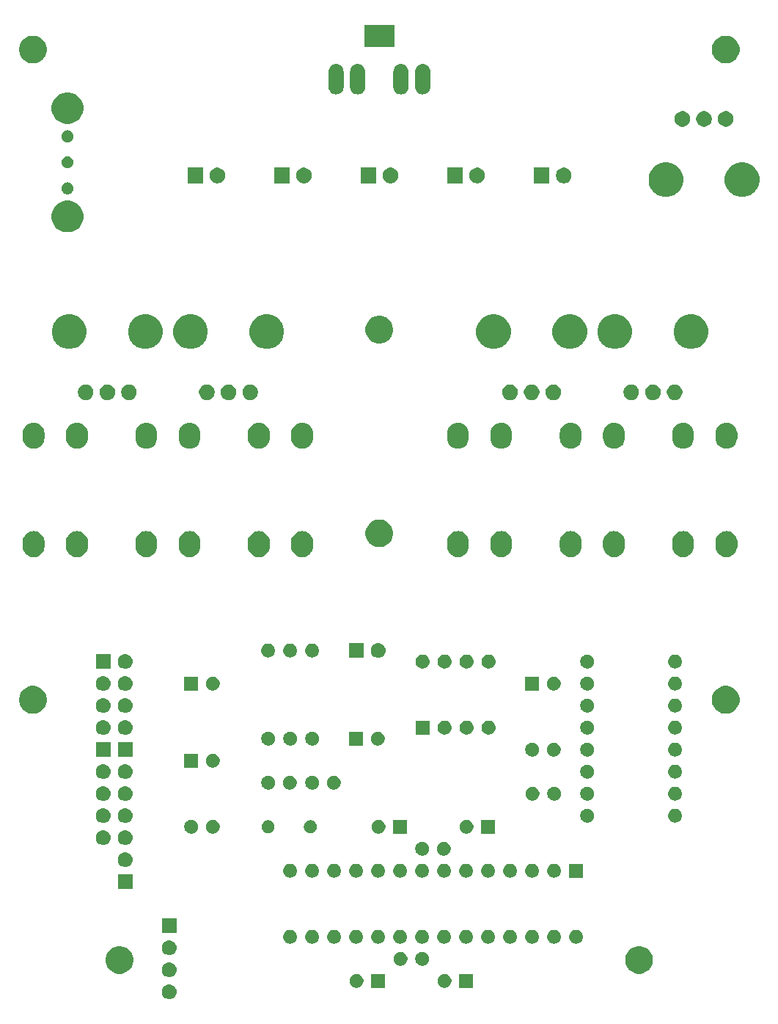
<source format=gbr>
G04 #@! TF.GenerationSoftware,KiCad,Pcbnew,(5.0.1)-3*
G04 #@! TF.CreationDate,2019-06-25T15:48:08+01:00*
G04 #@! TF.ProjectId,drumkid v3,6472756D6B69642076332E6B69636164,03*
G04 #@! TF.SameCoordinates,Original*
G04 #@! TF.FileFunction,Soldermask,Bot*
G04 #@! TF.FilePolarity,Negative*
%FSLAX46Y46*%
G04 Gerber Fmt 4.6, Leading zero omitted, Abs format (unit mm)*
G04 Created by KiCad (PCBNEW (5.0.1)-3) date 25/06/2019 15:48:08*
%MOMM*%
%LPD*%
G01*
G04 APERTURE LIST*
%ADD10C,0.100000*%
G04 APERTURE END LIST*
D10*
G36*
X125896630Y-152832299D02*
X126056855Y-152880903D01*
X126204520Y-152959831D01*
X126333949Y-153066051D01*
X126440169Y-153195480D01*
X126519097Y-153343145D01*
X126567701Y-153503370D01*
X126584112Y-153670000D01*
X126567701Y-153836630D01*
X126519097Y-153996855D01*
X126440169Y-154144520D01*
X126333949Y-154273949D01*
X126204520Y-154380169D01*
X126056855Y-154459097D01*
X125896630Y-154507701D01*
X125771752Y-154520000D01*
X125688248Y-154520000D01*
X125563370Y-154507701D01*
X125403145Y-154459097D01*
X125255480Y-154380169D01*
X125126051Y-154273949D01*
X125019831Y-154144520D01*
X124940903Y-153996855D01*
X124892299Y-153836630D01*
X124875888Y-153670000D01*
X124892299Y-153503370D01*
X124940903Y-153343145D01*
X125019831Y-153195480D01*
X125126051Y-153066051D01*
X125255480Y-152959831D01*
X125403145Y-152880903D01*
X125563370Y-152832299D01*
X125688248Y-152820000D01*
X125771752Y-152820000D01*
X125896630Y-152832299D01*
X125896630Y-152832299D01*
G37*
G36*
X160820000Y-153200000D02*
X159220000Y-153200000D01*
X159220000Y-151600000D01*
X160820000Y-151600000D01*
X160820000Y-153200000D01*
X160820000Y-153200000D01*
G37*
G36*
X147593352Y-151630743D02*
X147738941Y-151691048D01*
X147869973Y-151778601D01*
X147981399Y-151890027D01*
X148068952Y-152021059D01*
X148129257Y-152166648D01*
X148160000Y-152321205D01*
X148160000Y-152478795D01*
X148129257Y-152633352D01*
X148068952Y-152778941D01*
X147981399Y-152909973D01*
X147869973Y-153021399D01*
X147738941Y-153108952D01*
X147593352Y-153169257D01*
X147438795Y-153200000D01*
X147281205Y-153200000D01*
X147126648Y-153169257D01*
X146981059Y-153108952D01*
X146850027Y-153021399D01*
X146738601Y-152909973D01*
X146651048Y-152778941D01*
X146590743Y-152633352D01*
X146560000Y-152478795D01*
X146560000Y-152321205D01*
X146590743Y-152166648D01*
X146651048Y-152021059D01*
X146738601Y-151890027D01*
X146850027Y-151778601D01*
X146981059Y-151691048D01*
X147126648Y-151630743D01*
X147281205Y-151600000D01*
X147438795Y-151600000D01*
X147593352Y-151630743D01*
X147593352Y-151630743D01*
G37*
G36*
X157753352Y-151630743D02*
X157898941Y-151691048D01*
X158029973Y-151778601D01*
X158141399Y-151890027D01*
X158228952Y-152021059D01*
X158289257Y-152166648D01*
X158320000Y-152321205D01*
X158320000Y-152478795D01*
X158289257Y-152633352D01*
X158228952Y-152778941D01*
X158141399Y-152909973D01*
X158029973Y-153021399D01*
X157898941Y-153108952D01*
X157753352Y-153169257D01*
X157598795Y-153200000D01*
X157441205Y-153200000D01*
X157286648Y-153169257D01*
X157141059Y-153108952D01*
X157010027Y-153021399D01*
X156898601Y-152909973D01*
X156811048Y-152778941D01*
X156750743Y-152633352D01*
X156720000Y-152478795D01*
X156720000Y-152321205D01*
X156750743Y-152166648D01*
X156811048Y-152021059D01*
X156898601Y-151890027D01*
X157010027Y-151778601D01*
X157141059Y-151691048D01*
X157286648Y-151630743D01*
X157441205Y-151600000D01*
X157598795Y-151600000D01*
X157753352Y-151630743D01*
X157753352Y-151630743D01*
G37*
G36*
X150660000Y-153200000D02*
X149060000Y-153200000D01*
X149060000Y-151600000D01*
X150660000Y-151600000D01*
X150660000Y-153200000D01*
X150660000Y-153200000D01*
G37*
G36*
X125896630Y-150292299D02*
X126056855Y-150340903D01*
X126204520Y-150419831D01*
X126333949Y-150526051D01*
X126440169Y-150655480D01*
X126519097Y-150803145D01*
X126567701Y-150963370D01*
X126584112Y-151130000D01*
X126567701Y-151296630D01*
X126519097Y-151456855D01*
X126440169Y-151604520D01*
X126333949Y-151733949D01*
X126204520Y-151840169D01*
X126056855Y-151919097D01*
X125896630Y-151967701D01*
X125771752Y-151980000D01*
X125688248Y-151980000D01*
X125563370Y-151967701D01*
X125403145Y-151919097D01*
X125255480Y-151840169D01*
X125126051Y-151733949D01*
X125019831Y-151604520D01*
X124940903Y-151456855D01*
X124892299Y-151296630D01*
X124875888Y-151130000D01*
X124892299Y-150963370D01*
X124940903Y-150803145D01*
X125019831Y-150655480D01*
X125126051Y-150526051D01*
X125255480Y-150419831D01*
X125403145Y-150340903D01*
X125563370Y-150292299D01*
X125688248Y-150280000D01*
X125771752Y-150280000D01*
X125896630Y-150292299D01*
X125896630Y-150292299D01*
G37*
G36*
X120460649Y-148452577D02*
X120751829Y-148573188D01*
X121013890Y-148748292D01*
X121236745Y-148971147D01*
X121411849Y-149233208D01*
X121532460Y-149524388D01*
X121593946Y-149833503D01*
X121593946Y-150148679D01*
X121532460Y-150457794D01*
X121411849Y-150748974D01*
X121236745Y-151011035D01*
X121013890Y-151233890D01*
X120751829Y-151408994D01*
X120460649Y-151529605D01*
X120151534Y-151591091D01*
X119836358Y-151591091D01*
X119527243Y-151529605D01*
X119236063Y-151408994D01*
X118974002Y-151233890D01*
X118751147Y-151011035D01*
X118576043Y-150748974D01*
X118455432Y-150457794D01*
X118393946Y-150148679D01*
X118393946Y-149833503D01*
X118455432Y-149524388D01*
X118576043Y-149233208D01*
X118751147Y-148971147D01*
X118974002Y-148748292D01*
X119236063Y-148573188D01*
X119527243Y-148452577D01*
X119836358Y-148391091D01*
X120151534Y-148391091D01*
X120460649Y-148452577D01*
X120460649Y-148452577D01*
G37*
G36*
X180460649Y-148452577D02*
X180751829Y-148573188D01*
X181013890Y-148748292D01*
X181236745Y-148971147D01*
X181411849Y-149233208D01*
X181532460Y-149524388D01*
X181593946Y-149833503D01*
X181593946Y-150148679D01*
X181532460Y-150457794D01*
X181411849Y-150748974D01*
X181236745Y-151011035D01*
X181013890Y-151233890D01*
X180751829Y-151408994D01*
X180460649Y-151529605D01*
X180151534Y-151591091D01*
X179836358Y-151591091D01*
X179527243Y-151529605D01*
X179236063Y-151408994D01*
X178974002Y-151233890D01*
X178751147Y-151011035D01*
X178576043Y-150748974D01*
X178455432Y-150457794D01*
X178393946Y-150148679D01*
X178393946Y-149833503D01*
X178455432Y-149524388D01*
X178576043Y-149233208D01*
X178751147Y-148971147D01*
X178974002Y-148748292D01*
X179236063Y-148573188D01*
X179527243Y-148452577D01*
X179836358Y-148391091D01*
X180151534Y-148391091D01*
X180460649Y-148452577D01*
X180460649Y-148452577D01*
G37*
G36*
X155173352Y-149090743D02*
X155318941Y-149151048D01*
X155449973Y-149238601D01*
X155561399Y-149350027D01*
X155648952Y-149481059D01*
X155709257Y-149626648D01*
X155740000Y-149781205D01*
X155740000Y-149938795D01*
X155709257Y-150093352D01*
X155648952Y-150238941D01*
X155561399Y-150369973D01*
X155449973Y-150481399D01*
X155318941Y-150568952D01*
X155173352Y-150629257D01*
X155018795Y-150660000D01*
X154861205Y-150660000D01*
X154706648Y-150629257D01*
X154561059Y-150568952D01*
X154430027Y-150481399D01*
X154318601Y-150369973D01*
X154231048Y-150238941D01*
X154170743Y-150093352D01*
X154140000Y-149938795D01*
X154140000Y-149781205D01*
X154170743Y-149626648D01*
X154231048Y-149481059D01*
X154318601Y-149350027D01*
X154430027Y-149238601D01*
X154561059Y-149151048D01*
X154706648Y-149090743D01*
X154861205Y-149060000D01*
X155018795Y-149060000D01*
X155173352Y-149090743D01*
X155173352Y-149090743D01*
G37*
G36*
X152673352Y-149090743D02*
X152818941Y-149151048D01*
X152949973Y-149238601D01*
X153061399Y-149350027D01*
X153148952Y-149481059D01*
X153209257Y-149626648D01*
X153240000Y-149781205D01*
X153240000Y-149938795D01*
X153209257Y-150093352D01*
X153148952Y-150238941D01*
X153061399Y-150369973D01*
X152949973Y-150481399D01*
X152818941Y-150568952D01*
X152673352Y-150629257D01*
X152518795Y-150660000D01*
X152361205Y-150660000D01*
X152206648Y-150629257D01*
X152061059Y-150568952D01*
X151930027Y-150481399D01*
X151818601Y-150369973D01*
X151731048Y-150238941D01*
X151670743Y-150093352D01*
X151640000Y-149938795D01*
X151640000Y-149781205D01*
X151670743Y-149626648D01*
X151731048Y-149481059D01*
X151818601Y-149350027D01*
X151930027Y-149238601D01*
X152061059Y-149151048D01*
X152206648Y-149090743D01*
X152361205Y-149060000D01*
X152518795Y-149060000D01*
X152673352Y-149090743D01*
X152673352Y-149090743D01*
G37*
G36*
X125896630Y-147752299D02*
X126056855Y-147800903D01*
X126204520Y-147879831D01*
X126333949Y-147986051D01*
X126440169Y-148115480D01*
X126519097Y-148263145D01*
X126567701Y-148423370D01*
X126584112Y-148590000D01*
X126567701Y-148756630D01*
X126519097Y-148916855D01*
X126440169Y-149064520D01*
X126333949Y-149193949D01*
X126204520Y-149300169D01*
X126056855Y-149379097D01*
X125896630Y-149427701D01*
X125771752Y-149440000D01*
X125688248Y-149440000D01*
X125563370Y-149427701D01*
X125403145Y-149379097D01*
X125255480Y-149300169D01*
X125126051Y-149193949D01*
X125019831Y-149064520D01*
X124940903Y-148916855D01*
X124892299Y-148756630D01*
X124875888Y-148590000D01*
X124892299Y-148423370D01*
X124940903Y-148263145D01*
X125019831Y-148115480D01*
X125126051Y-147986051D01*
X125255480Y-147879831D01*
X125403145Y-147800903D01*
X125563370Y-147752299D01*
X125688248Y-147740000D01*
X125771752Y-147740000D01*
X125896630Y-147752299D01*
X125896630Y-147752299D01*
G37*
G36*
X160137649Y-146527717D02*
X160176827Y-146531576D01*
X160252227Y-146554448D01*
X160327629Y-146577321D01*
X160466608Y-146651608D01*
X160588422Y-146751578D01*
X160688392Y-146873392D01*
X160762679Y-147012371D01*
X160808424Y-147163174D01*
X160823870Y-147320000D01*
X160808424Y-147476826D01*
X160762679Y-147627629D01*
X160688392Y-147766608D01*
X160588422Y-147888422D01*
X160466608Y-147988392D01*
X160327629Y-148062679D01*
X160252228Y-148085551D01*
X160176827Y-148108424D01*
X160137649Y-148112283D01*
X160059295Y-148120000D01*
X159980705Y-148120000D01*
X159902351Y-148112283D01*
X159863173Y-148108424D01*
X159787772Y-148085551D01*
X159712371Y-148062679D01*
X159573392Y-147988392D01*
X159451578Y-147888422D01*
X159351608Y-147766608D01*
X159277321Y-147627629D01*
X159231576Y-147476826D01*
X159216130Y-147320000D01*
X159231576Y-147163174D01*
X159277321Y-147012371D01*
X159351608Y-146873392D01*
X159451578Y-146751578D01*
X159573392Y-146651608D01*
X159712371Y-146577321D01*
X159787773Y-146554448D01*
X159863173Y-146531576D01*
X159902351Y-146527717D01*
X159980705Y-146520000D01*
X160059295Y-146520000D01*
X160137649Y-146527717D01*
X160137649Y-146527717D01*
G37*
G36*
X144897649Y-146527717D02*
X144936827Y-146531576D01*
X145012227Y-146554448D01*
X145087629Y-146577321D01*
X145226608Y-146651608D01*
X145348422Y-146751578D01*
X145448392Y-146873392D01*
X145522679Y-147012371D01*
X145568424Y-147163174D01*
X145583870Y-147320000D01*
X145568424Y-147476826D01*
X145522679Y-147627629D01*
X145448392Y-147766608D01*
X145348422Y-147888422D01*
X145226608Y-147988392D01*
X145087629Y-148062679D01*
X145012228Y-148085551D01*
X144936827Y-148108424D01*
X144897649Y-148112283D01*
X144819295Y-148120000D01*
X144740705Y-148120000D01*
X144662351Y-148112283D01*
X144623173Y-148108424D01*
X144547772Y-148085551D01*
X144472371Y-148062679D01*
X144333392Y-147988392D01*
X144211578Y-147888422D01*
X144111608Y-147766608D01*
X144037321Y-147627629D01*
X143991576Y-147476826D01*
X143976130Y-147320000D01*
X143991576Y-147163174D01*
X144037321Y-147012371D01*
X144111608Y-146873392D01*
X144211578Y-146751578D01*
X144333392Y-146651608D01*
X144472371Y-146577321D01*
X144547773Y-146554448D01*
X144623173Y-146531576D01*
X144662351Y-146527717D01*
X144740705Y-146520000D01*
X144819295Y-146520000D01*
X144897649Y-146527717D01*
X144897649Y-146527717D01*
G37*
G36*
X147437649Y-146527717D02*
X147476827Y-146531576D01*
X147552227Y-146554448D01*
X147627629Y-146577321D01*
X147766608Y-146651608D01*
X147888422Y-146751578D01*
X147988392Y-146873392D01*
X148062679Y-147012371D01*
X148108424Y-147163174D01*
X148123870Y-147320000D01*
X148108424Y-147476826D01*
X148062679Y-147627629D01*
X147988392Y-147766608D01*
X147888422Y-147888422D01*
X147766608Y-147988392D01*
X147627629Y-148062679D01*
X147552228Y-148085551D01*
X147476827Y-148108424D01*
X147437649Y-148112283D01*
X147359295Y-148120000D01*
X147280705Y-148120000D01*
X147202351Y-148112283D01*
X147163173Y-148108424D01*
X147087772Y-148085551D01*
X147012371Y-148062679D01*
X146873392Y-147988392D01*
X146751578Y-147888422D01*
X146651608Y-147766608D01*
X146577321Y-147627629D01*
X146531576Y-147476826D01*
X146516130Y-147320000D01*
X146531576Y-147163174D01*
X146577321Y-147012371D01*
X146651608Y-146873392D01*
X146751578Y-146751578D01*
X146873392Y-146651608D01*
X147012371Y-146577321D01*
X147087773Y-146554448D01*
X147163173Y-146531576D01*
X147202351Y-146527717D01*
X147280705Y-146520000D01*
X147359295Y-146520000D01*
X147437649Y-146527717D01*
X147437649Y-146527717D01*
G37*
G36*
X152517649Y-146527717D02*
X152556827Y-146531576D01*
X152632227Y-146554448D01*
X152707629Y-146577321D01*
X152846608Y-146651608D01*
X152968422Y-146751578D01*
X153068392Y-146873392D01*
X153142679Y-147012371D01*
X153188424Y-147163174D01*
X153203870Y-147320000D01*
X153188424Y-147476826D01*
X153142679Y-147627629D01*
X153068392Y-147766608D01*
X152968422Y-147888422D01*
X152846608Y-147988392D01*
X152707629Y-148062679D01*
X152632228Y-148085551D01*
X152556827Y-148108424D01*
X152517649Y-148112283D01*
X152439295Y-148120000D01*
X152360705Y-148120000D01*
X152282351Y-148112283D01*
X152243173Y-148108424D01*
X152167772Y-148085551D01*
X152092371Y-148062679D01*
X151953392Y-147988392D01*
X151831578Y-147888422D01*
X151731608Y-147766608D01*
X151657321Y-147627629D01*
X151611576Y-147476826D01*
X151596130Y-147320000D01*
X151611576Y-147163174D01*
X151657321Y-147012371D01*
X151731608Y-146873392D01*
X151831578Y-146751578D01*
X151953392Y-146651608D01*
X152092371Y-146577321D01*
X152167773Y-146554448D01*
X152243173Y-146531576D01*
X152282351Y-146527717D01*
X152360705Y-146520000D01*
X152439295Y-146520000D01*
X152517649Y-146527717D01*
X152517649Y-146527717D01*
G37*
G36*
X142357649Y-146527717D02*
X142396827Y-146531576D01*
X142472227Y-146554448D01*
X142547629Y-146577321D01*
X142686608Y-146651608D01*
X142808422Y-146751578D01*
X142908392Y-146873392D01*
X142982679Y-147012371D01*
X143028424Y-147163174D01*
X143043870Y-147320000D01*
X143028424Y-147476826D01*
X142982679Y-147627629D01*
X142908392Y-147766608D01*
X142808422Y-147888422D01*
X142686608Y-147988392D01*
X142547629Y-148062679D01*
X142472228Y-148085551D01*
X142396827Y-148108424D01*
X142357649Y-148112283D01*
X142279295Y-148120000D01*
X142200705Y-148120000D01*
X142122351Y-148112283D01*
X142083173Y-148108424D01*
X142007772Y-148085551D01*
X141932371Y-148062679D01*
X141793392Y-147988392D01*
X141671578Y-147888422D01*
X141571608Y-147766608D01*
X141497321Y-147627629D01*
X141451576Y-147476826D01*
X141436130Y-147320000D01*
X141451576Y-147163174D01*
X141497321Y-147012371D01*
X141571608Y-146873392D01*
X141671578Y-146751578D01*
X141793392Y-146651608D01*
X141932371Y-146577321D01*
X142007773Y-146554448D01*
X142083173Y-146531576D01*
X142122351Y-146527717D01*
X142200705Y-146520000D01*
X142279295Y-146520000D01*
X142357649Y-146527717D01*
X142357649Y-146527717D01*
G37*
G36*
X155057649Y-146527717D02*
X155096827Y-146531576D01*
X155172227Y-146554448D01*
X155247629Y-146577321D01*
X155386608Y-146651608D01*
X155508422Y-146751578D01*
X155608392Y-146873392D01*
X155682679Y-147012371D01*
X155728424Y-147163174D01*
X155743870Y-147320000D01*
X155728424Y-147476826D01*
X155682679Y-147627629D01*
X155608392Y-147766608D01*
X155508422Y-147888422D01*
X155386608Y-147988392D01*
X155247629Y-148062679D01*
X155172228Y-148085551D01*
X155096827Y-148108424D01*
X155057649Y-148112283D01*
X154979295Y-148120000D01*
X154900705Y-148120000D01*
X154822351Y-148112283D01*
X154783173Y-148108424D01*
X154707772Y-148085551D01*
X154632371Y-148062679D01*
X154493392Y-147988392D01*
X154371578Y-147888422D01*
X154271608Y-147766608D01*
X154197321Y-147627629D01*
X154151576Y-147476826D01*
X154136130Y-147320000D01*
X154151576Y-147163174D01*
X154197321Y-147012371D01*
X154271608Y-146873392D01*
X154371578Y-146751578D01*
X154493392Y-146651608D01*
X154632371Y-146577321D01*
X154707773Y-146554448D01*
X154783173Y-146531576D01*
X154822351Y-146527717D01*
X154900705Y-146520000D01*
X154979295Y-146520000D01*
X155057649Y-146527717D01*
X155057649Y-146527717D01*
G37*
G36*
X149977649Y-146527717D02*
X150016827Y-146531576D01*
X150092227Y-146554448D01*
X150167629Y-146577321D01*
X150306608Y-146651608D01*
X150428422Y-146751578D01*
X150528392Y-146873392D01*
X150602679Y-147012371D01*
X150648424Y-147163174D01*
X150663870Y-147320000D01*
X150648424Y-147476826D01*
X150602679Y-147627629D01*
X150528392Y-147766608D01*
X150428422Y-147888422D01*
X150306608Y-147988392D01*
X150167629Y-148062679D01*
X150092228Y-148085551D01*
X150016827Y-148108424D01*
X149977649Y-148112283D01*
X149899295Y-148120000D01*
X149820705Y-148120000D01*
X149742351Y-148112283D01*
X149703173Y-148108424D01*
X149627772Y-148085551D01*
X149552371Y-148062679D01*
X149413392Y-147988392D01*
X149291578Y-147888422D01*
X149191608Y-147766608D01*
X149117321Y-147627629D01*
X149071576Y-147476826D01*
X149056130Y-147320000D01*
X149071576Y-147163174D01*
X149117321Y-147012371D01*
X149191608Y-146873392D01*
X149291578Y-146751578D01*
X149413392Y-146651608D01*
X149552371Y-146577321D01*
X149627773Y-146554448D01*
X149703173Y-146531576D01*
X149742351Y-146527717D01*
X149820705Y-146520000D01*
X149899295Y-146520000D01*
X149977649Y-146527717D01*
X149977649Y-146527717D01*
G37*
G36*
X162677649Y-146527717D02*
X162716827Y-146531576D01*
X162792227Y-146554448D01*
X162867629Y-146577321D01*
X163006608Y-146651608D01*
X163128422Y-146751578D01*
X163228392Y-146873392D01*
X163302679Y-147012371D01*
X163348424Y-147163174D01*
X163363870Y-147320000D01*
X163348424Y-147476826D01*
X163302679Y-147627629D01*
X163228392Y-147766608D01*
X163128422Y-147888422D01*
X163006608Y-147988392D01*
X162867629Y-148062679D01*
X162792228Y-148085551D01*
X162716827Y-148108424D01*
X162677649Y-148112283D01*
X162599295Y-148120000D01*
X162520705Y-148120000D01*
X162442351Y-148112283D01*
X162403173Y-148108424D01*
X162327772Y-148085551D01*
X162252371Y-148062679D01*
X162113392Y-147988392D01*
X161991578Y-147888422D01*
X161891608Y-147766608D01*
X161817321Y-147627629D01*
X161771576Y-147476826D01*
X161756130Y-147320000D01*
X161771576Y-147163174D01*
X161817321Y-147012371D01*
X161891608Y-146873392D01*
X161991578Y-146751578D01*
X162113392Y-146651608D01*
X162252371Y-146577321D01*
X162327773Y-146554448D01*
X162403173Y-146531576D01*
X162442351Y-146527717D01*
X162520705Y-146520000D01*
X162599295Y-146520000D01*
X162677649Y-146527717D01*
X162677649Y-146527717D01*
G37*
G36*
X165217649Y-146527717D02*
X165256827Y-146531576D01*
X165332227Y-146554448D01*
X165407629Y-146577321D01*
X165546608Y-146651608D01*
X165668422Y-146751578D01*
X165768392Y-146873392D01*
X165842679Y-147012371D01*
X165888424Y-147163174D01*
X165903870Y-147320000D01*
X165888424Y-147476826D01*
X165842679Y-147627629D01*
X165768392Y-147766608D01*
X165668422Y-147888422D01*
X165546608Y-147988392D01*
X165407629Y-148062679D01*
X165332228Y-148085551D01*
X165256827Y-148108424D01*
X165217649Y-148112283D01*
X165139295Y-148120000D01*
X165060705Y-148120000D01*
X164982351Y-148112283D01*
X164943173Y-148108424D01*
X164867772Y-148085551D01*
X164792371Y-148062679D01*
X164653392Y-147988392D01*
X164531578Y-147888422D01*
X164431608Y-147766608D01*
X164357321Y-147627629D01*
X164311576Y-147476826D01*
X164296130Y-147320000D01*
X164311576Y-147163174D01*
X164357321Y-147012371D01*
X164431608Y-146873392D01*
X164531578Y-146751578D01*
X164653392Y-146651608D01*
X164792371Y-146577321D01*
X164867773Y-146554448D01*
X164943173Y-146531576D01*
X164982351Y-146527717D01*
X165060705Y-146520000D01*
X165139295Y-146520000D01*
X165217649Y-146527717D01*
X165217649Y-146527717D01*
G37*
G36*
X167757649Y-146527717D02*
X167796827Y-146531576D01*
X167872227Y-146554448D01*
X167947629Y-146577321D01*
X168086608Y-146651608D01*
X168208422Y-146751578D01*
X168308392Y-146873392D01*
X168382679Y-147012371D01*
X168428424Y-147163174D01*
X168443870Y-147320000D01*
X168428424Y-147476826D01*
X168382679Y-147627629D01*
X168308392Y-147766608D01*
X168208422Y-147888422D01*
X168086608Y-147988392D01*
X167947629Y-148062679D01*
X167872228Y-148085551D01*
X167796827Y-148108424D01*
X167757649Y-148112283D01*
X167679295Y-148120000D01*
X167600705Y-148120000D01*
X167522351Y-148112283D01*
X167483173Y-148108424D01*
X167407772Y-148085551D01*
X167332371Y-148062679D01*
X167193392Y-147988392D01*
X167071578Y-147888422D01*
X166971608Y-147766608D01*
X166897321Y-147627629D01*
X166851576Y-147476826D01*
X166836130Y-147320000D01*
X166851576Y-147163174D01*
X166897321Y-147012371D01*
X166971608Y-146873392D01*
X167071578Y-146751578D01*
X167193392Y-146651608D01*
X167332371Y-146577321D01*
X167407773Y-146554448D01*
X167483173Y-146531576D01*
X167522351Y-146527717D01*
X167600705Y-146520000D01*
X167679295Y-146520000D01*
X167757649Y-146527717D01*
X167757649Y-146527717D01*
G37*
G36*
X170297649Y-146527717D02*
X170336827Y-146531576D01*
X170412227Y-146554448D01*
X170487629Y-146577321D01*
X170626608Y-146651608D01*
X170748422Y-146751578D01*
X170848392Y-146873392D01*
X170922679Y-147012371D01*
X170968424Y-147163174D01*
X170983870Y-147320000D01*
X170968424Y-147476826D01*
X170922679Y-147627629D01*
X170848392Y-147766608D01*
X170748422Y-147888422D01*
X170626608Y-147988392D01*
X170487629Y-148062679D01*
X170412228Y-148085551D01*
X170336827Y-148108424D01*
X170297649Y-148112283D01*
X170219295Y-148120000D01*
X170140705Y-148120000D01*
X170062351Y-148112283D01*
X170023173Y-148108424D01*
X169947772Y-148085551D01*
X169872371Y-148062679D01*
X169733392Y-147988392D01*
X169611578Y-147888422D01*
X169511608Y-147766608D01*
X169437321Y-147627629D01*
X169391576Y-147476826D01*
X169376130Y-147320000D01*
X169391576Y-147163174D01*
X169437321Y-147012371D01*
X169511608Y-146873392D01*
X169611578Y-146751578D01*
X169733392Y-146651608D01*
X169872371Y-146577321D01*
X169947773Y-146554448D01*
X170023173Y-146531576D01*
X170062351Y-146527717D01*
X170140705Y-146520000D01*
X170219295Y-146520000D01*
X170297649Y-146527717D01*
X170297649Y-146527717D01*
G37*
G36*
X172837649Y-146527717D02*
X172876827Y-146531576D01*
X172952227Y-146554448D01*
X173027629Y-146577321D01*
X173166608Y-146651608D01*
X173288422Y-146751578D01*
X173388392Y-146873392D01*
X173462679Y-147012371D01*
X173508424Y-147163174D01*
X173523870Y-147320000D01*
X173508424Y-147476826D01*
X173462679Y-147627629D01*
X173388392Y-147766608D01*
X173288422Y-147888422D01*
X173166608Y-147988392D01*
X173027629Y-148062679D01*
X172952228Y-148085551D01*
X172876827Y-148108424D01*
X172837649Y-148112283D01*
X172759295Y-148120000D01*
X172680705Y-148120000D01*
X172602351Y-148112283D01*
X172563173Y-148108424D01*
X172487772Y-148085551D01*
X172412371Y-148062679D01*
X172273392Y-147988392D01*
X172151578Y-147888422D01*
X172051608Y-147766608D01*
X171977321Y-147627629D01*
X171931576Y-147476826D01*
X171916130Y-147320000D01*
X171931576Y-147163174D01*
X171977321Y-147012371D01*
X172051608Y-146873392D01*
X172151578Y-146751578D01*
X172273392Y-146651608D01*
X172412371Y-146577321D01*
X172487773Y-146554448D01*
X172563173Y-146531576D01*
X172602351Y-146527717D01*
X172680705Y-146520000D01*
X172759295Y-146520000D01*
X172837649Y-146527717D01*
X172837649Y-146527717D01*
G37*
G36*
X139817649Y-146527717D02*
X139856827Y-146531576D01*
X139932227Y-146554448D01*
X140007629Y-146577321D01*
X140146608Y-146651608D01*
X140268422Y-146751578D01*
X140368392Y-146873392D01*
X140442679Y-147012371D01*
X140488424Y-147163174D01*
X140503870Y-147320000D01*
X140488424Y-147476826D01*
X140442679Y-147627629D01*
X140368392Y-147766608D01*
X140268422Y-147888422D01*
X140146608Y-147988392D01*
X140007629Y-148062679D01*
X139932228Y-148085551D01*
X139856827Y-148108424D01*
X139817649Y-148112283D01*
X139739295Y-148120000D01*
X139660705Y-148120000D01*
X139582351Y-148112283D01*
X139543173Y-148108424D01*
X139467772Y-148085551D01*
X139392371Y-148062679D01*
X139253392Y-147988392D01*
X139131578Y-147888422D01*
X139031608Y-147766608D01*
X138957321Y-147627629D01*
X138911576Y-147476826D01*
X138896130Y-147320000D01*
X138911576Y-147163174D01*
X138957321Y-147012371D01*
X139031608Y-146873392D01*
X139131578Y-146751578D01*
X139253392Y-146651608D01*
X139392371Y-146577321D01*
X139467773Y-146554448D01*
X139543173Y-146531576D01*
X139582351Y-146527717D01*
X139660705Y-146520000D01*
X139739295Y-146520000D01*
X139817649Y-146527717D01*
X139817649Y-146527717D01*
G37*
G36*
X157597649Y-146527717D02*
X157636827Y-146531576D01*
X157712227Y-146554448D01*
X157787629Y-146577321D01*
X157926608Y-146651608D01*
X158048422Y-146751578D01*
X158148392Y-146873392D01*
X158222679Y-147012371D01*
X158268424Y-147163174D01*
X158283870Y-147320000D01*
X158268424Y-147476826D01*
X158222679Y-147627629D01*
X158148392Y-147766608D01*
X158048422Y-147888422D01*
X157926608Y-147988392D01*
X157787629Y-148062679D01*
X157712228Y-148085551D01*
X157636827Y-148108424D01*
X157597649Y-148112283D01*
X157519295Y-148120000D01*
X157440705Y-148120000D01*
X157362351Y-148112283D01*
X157323173Y-148108424D01*
X157247772Y-148085551D01*
X157172371Y-148062679D01*
X157033392Y-147988392D01*
X156911578Y-147888422D01*
X156811608Y-147766608D01*
X156737321Y-147627629D01*
X156691576Y-147476826D01*
X156676130Y-147320000D01*
X156691576Y-147163174D01*
X156737321Y-147012371D01*
X156811608Y-146873392D01*
X156911578Y-146751578D01*
X157033392Y-146651608D01*
X157172371Y-146577321D01*
X157247773Y-146554448D01*
X157323173Y-146531576D01*
X157362351Y-146527717D01*
X157440705Y-146520000D01*
X157519295Y-146520000D01*
X157597649Y-146527717D01*
X157597649Y-146527717D01*
G37*
G36*
X126580000Y-146900000D02*
X124880000Y-146900000D01*
X124880000Y-145200000D01*
X126580000Y-145200000D01*
X126580000Y-146900000D01*
X126580000Y-146900000D01*
G37*
G36*
X121500000Y-141820000D02*
X119800000Y-141820000D01*
X119800000Y-140120000D01*
X121500000Y-140120000D01*
X121500000Y-141820000D01*
X121500000Y-141820000D01*
G37*
G36*
X139817649Y-138907717D02*
X139856827Y-138911576D01*
X139932228Y-138934449D01*
X140007629Y-138957321D01*
X140146608Y-139031608D01*
X140268422Y-139131578D01*
X140368392Y-139253392D01*
X140442679Y-139392371D01*
X140488424Y-139543174D01*
X140503870Y-139700000D01*
X140488424Y-139856826D01*
X140442679Y-140007629D01*
X140368392Y-140146608D01*
X140268422Y-140268422D01*
X140146608Y-140368392D01*
X140007629Y-140442679D01*
X139932227Y-140465552D01*
X139856827Y-140488424D01*
X139817649Y-140492283D01*
X139739295Y-140500000D01*
X139660705Y-140500000D01*
X139582351Y-140492283D01*
X139543173Y-140488424D01*
X139467772Y-140465551D01*
X139392371Y-140442679D01*
X139253392Y-140368392D01*
X139131578Y-140268422D01*
X139031608Y-140146608D01*
X138957321Y-140007629D01*
X138911576Y-139856826D01*
X138896130Y-139700000D01*
X138911576Y-139543174D01*
X138957321Y-139392371D01*
X139031608Y-139253392D01*
X139131578Y-139131578D01*
X139253392Y-139031608D01*
X139392371Y-138957321D01*
X139467773Y-138934448D01*
X139543173Y-138911576D01*
X139582351Y-138907717D01*
X139660705Y-138900000D01*
X139739295Y-138900000D01*
X139817649Y-138907717D01*
X139817649Y-138907717D01*
G37*
G36*
X173520000Y-140500000D02*
X171920000Y-140500000D01*
X171920000Y-138900000D01*
X173520000Y-138900000D01*
X173520000Y-140500000D01*
X173520000Y-140500000D01*
G37*
G36*
X167757649Y-138907717D02*
X167796827Y-138911576D01*
X167872228Y-138934449D01*
X167947629Y-138957321D01*
X168086608Y-139031608D01*
X168208422Y-139131578D01*
X168308392Y-139253392D01*
X168382679Y-139392371D01*
X168428424Y-139543174D01*
X168443870Y-139700000D01*
X168428424Y-139856826D01*
X168382679Y-140007629D01*
X168308392Y-140146608D01*
X168208422Y-140268422D01*
X168086608Y-140368392D01*
X167947629Y-140442679D01*
X167872227Y-140465552D01*
X167796827Y-140488424D01*
X167757649Y-140492283D01*
X167679295Y-140500000D01*
X167600705Y-140500000D01*
X167522351Y-140492283D01*
X167483173Y-140488424D01*
X167407772Y-140465551D01*
X167332371Y-140442679D01*
X167193392Y-140368392D01*
X167071578Y-140268422D01*
X166971608Y-140146608D01*
X166897321Y-140007629D01*
X166851576Y-139856826D01*
X166836130Y-139700000D01*
X166851576Y-139543174D01*
X166897321Y-139392371D01*
X166971608Y-139253392D01*
X167071578Y-139131578D01*
X167193392Y-139031608D01*
X167332371Y-138957321D01*
X167407773Y-138934448D01*
X167483173Y-138911576D01*
X167522351Y-138907717D01*
X167600705Y-138900000D01*
X167679295Y-138900000D01*
X167757649Y-138907717D01*
X167757649Y-138907717D01*
G37*
G36*
X165217649Y-138907717D02*
X165256827Y-138911576D01*
X165332228Y-138934449D01*
X165407629Y-138957321D01*
X165546608Y-139031608D01*
X165668422Y-139131578D01*
X165768392Y-139253392D01*
X165842679Y-139392371D01*
X165888424Y-139543174D01*
X165903870Y-139700000D01*
X165888424Y-139856826D01*
X165842679Y-140007629D01*
X165768392Y-140146608D01*
X165668422Y-140268422D01*
X165546608Y-140368392D01*
X165407629Y-140442679D01*
X165332227Y-140465552D01*
X165256827Y-140488424D01*
X165217649Y-140492283D01*
X165139295Y-140500000D01*
X165060705Y-140500000D01*
X164982351Y-140492283D01*
X164943173Y-140488424D01*
X164867772Y-140465551D01*
X164792371Y-140442679D01*
X164653392Y-140368392D01*
X164531578Y-140268422D01*
X164431608Y-140146608D01*
X164357321Y-140007629D01*
X164311576Y-139856826D01*
X164296130Y-139700000D01*
X164311576Y-139543174D01*
X164357321Y-139392371D01*
X164431608Y-139253392D01*
X164531578Y-139131578D01*
X164653392Y-139031608D01*
X164792371Y-138957321D01*
X164867773Y-138934448D01*
X164943173Y-138911576D01*
X164982351Y-138907717D01*
X165060705Y-138900000D01*
X165139295Y-138900000D01*
X165217649Y-138907717D01*
X165217649Y-138907717D01*
G37*
G36*
X162677649Y-138907717D02*
X162716827Y-138911576D01*
X162792228Y-138934449D01*
X162867629Y-138957321D01*
X163006608Y-139031608D01*
X163128422Y-139131578D01*
X163228392Y-139253392D01*
X163302679Y-139392371D01*
X163348424Y-139543174D01*
X163363870Y-139700000D01*
X163348424Y-139856826D01*
X163302679Y-140007629D01*
X163228392Y-140146608D01*
X163128422Y-140268422D01*
X163006608Y-140368392D01*
X162867629Y-140442679D01*
X162792227Y-140465552D01*
X162716827Y-140488424D01*
X162677649Y-140492283D01*
X162599295Y-140500000D01*
X162520705Y-140500000D01*
X162442351Y-140492283D01*
X162403173Y-140488424D01*
X162327772Y-140465551D01*
X162252371Y-140442679D01*
X162113392Y-140368392D01*
X161991578Y-140268422D01*
X161891608Y-140146608D01*
X161817321Y-140007629D01*
X161771576Y-139856826D01*
X161756130Y-139700000D01*
X161771576Y-139543174D01*
X161817321Y-139392371D01*
X161891608Y-139253392D01*
X161991578Y-139131578D01*
X162113392Y-139031608D01*
X162252371Y-138957321D01*
X162327773Y-138934448D01*
X162403173Y-138911576D01*
X162442351Y-138907717D01*
X162520705Y-138900000D01*
X162599295Y-138900000D01*
X162677649Y-138907717D01*
X162677649Y-138907717D01*
G37*
G36*
X160137649Y-138907717D02*
X160176827Y-138911576D01*
X160252228Y-138934449D01*
X160327629Y-138957321D01*
X160466608Y-139031608D01*
X160588422Y-139131578D01*
X160688392Y-139253392D01*
X160762679Y-139392371D01*
X160808424Y-139543174D01*
X160823870Y-139700000D01*
X160808424Y-139856826D01*
X160762679Y-140007629D01*
X160688392Y-140146608D01*
X160588422Y-140268422D01*
X160466608Y-140368392D01*
X160327629Y-140442679D01*
X160252227Y-140465552D01*
X160176827Y-140488424D01*
X160137649Y-140492283D01*
X160059295Y-140500000D01*
X159980705Y-140500000D01*
X159902351Y-140492283D01*
X159863173Y-140488424D01*
X159787772Y-140465551D01*
X159712371Y-140442679D01*
X159573392Y-140368392D01*
X159451578Y-140268422D01*
X159351608Y-140146608D01*
X159277321Y-140007629D01*
X159231576Y-139856826D01*
X159216130Y-139700000D01*
X159231576Y-139543174D01*
X159277321Y-139392371D01*
X159351608Y-139253392D01*
X159451578Y-139131578D01*
X159573392Y-139031608D01*
X159712371Y-138957321D01*
X159787773Y-138934448D01*
X159863173Y-138911576D01*
X159902351Y-138907717D01*
X159980705Y-138900000D01*
X160059295Y-138900000D01*
X160137649Y-138907717D01*
X160137649Y-138907717D01*
G37*
G36*
X157597649Y-138907717D02*
X157636827Y-138911576D01*
X157712228Y-138934449D01*
X157787629Y-138957321D01*
X157926608Y-139031608D01*
X158048422Y-139131578D01*
X158148392Y-139253392D01*
X158222679Y-139392371D01*
X158268424Y-139543174D01*
X158283870Y-139700000D01*
X158268424Y-139856826D01*
X158222679Y-140007629D01*
X158148392Y-140146608D01*
X158048422Y-140268422D01*
X157926608Y-140368392D01*
X157787629Y-140442679D01*
X157712227Y-140465552D01*
X157636827Y-140488424D01*
X157597649Y-140492283D01*
X157519295Y-140500000D01*
X157440705Y-140500000D01*
X157362351Y-140492283D01*
X157323173Y-140488424D01*
X157247772Y-140465551D01*
X157172371Y-140442679D01*
X157033392Y-140368392D01*
X156911578Y-140268422D01*
X156811608Y-140146608D01*
X156737321Y-140007629D01*
X156691576Y-139856826D01*
X156676130Y-139700000D01*
X156691576Y-139543174D01*
X156737321Y-139392371D01*
X156811608Y-139253392D01*
X156911578Y-139131578D01*
X157033392Y-139031608D01*
X157172371Y-138957321D01*
X157247773Y-138934448D01*
X157323173Y-138911576D01*
X157362351Y-138907717D01*
X157440705Y-138900000D01*
X157519295Y-138900000D01*
X157597649Y-138907717D01*
X157597649Y-138907717D01*
G37*
G36*
X152517649Y-138907717D02*
X152556827Y-138911576D01*
X152632228Y-138934449D01*
X152707629Y-138957321D01*
X152846608Y-139031608D01*
X152968422Y-139131578D01*
X153068392Y-139253392D01*
X153142679Y-139392371D01*
X153188424Y-139543174D01*
X153203870Y-139700000D01*
X153188424Y-139856826D01*
X153142679Y-140007629D01*
X153068392Y-140146608D01*
X152968422Y-140268422D01*
X152846608Y-140368392D01*
X152707629Y-140442679D01*
X152632227Y-140465552D01*
X152556827Y-140488424D01*
X152517649Y-140492283D01*
X152439295Y-140500000D01*
X152360705Y-140500000D01*
X152282351Y-140492283D01*
X152243173Y-140488424D01*
X152167772Y-140465551D01*
X152092371Y-140442679D01*
X151953392Y-140368392D01*
X151831578Y-140268422D01*
X151731608Y-140146608D01*
X151657321Y-140007629D01*
X151611576Y-139856826D01*
X151596130Y-139700000D01*
X151611576Y-139543174D01*
X151657321Y-139392371D01*
X151731608Y-139253392D01*
X151831578Y-139131578D01*
X151953392Y-139031608D01*
X152092371Y-138957321D01*
X152167773Y-138934448D01*
X152243173Y-138911576D01*
X152282351Y-138907717D01*
X152360705Y-138900000D01*
X152439295Y-138900000D01*
X152517649Y-138907717D01*
X152517649Y-138907717D01*
G37*
G36*
X149977649Y-138907717D02*
X150016827Y-138911576D01*
X150092228Y-138934449D01*
X150167629Y-138957321D01*
X150306608Y-139031608D01*
X150428422Y-139131578D01*
X150528392Y-139253392D01*
X150602679Y-139392371D01*
X150648424Y-139543174D01*
X150663870Y-139700000D01*
X150648424Y-139856826D01*
X150602679Y-140007629D01*
X150528392Y-140146608D01*
X150428422Y-140268422D01*
X150306608Y-140368392D01*
X150167629Y-140442679D01*
X150092227Y-140465552D01*
X150016827Y-140488424D01*
X149977649Y-140492283D01*
X149899295Y-140500000D01*
X149820705Y-140500000D01*
X149742351Y-140492283D01*
X149703173Y-140488424D01*
X149627772Y-140465551D01*
X149552371Y-140442679D01*
X149413392Y-140368392D01*
X149291578Y-140268422D01*
X149191608Y-140146608D01*
X149117321Y-140007629D01*
X149071576Y-139856826D01*
X149056130Y-139700000D01*
X149071576Y-139543174D01*
X149117321Y-139392371D01*
X149191608Y-139253392D01*
X149291578Y-139131578D01*
X149413392Y-139031608D01*
X149552371Y-138957321D01*
X149627773Y-138934448D01*
X149703173Y-138911576D01*
X149742351Y-138907717D01*
X149820705Y-138900000D01*
X149899295Y-138900000D01*
X149977649Y-138907717D01*
X149977649Y-138907717D01*
G37*
G36*
X147437649Y-138907717D02*
X147476827Y-138911576D01*
X147552228Y-138934449D01*
X147627629Y-138957321D01*
X147766608Y-139031608D01*
X147888422Y-139131578D01*
X147988392Y-139253392D01*
X148062679Y-139392371D01*
X148108424Y-139543174D01*
X148123870Y-139700000D01*
X148108424Y-139856826D01*
X148062679Y-140007629D01*
X147988392Y-140146608D01*
X147888422Y-140268422D01*
X147766608Y-140368392D01*
X147627629Y-140442679D01*
X147552227Y-140465552D01*
X147476827Y-140488424D01*
X147437649Y-140492283D01*
X147359295Y-140500000D01*
X147280705Y-140500000D01*
X147202351Y-140492283D01*
X147163173Y-140488424D01*
X147087772Y-140465551D01*
X147012371Y-140442679D01*
X146873392Y-140368392D01*
X146751578Y-140268422D01*
X146651608Y-140146608D01*
X146577321Y-140007629D01*
X146531576Y-139856826D01*
X146516130Y-139700000D01*
X146531576Y-139543174D01*
X146577321Y-139392371D01*
X146651608Y-139253392D01*
X146751578Y-139131578D01*
X146873392Y-139031608D01*
X147012371Y-138957321D01*
X147087773Y-138934448D01*
X147163173Y-138911576D01*
X147202351Y-138907717D01*
X147280705Y-138900000D01*
X147359295Y-138900000D01*
X147437649Y-138907717D01*
X147437649Y-138907717D01*
G37*
G36*
X144897649Y-138907717D02*
X144936827Y-138911576D01*
X145012228Y-138934449D01*
X145087629Y-138957321D01*
X145226608Y-139031608D01*
X145348422Y-139131578D01*
X145448392Y-139253392D01*
X145522679Y-139392371D01*
X145568424Y-139543174D01*
X145583870Y-139700000D01*
X145568424Y-139856826D01*
X145522679Y-140007629D01*
X145448392Y-140146608D01*
X145348422Y-140268422D01*
X145226608Y-140368392D01*
X145087629Y-140442679D01*
X145012227Y-140465552D01*
X144936827Y-140488424D01*
X144897649Y-140492283D01*
X144819295Y-140500000D01*
X144740705Y-140500000D01*
X144662351Y-140492283D01*
X144623173Y-140488424D01*
X144547772Y-140465551D01*
X144472371Y-140442679D01*
X144333392Y-140368392D01*
X144211578Y-140268422D01*
X144111608Y-140146608D01*
X144037321Y-140007629D01*
X143991576Y-139856826D01*
X143976130Y-139700000D01*
X143991576Y-139543174D01*
X144037321Y-139392371D01*
X144111608Y-139253392D01*
X144211578Y-139131578D01*
X144333392Y-139031608D01*
X144472371Y-138957321D01*
X144547773Y-138934448D01*
X144623173Y-138911576D01*
X144662351Y-138907717D01*
X144740705Y-138900000D01*
X144819295Y-138900000D01*
X144897649Y-138907717D01*
X144897649Y-138907717D01*
G37*
G36*
X155057649Y-138907717D02*
X155096827Y-138911576D01*
X155172228Y-138934449D01*
X155247629Y-138957321D01*
X155386608Y-139031608D01*
X155508422Y-139131578D01*
X155608392Y-139253392D01*
X155682679Y-139392371D01*
X155728424Y-139543174D01*
X155743870Y-139700000D01*
X155728424Y-139856826D01*
X155682679Y-140007629D01*
X155608392Y-140146608D01*
X155508422Y-140268422D01*
X155386608Y-140368392D01*
X155247629Y-140442679D01*
X155172227Y-140465552D01*
X155096827Y-140488424D01*
X155057649Y-140492283D01*
X154979295Y-140500000D01*
X154900705Y-140500000D01*
X154822351Y-140492283D01*
X154783173Y-140488424D01*
X154707772Y-140465551D01*
X154632371Y-140442679D01*
X154493392Y-140368392D01*
X154371578Y-140268422D01*
X154271608Y-140146608D01*
X154197321Y-140007629D01*
X154151576Y-139856826D01*
X154136130Y-139700000D01*
X154151576Y-139543174D01*
X154197321Y-139392371D01*
X154271608Y-139253392D01*
X154371578Y-139131578D01*
X154493392Y-139031608D01*
X154632371Y-138957321D01*
X154707773Y-138934448D01*
X154783173Y-138911576D01*
X154822351Y-138907717D01*
X154900705Y-138900000D01*
X154979295Y-138900000D01*
X155057649Y-138907717D01*
X155057649Y-138907717D01*
G37*
G36*
X170297649Y-138907717D02*
X170336827Y-138911576D01*
X170412228Y-138934449D01*
X170487629Y-138957321D01*
X170626608Y-139031608D01*
X170748422Y-139131578D01*
X170848392Y-139253392D01*
X170922679Y-139392371D01*
X170968424Y-139543174D01*
X170983870Y-139700000D01*
X170968424Y-139856826D01*
X170922679Y-140007629D01*
X170848392Y-140146608D01*
X170748422Y-140268422D01*
X170626608Y-140368392D01*
X170487629Y-140442679D01*
X170412227Y-140465552D01*
X170336827Y-140488424D01*
X170297649Y-140492283D01*
X170219295Y-140500000D01*
X170140705Y-140500000D01*
X170062351Y-140492283D01*
X170023173Y-140488424D01*
X169947772Y-140465551D01*
X169872371Y-140442679D01*
X169733392Y-140368392D01*
X169611578Y-140268422D01*
X169511608Y-140146608D01*
X169437321Y-140007629D01*
X169391576Y-139856826D01*
X169376130Y-139700000D01*
X169391576Y-139543174D01*
X169437321Y-139392371D01*
X169511608Y-139253392D01*
X169611578Y-139131578D01*
X169733392Y-139031608D01*
X169872371Y-138957321D01*
X169947773Y-138934448D01*
X170023173Y-138911576D01*
X170062351Y-138907717D01*
X170140705Y-138900000D01*
X170219295Y-138900000D01*
X170297649Y-138907717D01*
X170297649Y-138907717D01*
G37*
G36*
X142357649Y-138907717D02*
X142396827Y-138911576D01*
X142472228Y-138934449D01*
X142547629Y-138957321D01*
X142686608Y-139031608D01*
X142808422Y-139131578D01*
X142908392Y-139253392D01*
X142982679Y-139392371D01*
X143028424Y-139543174D01*
X143043870Y-139700000D01*
X143028424Y-139856826D01*
X142982679Y-140007629D01*
X142908392Y-140146608D01*
X142808422Y-140268422D01*
X142686608Y-140368392D01*
X142547629Y-140442679D01*
X142472227Y-140465552D01*
X142396827Y-140488424D01*
X142357649Y-140492283D01*
X142279295Y-140500000D01*
X142200705Y-140500000D01*
X142122351Y-140492283D01*
X142083173Y-140488424D01*
X142007772Y-140465551D01*
X141932371Y-140442679D01*
X141793392Y-140368392D01*
X141671578Y-140268422D01*
X141571608Y-140146608D01*
X141497321Y-140007629D01*
X141451576Y-139856826D01*
X141436130Y-139700000D01*
X141451576Y-139543174D01*
X141497321Y-139392371D01*
X141571608Y-139253392D01*
X141671578Y-139131578D01*
X141793392Y-139031608D01*
X141932371Y-138957321D01*
X142007773Y-138934448D01*
X142083173Y-138911576D01*
X142122351Y-138907717D01*
X142200705Y-138900000D01*
X142279295Y-138900000D01*
X142357649Y-138907717D01*
X142357649Y-138907717D01*
G37*
G36*
X120816630Y-137592299D02*
X120976855Y-137640903D01*
X121124520Y-137719831D01*
X121253949Y-137826051D01*
X121360169Y-137955480D01*
X121439097Y-138103145D01*
X121487701Y-138263370D01*
X121504112Y-138430000D01*
X121487701Y-138596630D01*
X121439097Y-138756855D01*
X121360169Y-138904520D01*
X121253949Y-139033949D01*
X121124520Y-139140169D01*
X120976855Y-139219097D01*
X120816630Y-139267701D01*
X120691752Y-139280000D01*
X120608248Y-139280000D01*
X120483370Y-139267701D01*
X120323145Y-139219097D01*
X120175480Y-139140169D01*
X120046051Y-139033949D01*
X119939831Y-138904520D01*
X119860903Y-138756855D01*
X119812299Y-138596630D01*
X119795888Y-138430000D01*
X119812299Y-138263370D01*
X119860903Y-138103145D01*
X119939831Y-137955480D01*
X120046051Y-137826051D01*
X120175480Y-137719831D01*
X120323145Y-137640903D01*
X120483370Y-137592299D01*
X120608248Y-137580000D01*
X120691752Y-137580000D01*
X120816630Y-137592299D01*
X120816630Y-137592299D01*
G37*
G36*
X155173352Y-136390743D02*
X155318941Y-136451048D01*
X155449973Y-136538601D01*
X155561399Y-136650027D01*
X155648952Y-136781059D01*
X155709257Y-136926648D01*
X155740000Y-137081205D01*
X155740000Y-137238795D01*
X155709257Y-137393352D01*
X155648952Y-137538941D01*
X155561399Y-137669973D01*
X155449973Y-137781399D01*
X155318941Y-137868952D01*
X155173352Y-137929257D01*
X155018795Y-137960000D01*
X154861205Y-137960000D01*
X154706648Y-137929257D01*
X154561059Y-137868952D01*
X154430027Y-137781399D01*
X154318601Y-137669973D01*
X154231048Y-137538941D01*
X154170743Y-137393352D01*
X154140000Y-137238795D01*
X154140000Y-137081205D01*
X154170743Y-136926648D01*
X154231048Y-136781059D01*
X154318601Y-136650027D01*
X154430027Y-136538601D01*
X154561059Y-136451048D01*
X154706648Y-136390743D01*
X154861205Y-136360000D01*
X155018795Y-136360000D01*
X155173352Y-136390743D01*
X155173352Y-136390743D01*
G37*
G36*
X157673352Y-136390743D02*
X157818941Y-136451048D01*
X157949973Y-136538601D01*
X158061399Y-136650027D01*
X158148952Y-136781059D01*
X158209257Y-136926648D01*
X158240000Y-137081205D01*
X158240000Y-137238795D01*
X158209257Y-137393352D01*
X158148952Y-137538941D01*
X158061399Y-137669973D01*
X157949973Y-137781399D01*
X157818941Y-137868952D01*
X157673352Y-137929257D01*
X157518795Y-137960000D01*
X157361205Y-137960000D01*
X157206648Y-137929257D01*
X157061059Y-137868952D01*
X156930027Y-137781399D01*
X156818601Y-137669973D01*
X156731048Y-137538941D01*
X156670743Y-137393352D01*
X156640000Y-137238795D01*
X156640000Y-137081205D01*
X156670743Y-136926648D01*
X156731048Y-136781059D01*
X156818601Y-136650027D01*
X156930027Y-136538601D01*
X157061059Y-136451048D01*
X157206648Y-136390743D01*
X157361205Y-136360000D01*
X157518795Y-136360000D01*
X157673352Y-136390743D01*
X157673352Y-136390743D01*
G37*
G36*
X120816630Y-135052299D02*
X120976855Y-135100903D01*
X121124520Y-135179831D01*
X121253949Y-135286051D01*
X121360169Y-135415480D01*
X121439097Y-135563145D01*
X121487701Y-135723370D01*
X121504112Y-135890000D01*
X121487701Y-136056630D01*
X121439097Y-136216855D01*
X121360169Y-136364520D01*
X121253949Y-136493949D01*
X121124520Y-136600169D01*
X120976855Y-136679097D01*
X120816630Y-136727701D01*
X120691752Y-136740000D01*
X120608248Y-136740000D01*
X120483370Y-136727701D01*
X120323145Y-136679097D01*
X120175480Y-136600169D01*
X120046051Y-136493949D01*
X119939831Y-136364520D01*
X119860903Y-136216855D01*
X119812299Y-136056630D01*
X119795888Y-135890000D01*
X119812299Y-135723370D01*
X119860903Y-135563145D01*
X119939831Y-135415480D01*
X120046051Y-135286051D01*
X120175480Y-135179831D01*
X120323145Y-135100903D01*
X120483370Y-135052299D01*
X120608248Y-135040000D01*
X120691752Y-135040000D01*
X120816630Y-135052299D01*
X120816630Y-135052299D01*
G37*
G36*
X118276630Y-135052299D02*
X118436855Y-135100903D01*
X118584520Y-135179831D01*
X118713949Y-135286051D01*
X118820169Y-135415480D01*
X118899097Y-135563145D01*
X118947701Y-135723370D01*
X118964112Y-135890000D01*
X118947701Y-136056630D01*
X118899097Y-136216855D01*
X118820169Y-136364520D01*
X118713949Y-136493949D01*
X118584520Y-136600169D01*
X118436855Y-136679097D01*
X118276630Y-136727701D01*
X118151752Y-136740000D01*
X118068248Y-136740000D01*
X117943370Y-136727701D01*
X117783145Y-136679097D01*
X117635480Y-136600169D01*
X117506051Y-136493949D01*
X117399831Y-136364520D01*
X117320903Y-136216855D01*
X117272299Y-136056630D01*
X117255888Y-135890000D01*
X117272299Y-135723370D01*
X117320903Y-135563145D01*
X117399831Y-135415480D01*
X117506051Y-135286051D01*
X117635480Y-135179831D01*
X117783145Y-135100903D01*
X117943370Y-135052299D01*
X118068248Y-135040000D01*
X118151752Y-135040000D01*
X118276630Y-135052299D01*
X118276630Y-135052299D01*
G37*
G36*
X160293352Y-133850743D02*
X160438941Y-133911048D01*
X160569973Y-133998601D01*
X160681399Y-134110027D01*
X160768952Y-134241059D01*
X160829257Y-134386648D01*
X160860000Y-134541205D01*
X160860000Y-134698795D01*
X160829257Y-134853352D01*
X160768952Y-134998941D01*
X160681399Y-135129973D01*
X160569973Y-135241399D01*
X160438941Y-135328952D01*
X160293352Y-135389257D01*
X160138795Y-135420000D01*
X159981205Y-135420000D01*
X159826648Y-135389257D01*
X159681059Y-135328952D01*
X159550027Y-135241399D01*
X159438601Y-135129973D01*
X159351048Y-134998941D01*
X159290743Y-134853352D01*
X159260000Y-134698795D01*
X159260000Y-134541205D01*
X159290743Y-134386648D01*
X159351048Y-134241059D01*
X159438601Y-134110027D01*
X159550027Y-133998601D01*
X159681059Y-133911048D01*
X159826648Y-133850743D01*
X159981205Y-133820000D01*
X160138795Y-133820000D01*
X160293352Y-133850743D01*
X160293352Y-133850743D01*
G37*
G36*
X150133352Y-133850743D02*
X150278941Y-133911048D01*
X150409973Y-133998601D01*
X150521399Y-134110027D01*
X150608952Y-134241059D01*
X150669257Y-134386648D01*
X150700000Y-134541205D01*
X150700000Y-134698795D01*
X150669257Y-134853352D01*
X150608952Y-134998941D01*
X150521399Y-135129973D01*
X150409973Y-135241399D01*
X150278941Y-135328952D01*
X150133352Y-135389257D01*
X149978795Y-135420000D01*
X149821205Y-135420000D01*
X149666648Y-135389257D01*
X149521059Y-135328952D01*
X149390027Y-135241399D01*
X149278601Y-135129973D01*
X149191048Y-134998941D01*
X149130743Y-134853352D01*
X149100000Y-134698795D01*
X149100000Y-134541205D01*
X149130743Y-134386648D01*
X149191048Y-134241059D01*
X149278601Y-134110027D01*
X149390027Y-133998601D01*
X149521059Y-133911048D01*
X149666648Y-133850743D01*
X149821205Y-133820000D01*
X149978795Y-133820000D01*
X150133352Y-133850743D01*
X150133352Y-133850743D01*
G37*
G36*
X153200000Y-135420000D02*
X151600000Y-135420000D01*
X151600000Y-133820000D01*
X153200000Y-133820000D01*
X153200000Y-135420000D01*
X153200000Y-135420000D01*
G37*
G36*
X128503352Y-133850743D02*
X128648941Y-133911048D01*
X128779973Y-133998601D01*
X128891399Y-134110027D01*
X128978952Y-134241059D01*
X129039257Y-134386648D01*
X129070000Y-134541205D01*
X129070000Y-134698795D01*
X129039257Y-134853352D01*
X128978952Y-134998941D01*
X128891399Y-135129973D01*
X128779973Y-135241399D01*
X128648941Y-135328952D01*
X128503352Y-135389257D01*
X128348795Y-135420000D01*
X128191205Y-135420000D01*
X128036648Y-135389257D01*
X127891059Y-135328952D01*
X127760027Y-135241399D01*
X127648601Y-135129973D01*
X127561048Y-134998941D01*
X127500743Y-134853352D01*
X127470000Y-134698795D01*
X127470000Y-134541205D01*
X127500743Y-134386648D01*
X127561048Y-134241059D01*
X127648601Y-134110027D01*
X127760027Y-133998601D01*
X127891059Y-133911048D01*
X128036648Y-133850743D01*
X128191205Y-133820000D01*
X128348795Y-133820000D01*
X128503352Y-133850743D01*
X128503352Y-133850743D01*
G37*
G36*
X131003352Y-133850743D02*
X131148941Y-133911048D01*
X131279973Y-133998601D01*
X131391399Y-134110027D01*
X131478952Y-134241059D01*
X131539257Y-134386648D01*
X131570000Y-134541205D01*
X131570000Y-134698795D01*
X131539257Y-134853352D01*
X131478952Y-134998941D01*
X131391399Y-135129973D01*
X131279973Y-135241399D01*
X131148941Y-135328952D01*
X131003352Y-135389257D01*
X130848795Y-135420000D01*
X130691205Y-135420000D01*
X130536648Y-135389257D01*
X130391059Y-135328952D01*
X130260027Y-135241399D01*
X130148601Y-135129973D01*
X130061048Y-134998941D01*
X130000743Y-134853352D01*
X129970000Y-134698795D01*
X129970000Y-134541205D01*
X130000743Y-134386648D01*
X130061048Y-134241059D01*
X130148601Y-134110027D01*
X130260027Y-133998601D01*
X130391059Y-133911048D01*
X130536648Y-133850743D01*
X130691205Y-133820000D01*
X130848795Y-133820000D01*
X131003352Y-133850743D01*
X131003352Y-133850743D01*
G37*
G36*
X163360000Y-135420000D02*
X161760000Y-135420000D01*
X161760000Y-133820000D01*
X163360000Y-133820000D01*
X163360000Y-135420000D01*
X163360000Y-135420000D01*
G37*
G36*
X137306318Y-133884411D02*
X137378767Y-133898822D01*
X137408285Y-133911049D01*
X137515257Y-133955358D01*
X137638100Y-134037439D01*
X137742561Y-134141900D01*
X137824642Y-134264743D01*
X137857760Y-134344697D01*
X137881178Y-134401233D01*
X137910000Y-134546131D01*
X137910000Y-134693869D01*
X137881178Y-134838767D01*
X137857760Y-134895303D01*
X137824642Y-134975257D01*
X137742561Y-135098100D01*
X137638100Y-135202561D01*
X137515257Y-135284642D01*
X137435303Y-135317760D01*
X137378767Y-135341178D01*
X137306318Y-135355589D01*
X137233870Y-135370000D01*
X137086130Y-135370000D01*
X137013682Y-135355589D01*
X136941233Y-135341178D01*
X136884697Y-135317760D01*
X136804743Y-135284642D01*
X136681900Y-135202561D01*
X136577439Y-135098100D01*
X136495358Y-134975257D01*
X136462240Y-134895303D01*
X136438822Y-134838767D01*
X136410000Y-134693869D01*
X136410000Y-134546131D01*
X136438822Y-134401233D01*
X136462240Y-134344697D01*
X136495358Y-134264743D01*
X136577439Y-134141900D01*
X136681900Y-134037439D01*
X136804743Y-133955358D01*
X136911715Y-133911049D01*
X136941233Y-133898822D01*
X137013682Y-133884411D01*
X137086130Y-133870000D01*
X137233870Y-133870000D01*
X137306318Y-133884411D01*
X137306318Y-133884411D01*
G37*
G36*
X142186318Y-133884411D02*
X142258767Y-133898822D01*
X142288285Y-133911049D01*
X142395257Y-133955358D01*
X142518100Y-134037439D01*
X142622561Y-134141900D01*
X142704642Y-134264743D01*
X142737760Y-134344697D01*
X142761178Y-134401233D01*
X142790000Y-134546131D01*
X142790000Y-134693869D01*
X142761178Y-134838767D01*
X142737760Y-134895303D01*
X142704642Y-134975257D01*
X142622561Y-135098100D01*
X142518100Y-135202561D01*
X142395257Y-135284642D01*
X142315303Y-135317760D01*
X142258767Y-135341178D01*
X142186318Y-135355589D01*
X142113870Y-135370000D01*
X141966130Y-135370000D01*
X141893682Y-135355589D01*
X141821233Y-135341178D01*
X141764697Y-135317760D01*
X141684743Y-135284642D01*
X141561900Y-135202561D01*
X141457439Y-135098100D01*
X141375358Y-134975257D01*
X141342240Y-134895303D01*
X141318822Y-134838767D01*
X141290000Y-134693869D01*
X141290000Y-134546131D01*
X141318822Y-134401233D01*
X141342240Y-134344697D01*
X141375358Y-134264743D01*
X141457439Y-134141900D01*
X141561900Y-134037439D01*
X141684743Y-133955358D01*
X141791715Y-133911049D01*
X141821233Y-133898822D01*
X141893682Y-133884411D01*
X141966130Y-133870000D01*
X142113870Y-133870000D01*
X142186318Y-133884411D01*
X142186318Y-133884411D01*
G37*
G36*
X118276630Y-132512299D02*
X118436855Y-132560903D01*
X118584520Y-132639831D01*
X118713949Y-132746051D01*
X118820169Y-132875480D01*
X118899097Y-133023145D01*
X118947701Y-133183370D01*
X118964112Y-133350000D01*
X118947701Y-133516630D01*
X118899097Y-133676855D01*
X118820169Y-133824520D01*
X118713949Y-133953949D01*
X118584520Y-134060169D01*
X118436855Y-134139097D01*
X118276630Y-134187701D01*
X118151752Y-134200000D01*
X118068248Y-134200000D01*
X117943370Y-134187701D01*
X117783145Y-134139097D01*
X117635480Y-134060169D01*
X117506051Y-133953949D01*
X117399831Y-133824520D01*
X117320903Y-133676855D01*
X117272299Y-133516630D01*
X117255888Y-133350000D01*
X117272299Y-133183370D01*
X117320903Y-133023145D01*
X117399831Y-132875480D01*
X117506051Y-132746051D01*
X117635480Y-132639831D01*
X117783145Y-132560903D01*
X117943370Y-132512299D01*
X118068248Y-132500000D01*
X118151752Y-132500000D01*
X118276630Y-132512299D01*
X118276630Y-132512299D01*
G37*
G36*
X120816630Y-132512299D02*
X120976855Y-132560903D01*
X121124520Y-132639831D01*
X121253949Y-132746051D01*
X121360169Y-132875480D01*
X121439097Y-133023145D01*
X121487701Y-133183370D01*
X121504112Y-133350000D01*
X121487701Y-133516630D01*
X121439097Y-133676855D01*
X121360169Y-133824520D01*
X121253949Y-133953949D01*
X121124520Y-134060169D01*
X120976855Y-134139097D01*
X120816630Y-134187701D01*
X120691752Y-134200000D01*
X120608248Y-134200000D01*
X120483370Y-134187701D01*
X120323145Y-134139097D01*
X120175480Y-134060169D01*
X120046051Y-133953949D01*
X119939831Y-133824520D01*
X119860903Y-133676855D01*
X119812299Y-133516630D01*
X119795888Y-133350000D01*
X119812299Y-133183370D01*
X119860903Y-133023145D01*
X119939831Y-132875480D01*
X120046051Y-132746051D01*
X120175480Y-132639831D01*
X120323145Y-132560903D01*
X120483370Y-132512299D01*
X120608248Y-132500000D01*
X120691752Y-132500000D01*
X120816630Y-132512299D01*
X120816630Y-132512299D01*
G37*
G36*
X184267649Y-132557717D02*
X184306827Y-132561576D01*
X184370012Y-132580743D01*
X184457629Y-132607321D01*
X184596608Y-132681608D01*
X184718422Y-132781578D01*
X184818392Y-132903392D01*
X184892679Y-133042371D01*
X184892679Y-133042372D01*
X184938424Y-133193173D01*
X184953870Y-133350000D01*
X184938424Y-133506827D01*
X184935450Y-133516630D01*
X184892679Y-133657629D01*
X184818392Y-133796608D01*
X184718422Y-133918422D01*
X184596608Y-134018392D01*
X184457629Y-134092679D01*
X184382227Y-134115552D01*
X184306827Y-134138424D01*
X184271534Y-134141900D01*
X184189295Y-134150000D01*
X184110705Y-134150000D01*
X184028466Y-134141900D01*
X183993173Y-134138424D01*
X183917773Y-134115552D01*
X183842371Y-134092679D01*
X183703392Y-134018392D01*
X183581578Y-133918422D01*
X183481608Y-133796608D01*
X183407321Y-133657629D01*
X183364550Y-133516630D01*
X183361576Y-133506827D01*
X183346130Y-133350000D01*
X183361576Y-133193173D01*
X183407321Y-133042372D01*
X183407321Y-133042371D01*
X183481608Y-132903392D01*
X183581578Y-132781578D01*
X183703392Y-132681608D01*
X183842371Y-132607321D01*
X183929988Y-132580743D01*
X183993173Y-132561576D01*
X184032351Y-132557717D01*
X184110705Y-132550000D01*
X184189295Y-132550000D01*
X184267649Y-132557717D01*
X184267649Y-132557717D01*
G37*
G36*
X174223352Y-132580743D02*
X174368941Y-132641048D01*
X174499973Y-132728601D01*
X174611399Y-132840027D01*
X174698952Y-132971059D01*
X174759257Y-133116648D01*
X174790000Y-133271205D01*
X174790000Y-133428795D01*
X174759257Y-133583352D01*
X174698952Y-133728941D01*
X174611399Y-133859973D01*
X174499973Y-133971399D01*
X174368941Y-134058952D01*
X174223352Y-134119257D01*
X174068795Y-134150000D01*
X173911205Y-134150000D01*
X173756648Y-134119257D01*
X173611059Y-134058952D01*
X173480027Y-133971399D01*
X173368601Y-133859973D01*
X173281048Y-133728941D01*
X173220743Y-133583352D01*
X173190000Y-133428795D01*
X173190000Y-133271205D01*
X173220743Y-133116648D01*
X173281048Y-132971059D01*
X173368601Y-132840027D01*
X173480027Y-132728601D01*
X173611059Y-132641048D01*
X173756648Y-132580743D01*
X173911205Y-132550000D01*
X174068795Y-132550000D01*
X174223352Y-132580743D01*
X174223352Y-132580743D01*
G37*
G36*
X118276630Y-129972299D02*
X118436855Y-130020903D01*
X118584520Y-130099831D01*
X118713949Y-130206051D01*
X118820169Y-130335480D01*
X118899097Y-130483145D01*
X118947701Y-130643370D01*
X118964112Y-130810000D01*
X118947701Y-130976630D01*
X118899097Y-131136855D01*
X118820169Y-131284520D01*
X118713949Y-131413949D01*
X118584520Y-131520169D01*
X118436855Y-131599097D01*
X118276630Y-131647701D01*
X118151752Y-131660000D01*
X118068248Y-131660000D01*
X117943370Y-131647701D01*
X117783145Y-131599097D01*
X117635480Y-131520169D01*
X117506051Y-131413949D01*
X117399831Y-131284520D01*
X117320903Y-131136855D01*
X117272299Y-130976630D01*
X117255888Y-130810000D01*
X117272299Y-130643370D01*
X117320903Y-130483145D01*
X117399831Y-130335480D01*
X117506051Y-130206051D01*
X117635480Y-130099831D01*
X117783145Y-130020903D01*
X117943370Y-129972299D01*
X118068248Y-129960000D01*
X118151752Y-129960000D01*
X118276630Y-129972299D01*
X118276630Y-129972299D01*
G37*
G36*
X120816630Y-129972299D02*
X120976855Y-130020903D01*
X121124520Y-130099831D01*
X121253949Y-130206051D01*
X121360169Y-130335480D01*
X121439097Y-130483145D01*
X121487701Y-130643370D01*
X121504112Y-130810000D01*
X121487701Y-130976630D01*
X121439097Y-131136855D01*
X121360169Y-131284520D01*
X121253949Y-131413949D01*
X121124520Y-131520169D01*
X120976855Y-131599097D01*
X120816630Y-131647701D01*
X120691752Y-131660000D01*
X120608248Y-131660000D01*
X120483370Y-131647701D01*
X120323145Y-131599097D01*
X120175480Y-131520169D01*
X120046051Y-131413949D01*
X119939831Y-131284520D01*
X119860903Y-131136855D01*
X119812299Y-130976630D01*
X119795888Y-130810000D01*
X119812299Y-130643370D01*
X119860903Y-130483145D01*
X119939831Y-130335480D01*
X120046051Y-130206051D01*
X120175480Y-130099831D01*
X120323145Y-130020903D01*
X120483370Y-129972299D01*
X120608248Y-129960000D01*
X120691752Y-129960000D01*
X120816630Y-129972299D01*
X120816630Y-129972299D01*
G37*
G36*
X170413352Y-130040743D02*
X170558941Y-130101048D01*
X170689973Y-130188601D01*
X170801399Y-130300027D01*
X170888952Y-130431059D01*
X170949257Y-130576648D01*
X170980000Y-130731205D01*
X170980000Y-130888795D01*
X170949257Y-131043352D01*
X170888952Y-131188941D01*
X170801399Y-131319973D01*
X170689973Y-131431399D01*
X170558941Y-131518952D01*
X170413352Y-131579257D01*
X170258795Y-131610000D01*
X170101205Y-131610000D01*
X169946648Y-131579257D01*
X169801059Y-131518952D01*
X169670027Y-131431399D01*
X169558601Y-131319973D01*
X169471048Y-131188941D01*
X169410743Y-131043352D01*
X169380000Y-130888795D01*
X169380000Y-130731205D01*
X169410743Y-130576648D01*
X169471048Y-130431059D01*
X169558601Y-130300027D01*
X169670027Y-130188601D01*
X169801059Y-130101048D01*
X169946648Y-130040743D01*
X170101205Y-130010000D01*
X170258795Y-130010000D01*
X170413352Y-130040743D01*
X170413352Y-130040743D01*
G37*
G36*
X167913352Y-130040743D02*
X168058941Y-130101048D01*
X168189973Y-130188601D01*
X168301399Y-130300027D01*
X168388952Y-130431059D01*
X168449257Y-130576648D01*
X168480000Y-130731205D01*
X168480000Y-130888795D01*
X168449257Y-131043352D01*
X168388952Y-131188941D01*
X168301399Y-131319973D01*
X168189973Y-131431399D01*
X168058941Y-131518952D01*
X167913352Y-131579257D01*
X167758795Y-131610000D01*
X167601205Y-131610000D01*
X167446648Y-131579257D01*
X167301059Y-131518952D01*
X167170027Y-131431399D01*
X167058601Y-131319973D01*
X166971048Y-131188941D01*
X166910743Y-131043352D01*
X166880000Y-130888795D01*
X166880000Y-130731205D01*
X166910743Y-130576648D01*
X166971048Y-130431059D01*
X167058601Y-130300027D01*
X167170027Y-130188601D01*
X167301059Y-130101048D01*
X167446648Y-130040743D01*
X167601205Y-130010000D01*
X167758795Y-130010000D01*
X167913352Y-130040743D01*
X167913352Y-130040743D01*
G37*
G36*
X174223352Y-130040743D02*
X174368941Y-130101048D01*
X174499973Y-130188601D01*
X174611399Y-130300027D01*
X174698952Y-130431059D01*
X174759257Y-130576648D01*
X174790000Y-130731205D01*
X174790000Y-130888795D01*
X174759257Y-131043352D01*
X174698952Y-131188941D01*
X174611399Y-131319973D01*
X174499973Y-131431399D01*
X174368941Y-131518952D01*
X174223352Y-131579257D01*
X174068795Y-131610000D01*
X173911205Y-131610000D01*
X173756648Y-131579257D01*
X173611059Y-131518952D01*
X173480027Y-131431399D01*
X173368601Y-131319973D01*
X173281048Y-131188941D01*
X173220743Y-131043352D01*
X173190000Y-130888795D01*
X173190000Y-130731205D01*
X173220743Y-130576648D01*
X173281048Y-130431059D01*
X173368601Y-130300027D01*
X173480027Y-130188601D01*
X173611059Y-130101048D01*
X173756648Y-130040743D01*
X173911205Y-130010000D01*
X174068795Y-130010000D01*
X174223352Y-130040743D01*
X174223352Y-130040743D01*
G37*
G36*
X184267649Y-130017717D02*
X184306827Y-130021576D01*
X184370012Y-130040743D01*
X184457629Y-130067321D01*
X184596608Y-130141608D01*
X184718422Y-130241578D01*
X184818392Y-130363392D01*
X184892679Y-130502371D01*
X184892679Y-130502372D01*
X184938424Y-130653173D01*
X184953870Y-130810000D01*
X184938424Y-130966827D01*
X184935450Y-130976630D01*
X184892679Y-131117629D01*
X184818392Y-131256608D01*
X184718422Y-131378422D01*
X184596608Y-131478392D01*
X184457629Y-131552679D01*
X184382227Y-131575552D01*
X184306827Y-131598424D01*
X184267649Y-131602283D01*
X184189295Y-131610000D01*
X184110705Y-131610000D01*
X184032351Y-131602283D01*
X183993173Y-131598424D01*
X183917773Y-131575552D01*
X183842371Y-131552679D01*
X183703392Y-131478392D01*
X183581578Y-131378422D01*
X183481608Y-131256608D01*
X183407321Y-131117629D01*
X183364550Y-130976630D01*
X183361576Y-130966827D01*
X183346130Y-130810000D01*
X183361576Y-130653173D01*
X183407321Y-130502372D01*
X183407321Y-130502371D01*
X183481608Y-130363392D01*
X183581578Y-130241578D01*
X183703392Y-130141608D01*
X183842371Y-130067321D01*
X183929988Y-130040743D01*
X183993173Y-130021576D01*
X184032351Y-130017717D01*
X184110705Y-130010000D01*
X184189295Y-130010000D01*
X184267649Y-130017717D01*
X184267649Y-130017717D01*
G37*
G36*
X139893352Y-128770743D02*
X140038941Y-128831048D01*
X140169973Y-128918601D01*
X140281399Y-129030027D01*
X140368952Y-129161059D01*
X140429257Y-129306648D01*
X140460000Y-129461205D01*
X140460000Y-129618795D01*
X140429257Y-129773352D01*
X140368952Y-129918941D01*
X140281399Y-130049973D01*
X140169973Y-130161399D01*
X140038941Y-130248952D01*
X139893352Y-130309257D01*
X139738795Y-130340000D01*
X139581205Y-130340000D01*
X139426648Y-130309257D01*
X139281059Y-130248952D01*
X139150027Y-130161399D01*
X139038601Y-130049973D01*
X138951048Y-129918941D01*
X138890743Y-129773352D01*
X138860000Y-129618795D01*
X138860000Y-129461205D01*
X138890743Y-129306648D01*
X138951048Y-129161059D01*
X139038601Y-129030027D01*
X139150027Y-128918601D01*
X139281059Y-128831048D01*
X139426648Y-128770743D01*
X139581205Y-128740000D01*
X139738795Y-128740000D01*
X139893352Y-128770743D01*
X139893352Y-128770743D01*
G37*
G36*
X142473352Y-128770743D02*
X142618941Y-128831048D01*
X142749973Y-128918601D01*
X142861399Y-129030027D01*
X142948952Y-129161059D01*
X143009257Y-129306648D01*
X143040000Y-129461205D01*
X143040000Y-129618795D01*
X143009257Y-129773352D01*
X142948952Y-129918941D01*
X142861399Y-130049973D01*
X142749973Y-130161399D01*
X142618941Y-130248952D01*
X142473352Y-130309257D01*
X142318795Y-130340000D01*
X142161205Y-130340000D01*
X142006648Y-130309257D01*
X141861059Y-130248952D01*
X141730027Y-130161399D01*
X141618601Y-130049973D01*
X141531048Y-129918941D01*
X141470743Y-129773352D01*
X141440000Y-129618795D01*
X141440000Y-129461205D01*
X141470743Y-129306648D01*
X141531048Y-129161059D01*
X141618601Y-129030027D01*
X141730027Y-128918601D01*
X141861059Y-128831048D01*
X142006648Y-128770743D01*
X142161205Y-128740000D01*
X142318795Y-128740000D01*
X142473352Y-128770743D01*
X142473352Y-128770743D01*
G37*
G36*
X137393352Y-128770743D02*
X137538941Y-128831048D01*
X137669973Y-128918601D01*
X137781399Y-129030027D01*
X137868952Y-129161059D01*
X137929257Y-129306648D01*
X137960000Y-129461205D01*
X137960000Y-129618795D01*
X137929257Y-129773352D01*
X137868952Y-129918941D01*
X137781399Y-130049973D01*
X137669973Y-130161399D01*
X137538941Y-130248952D01*
X137393352Y-130309257D01*
X137238795Y-130340000D01*
X137081205Y-130340000D01*
X136926648Y-130309257D01*
X136781059Y-130248952D01*
X136650027Y-130161399D01*
X136538601Y-130049973D01*
X136451048Y-129918941D01*
X136390743Y-129773352D01*
X136360000Y-129618795D01*
X136360000Y-129461205D01*
X136390743Y-129306648D01*
X136451048Y-129161059D01*
X136538601Y-129030027D01*
X136650027Y-128918601D01*
X136781059Y-128831048D01*
X136926648Y-128770743D01*
X137081205Y-128740000D01*
X137238795Y-128740000D01*
X137393352Y-128770743D01*
X137393352Y-128770743D01*
G37*
G36*
X144973352Y-128770743D02*
X145118941Y-128831048D01*
X145249973Y-128918601D01*
X145361399Y-129030027D01*
X145448952Y-129161059D01*
X145509257Y-129306648D01*
X145540000Y-129461205D01*
X145540000Y-129618795D01*
X145509257Y-129773352D01*
X145448952Y-129918941D01*
X145361399Y-130049973D01*
X145249973Y-130161399D01*
X145118941Y-130248952D01*
X144973352Y-130309257D01*
X144818795Y-130340000D01*
X144661205Y-130340000D01*
X144506648Y-130309257D01*
X144361059Y-130248952D01*
X144230027Y-130161399D01*
X144118601Y-130049973D01*
X144031048Y-129918941D01*
X143970743Y-129773352D01*
X143940000Y-129618795D01*
X143940000Y-129461205D01*
X143970743Y-129306648D01*
X144031048Y-129161059D01*
X144118601Y-129030027D01*
X144230027Y-128918601D01*
X144361059Y-128831048D01*
X144506648Y-128770743D01*
X144661205Y-128740000D01*
X144818795Y-128740000D01*
X144973352Y-128770743D01*
X144973352Y-128770743D01*
G37*
G36*
X118276630Y-127432299D02*
X118436855Y-127480903D01*
X118584520Y-127559831D01*
X118713949Y-127666051D01*
X118820169Y-127795480D01*
X118899097Y-127943145D01*
X118947701Y-128103370D01*
X118964112Y-128270000D01*
X118947701Y-128436630D01*
X118899097Y-128596855D01*
X118820169Y-128744520D01*
X118713949Y-128873949D01*
X118584520Y-128980169D01*
X118436855Y-129059097D01*
X118276630Y-129107701D01*
X118151752Y-129120000D01*
X118068248Y-129120000D01*
X117943370Y-129107701D01*
X117783145Y-129059097D01*
X117635480Y-128980169D01*
X117506051Y-128873949D01*
X117399831Y-128744520D01*
X117320903Y-128596855D01*
X117272299Y-128436630D01*
X117255888Y-128270000D01*
X117272299Y-128103370D01*
X117320903Y-127943145D01*
X117399831Y-127795480D01*
X117506051Y-127666051D01*
X117635480Y-127559831D01*
X117783145Y-127480903D01*
X117943370Y-127432299D01*
X118068248Y-127420000D01*
X118151752Y-127420000D01*
X118276630Y-127432299D01*
X118276630Y-127432299D01*
G37*
G36*
X120816630Y-127432299D02*
X120976855Y-127480903D01*
X121124520Y-127559831D01*
X121253949Y-127666051D01*
X121360169Y-127795480D01*
X121439097Y-127943145D01*
X121487701Y-128103370D01*
X121504112Y-128270000D01*
X121487701Y-128436630D01*
X121439097Y-128596855D01*
X121360169Y-128744520D01*
X121253949Y-128873949D01*
X121124520Y-128980169D01*
X120976855Y-129059097D01*
X120816630Y-129107701D01*
X120691752Y-129120000D01*
X120608248Y-129120000D01*
X120483370Y-129107701D01*
X120323145Y-129059097D01*
X120175480Y-128980169D01*
X120046051Y-128873949D01*
X119939831Y-128744520D01*
X119860903Y-128596855D01*
X119812299Y-128436630D01*
X119795888Y-128270000D01*
X119812299Y-128103370D01*
X119860903Y-127943145D01*
X119939831Y-127795480D01*
X120046051Y-127666051D01*
X120175480Y-127559831D01*
X120323145Y-127480903D01*
X120483370Y-127432299D01*
X120608248Y-127420000D01*
X120691752Y-127420000D01*
X120816630Y-127432299D01*
X120816630Y-127432299D01*
G37*
G36*
X184267649Y-127477717D02*
X184306827Y-127481576D01*
X184370012Y-127500743D01*
X184457629Y-127527321D01*
X184596608Y-127601608D01*
X184718422Y-127701578D01*
X184818392Y-127823392D01*
X184892679Y-127962371D01*
X184892679Y-127962372D01*
X184938424Y-128113173D01*
X184953870Y-128270000D01*
X184938424Y-128426827D01*
X184935450Y-128436630D01*
X184892679Y-128577629D01*
X184818392Y-128716608D01*
X184718422Y-128838422D01*
X184596608Y-128938392D01*
X184457629Y-129012679D01*
X184382228Y-129035551D01*
X184306827Y-129058424D01*
X184267649Y-129062283D01*
X184189295Y-129070000D01*
X184110705Y-129070000D01*
X184032351Y-129062283D01*
X183993173Y-129058424D01*
X183917772Y-129035551D01*
X183842371Y-129012679D01*
X183703392Y-128938392D01*
X183581578Y-128838422D01*
X183481608Y-128716608D01*
X183407321Y-128577629D01*
X183364550Y-128436630D01*
X183361576Y-128426827D01*
X183346130Y-128270000D01*
X183361576Y-128113173D01*
X183407321Y-127962372D01*
X183407321Y-127962371D01*
X183481608Y-127823392D01*
X183581578Y-127701578D01*
X183703392Y-127601608D01*
X183842371Y-127527321D01*
X183929988Y-127500743D01*
X183993173Y-127481576D01*
X184032351Y-127477717D01*
X184110705Y-127470000D01*
X184189295Y-127470000D01*
X184267649Y-127477717D01*
X184267649Y-127477717D01*
G37*
G36*
X174223352Y-127500743D02*
X174368941Y-127561048D01*
X174499973Y-127648601D01*
X174611399Y-127760027D01*
X174698952Y-127891059D01*
X174759257Y-128036648D01*
X174790000Y-128191205D01*
X174790000Y-128348795D01*
X174759257Y-128503352D01*
X174698952Y-128648941D01*
X174611399Y-128779973D01*
X174499973Y-128891399D01*
X174368941Y-128978952D01*
X174223352Y-129039257D01*
X174068795Y-129070000D01*
X173911205Y-129070000D01*
X173756648Y-129039257D01*
X173611059Y-128978952D01*
X173480027Y-128891399D01*
X173368601Y-128779973D01*
X173281048Y-128648941D01*
X173220743Y-128503352D01*
X173190000Y-128348795D01*
X173190000Y-128191205D01*
X173220743Y-128036648D01*
X173281048Y-127891059D01*
X173368601Y-127760027D01*
X173480027Y-127648601D01*
X173611059Y-127561048D01*
X173756648Y-127500743D01*
X173911205Y-127470000D01*
X174068795Y-127470000D01*
X174223352Y-127500743D01*
X174223352Y-127500743D01*
G37*
G36*
X131003352Y-126230743D02*
X131148941Y-126291048D01*
X131279973Y-126378601D01*
X131391399Y-126490027D01*
X131478952Y-126621059D01*
X131539257Y-126766648D01*
X131570000Y-126921205D01*
X131570000Y-127078795D01*
X131539257Y-127233352D01*
X131478952Y-127378941D01*
X131391399Y-127509973D01*
X131279973Y-127621399D01*
X131148941Y-127708952D01*
X131003352Y-127769257D01*
X130848795Y-127800000D01*
X130691205Y-127800000D01*
X130536648Y-127769257D01*
X130391059Y-127708952D01*
X130260027Y-127621399D01*
X130148601Y-127509973D01*
X130061048Y-127378941D01*
X130000743Y-127233352D01*
X129970000Y-127078795D01*
X129970000Y-126921205D01*
X130000743Y-126766648D01*
X130061048Y-126621059D01*
X130148601Y-126490027D01*
X130260027Y-126378601D01*
X130391059Y-126291048D01*
X130536648Y-126230743D01*
X130691205Y-126200000D01*
X130848795Y-126200000D01*
X131003352Y-126230743D01*
X131003352Y-126230743D01*
G37*
G36*
X129070000Y-127800000D02*
X127470000Y-127800000D01*
X127470000Y-126200000D01*
X129070000Y-126200000D01*
X129070000Y-127800000D01*
X129070000Y-127800000D01*
G37*
G36*
X121500000Y-126580000D02*
X119800000Y-126580000D01*
X119800000Y-124880000D01*
X121500000Y-124880000D01*
X121500000Y-126580000D01*
X121500000Y-126580000D01*
G37*
G36*
X118960000Y-126580000D02*
X117260000Y-126580000D01*
X117260000Y-124880000D01*
X118960000Y-124880000D01*
X118960000Y-126580000D01*
X118960000Y-126580000D01*
G37*
G36*
X184267649Y-124937717D02*
X184306827Y-124941576D01*
X184370012Y-124960743D01*
X184457629Y-124987321D01*
X184596608Y-125061608D01*
X184718422Y-125161578D01*
X184818392Y-125283392D01*
X184892679Y-125422371D01*
X184938424Y-125573174D01*
X184953870Y-125730000D01*
X184938424Y-125886826D01*
X184892679Y-126037629D01*
X184818392Y-126176608D01*
X184718422Y-126298422D01*
X184596608Y-126398392D01*
X184457629Y-126472679D01*
X184382227Y-126495552D01*
X184306827Y-126518424D01*
X184267649Y-126522283D01*
X184189295Y-126530000D01*
X184110705Y-126530000D01*
X184032351Y-126522283D01*
X183993173Y-126518424D01*
X183917773Y-126495552D01*
X183842371Y-126472679D01*
X183703392Y-126398392D01*
X183581578Y-126298422D01*
X183481608Y-126176608D01*
X183407321Y-126037629D01*
X183361576Y-125886826D01*
X183346130Y-125730000D01*
X183361576Y-125573174D01*
X183407321Y-125422371D01*
X183481608Y-125283392D01*
X183581578Y-125161578D01*
X183703392Y-125061608D01*
X183842371Y-124987321D01*
X183929988Y-124960743D01*
X183993173Y-124941576D01*
X184032351Y-124937717D01*
X184110705Y-124930000D01*
X184189295Y-124930000D01*
X184267649Y-124937717D01*
X184267649Y-124937717D01*
G37*
G36*
X170373352Y-124960743D02*
X170518941Y-125021048D01*
X170649973Y-125108601D01*
X170761399Y-125220027D01*
X170848952Y-125351059D01*
X170909257Y-125496648D01*
X170940000Y-125651205D01*
X170940000Y-125808795D01*
X170909257Y-125963352D01*
X170848952Y-126108941D01*
X170761399Y-126239973D01*
X170649973Y-126351399D01*
X170518941Y-126438952D01*
X170373352Y-126499257D01*
X170218795Y-126530000D01*
X170061205Y-126530000D01*
X169906648Y-126499257D01*
X169761059Y-126438952D01*
X169630027Y-126351399D01*
X169518601Y-126239973D01*
X169431048Y-126108941D01*
X169370743Y-125963352D01*
X169340000Y-125808795D01*
X169340000Y-125651205D01*
X169370743Y-125496648D01*
X169431048Y-125351059D01*
X169518601Y-125220027D01*
X169630027Y-125108601D01*
X169761059Y-125021048D01*
X169906648Y-124960743D01*
X170061205Y-124930000D01*
X170218795Y-124930000D01*
X170373352Y-124960743D01*
X170373352Y-124960743D01*
G37*
G36*
X167873352Y-124960743D02*
X168018941Y-125021048D01*
X168149973Y-125108601D01*
X168261399Y-125220027D01*
X168348952Y-125351059D01*
X168409257Y-125496648D01*
X168440000Y-125651205D01*
X168440000Y-125808795D01*
X168409257Y-125963352D01*
X168348952Y-126108941D01*
X168261399Y-126239973D01*
X168149973Y-126351399D01*
X168018941Y-126438952D01*
X167873352Y-126499257D01*
X167718795Y-126530000D01*
X167561205Y-126530000D01*
X167406648Y-126499257D01*
X167261059Y-126438952D01*
X167130027Y-126351399D01*
X167018601Y-126239973D01*
X166931048Y-126108941D01*
X166870743Y-125963352D01*
X166840000Y-125808795D01*
X166840000Y-125651205D01*
X166870743Y-125496648D01*
X166931048Y-125351059D01*
X167018601Y-125220027D01*
X167130027Y-125108601D01*
X167261059Y-125021048D01*
X167406648Y-124960743D01*
X167561205Y-124930000D01*
X167718795Y-124930000D01*
X167873352Y-124960743D01*
X167873352Y-124960743D01*
G37*
G36*
X174223352Y-124960743D02*
X174368941Y-125021048D01*
X174499973Y-125108601D01*
X174611399Y-125220027D01*
X174698952Y-125351059D01*
X174759257Y-125496648D01*
X174790000Y-125651205D01*
X174790000Y-125808795D01*
X174759257Y-125963352D01*
X174698952Y-126108941D01*
X174611399Y-126239973D01*
X174499973Y-126351399D01*
X174368941Y-126438952D01*
X174223352Y-126499257D01*
X174068795Y-126530000D01*
X173911205Y-126530000D01*
X173756648Y-126499257D01*
X173611059Y-126438952D01*
X173480027Y-126351399D01*
X173368601Y-126239973D01*
X173281048Y-126108941D01*
X173220743Y-125963352D01*
X173190000Y-125808795D01*
X173190000Y-125651205D01*
X173220743Y-125496648D01*
X173281048Y-125351059D01*
X173368601Y-125220027D01*
X173480027Y-125108601D01*
X173611059Y-125021048D01*
X173756648Y-124960743D01*
X173911205Y-124930000D01*
X174068795Y-124930000D01*
X174223352Y-124960743D01*
X174223352Y-124960743D01*
G37*
G36*
X148120000Y-125260000D02*
X146520000Y-125260000D01*
X146520000Y-123660000D01*
X148120000Y-123660000D01*
X148120000Y-125260000D01*
X148120000Y-125260000D01*
G37*
G36*
X139933352Y-123690743D02*
X140078941Y-123751048D01*
X140209973Y-123838601D01*
X140321399Y-123950027D01*
X140408952Y-124081059D01*
X140469257Y-124226648D01*
X140500000Y-124381205D01*
X140500000Y-124538795D01*
X140469257Y-124693352D01*
X140408952Y-124838941D01*
X140321399Y-124969973D01*
X140209973Y-125081399D01*
X140078941Y-125168952D01*
X139933352Y-125229257D01*
X139778795Y-125260000D01*
X139621205Y-125260000D01*
X139466648Y-125229257D01*
X139321059Y-125168952D01*
X139190027Y-125081399D01*
X139078601Y-124969973D01*
X138991048Y-124838941D01*
X138930743Y-124693352D01*
X138900000Y-124538795D01*
X138900000Y-124381205D01*
X138930743Y-124226648D01*
X138991048Y-124081059D01*
X139078601Y-123950027D01*
X139190027Y-123838601D01*
X139321059Y-123751048D01*
X139466648Y-123690743D01*
X139621205Y-123660000D01*
X139778795Y-123660000D01*
X139933352Y-123690743D01*
X139933352Y-123690743D01*
G37*
G36*
X150053352Y-123690743D02*
X150198941Y-123751048D01*
X150329973Y-123838601D01*
X150441399Y-123950027D01*
X150528952Y-124081059D01*
X150589257Y-124226648D01*
X150620000Y-124381205D01*
X150620000Y-124538795D01*
X150589257Y-124693352D01*
X150528952Y-124838941D01*
X150441399Y-124969973D01*
X150329973Y-125081399D01*
X150198941Y-125168952D01*
X150053352Y-125229257D01*
X149898795Y-125260000D01*
X149741205Y-125260000D01*
X149586648Y-125229257D01*
X149441059Y-125168952D01*
X149310027Y-125081399D01*
X149198601Y-124969973D01*
X149111048Y-124838941D01*
X149050743Y-124693352D01*
X149020000Y-124538795D01*
X149020000Y-124381205D01*
X149050743Y-124226648D01*
X149111048Y-124081059D01*
X149198601Y-123950027D01*
X149310027Y-123838601D01*
X149441059Y-123751048D01*
X149586648Y-123690743D01*
X149741205Y-123660000D01*
X149898795Y-123660000D01*
X150053352Y-123690743D01*
X150053352Y-123690743D01*
G37*
G36*
X137393352Y-123690743D02*
X137538941Y-123751048D01*
X137669973Y-123838601D01*
X137781399Y-123950027D01*
X137868952Y-124081059D01*
X137929257Y-124226648D01*
X137960000Y-124381205D01*
X137960000Y-124538795D01*
X137929257Y-124693352D01*
X137868952Y-124838941D01*
X137781399Y-124969973D01*
X137669973Y-125081399D01*
X137538941Y-125168952D01*
X137393352Y-125229257D01*
X137238795Y-125260000D01*
X137081205Y-125260000D01*
X136926648Y-125229257D01*
X136781059Y-125168952D01*
X136650027Y-125081399D01*
X136538601Y-124969973D01*
X136451048Y-124838941D01*
X136390743Y-124693352D01*
X136360000Y-124538795D01*
X136360000Y-124381205D01*
X136390743Y-124226648D01*
X136451048Y-124081059D01*
X136538601Y-123950027D01*
X136650027Y-123838601D01*
X136781059Y-123751048D01*
X136926648Y-123690743D01*
X137081205Y-123660000D01*
X137238795Y-123660000D01*
X137393352Y-123690743D01*
X137393352Y-123690743D01*
G37*
G36*
X142473352Y-123690743D02*
X142618941Y-123751048D01*
X142749973Y-123838601D01*
X142861399Y-123950027D01*
X142948952Y-124081059D01*
X143009257Y-124226648D01*
X143040000Y-124381205D01*
X143040000Y-124538795D01*
X143009257Y-124693352D01*
X142948952Y-124838941D01*
X142861399Y-124969973D01*
X142749973Y-125081399D01*
X142618941Y-125168952D01*
X142473352Y-125229257D01*
X142318795Y-125260000D01*
X142161205Y-125260000D01*
X142006648Y-125229257D01*
X141861059Y-125168952D01*
X141730027Y-125081399D01*
X141618601Y-124969973D01*
X141531048Y-124838941D01*
X141470743Y-124693352D01*
X141440000Y-124538795D01*
X141440000Y-124381205D01*
X141470743Y-124226648D01*
X141531048Y-124081059D01*
X141618601Y-123950027D01*
X141730027Y-123838601D01*
X141861059Y-123751048D01*
X142006648Y-123690743D01*
X142161205Y-123660000D01*
X142318795Y-123660000D01*
X142473352Y-123690743D01*
X142473352Y-123690743D01*
G37*
G36*
X120816630Y-122352299D02*
X120976855Y-122400903D01*
X121124520Y-122479831D01*
X121253949Y-122586051D01*
X121360169Y-122715480D01*
X121439097Y-122863145D01*
X121487701Y-123023370D01*
X121504112Y-123190000D01*
X121487701Y-123356630D01*
X121439097Y-123516855D01*
X121360169Y-123664520D01*
X121253949Y-123793949D01*
X121124520Y-123900169D01*
X120976855Y-123979097D01*
X120816630Y-124027701D01*
X120691752Y-124040000D01*
X120608248Y-124040000D01*
X120483370Y-124027701D01*
X120323145Y-123979097D01*
X120175480Y-123900169D01*
X120046051Y-123793949D01*
X119939831Y-123664520D01*
X119860903Y-123516855D01*
X119812299Y-123356630D01*
X119795888Y-123190000D01*
X119812299Y-123023370D01*
X119860903Y-122863145D01*
X119939831Y-122715480D01*
X120046051Y-122586051D01*
X120175480Y-122479831D01*
X120323145Y-122400903D01*
X120483370Y-122352299D01*
X120608248Y-122340000D01*
X120691752Y-122340000D01*
X120816630Y-122352299D01*
X120816630Y-122352299D01*
G37*
G36*
X118276630Y-122352299D02*
X118436855Y-122400903D01*
X118584520Y-122479831D01*
X118713949Y-122586051D01*
X118820169Y-122715480D01*
X118899097Y-122863145D01*
X118947701Y-123023370D01*
X118964112Y-123190000D01*
X118947701Y-123356630D01*
X118899097Y-123516855D01*
X118820169Y-123664520D01*
X118713949Y-123793949D01*
X118584520Y-123900169D01*
X118436855Y-123979097D01*
X118276630Y-124027701D01*
X118151752Y-124040000D01*
X118068248Y-124040000D01*
X117943370Y-124027701D01*
X117783145Y-123979097D01*
X117635480Y-123900169D01*
X117506051Y-123793949D01*
X117399831Y-123664520D01*
X117320903Y-123516855D01*
X117272299Y-123356630D01*
X117255888Y-123190000D01*
X117272299Y-123023370D01*
X117320903Y-122863145D01*
X117399831Y-122715480D01*
X117506051Y-122586051D01*
X117635480Y-122479831D01*
X117783145Y-122400903D01*
X117943370Y-122352299D01*
X118068248Y-122340000D01*
X118151752Y-122340000D01*
X118276630Y-122352299D01*
X118276630Y-122352299D01*
G37*
G36*
X157651595Y-122397717D02*
X157690773Y-122401576D01*
X157753958Y-122420743D01*
X157841575Y-122447321D01*
X157980554Y-122521608D01*
X158102368Y-122621578D01*
X158202338Y-122743392D01*
X158276625Y-122882371D01*
X158276625Y-122882372D01*
X158322370Y-123033173D01*
X158337816Y-123190000D01*
X158322370Y-123346827D01*
X158319396Y-123356630D01*
X158276625Y-123497629D01*
X158202338Y-123636608D01*
X158102368Y-123758422D01*
X157980554Y-123858392D01*
X157841575Y-123932679D01*
X157766173Y-123955552D01*
X157690773Y-123978424D01*
X157651595Y-123982283D01*
X157573241Y-123990000D01*
X157494651Y-123990000D01*
X157416297Y-123982283D01*
X157377119Y-123978424D01*
X157301719Y-123955552D01*
X157226317Y-123932679D01*
X157087338Y-123858392D01*
X156965524Y-123758422D01*
X156865554Y-123636608D01*
X156791267Y-123497629D01*
X156748496Y-123356630D01*
X156745522Y-123346827D01*
X156730076Y-123190000D01*
X156745522Y-123033173D01*
X156791267Y-122882372D01*
X156791267Y-122882371D01*
X156865554Y-122743392D01*
X156965524Y-122621578D01*
X157087338Y-122521608D01*
X157226317Y-122447321D01*
X157313934Y-122420743D01*
X157377119Y-122401576D01*
X157416297Y-122397717D01*
X157494651Y-122390000D01*
X157573241Y-122390000D01*
X157651595Y-122397717D01*
X157651595Y-122397717D01*
G37*
G36*
X160191595Y-122397717D02*
X160230773Y-122401576D01*
X160293958Y-122420743D01*
X160381575Y-122447321D01*
X160520554Y-122521608D01*
X160642368Y-122621578D01*
X160742338Y-122743392D01*
X160816625Y-122882371D01*
X160816625Y-122882372D01*
X160862370Y-123033173D01*
X160877816Y-123190000D01*
X160862370Y-123346827D01*
X160859396Y-123356630D01*
X160816625Y-123497629D01*
X160742338Y-123636608D01*
X160642368Y-123758422D01*
X160520554Y-123858392D01*
X160381575Y-123932679D01*
X160306173Y-123955552D01*
X160230773Y-123978424D01*
X160191595Y-123982283D01*
X160113241Y-123990000D01*
X160034651Y-123990000D01*
X159956297Y-123982283D01*
X159917119Y-123978424D01*
X159841719Y-123955552D01*
X159766317Y-123932679D01*
X159627338Y-123858392D01*
X159505524Y-123758422D01*
X159405554Y-123636608D01*
X159331267Y-123497629D01*
X159288496Y-123356630D01*
X159285522Y-123346827D01*
X159270076Y-123190000D01*
X159285522Y-123033173D01*
X159331267Y-122882372D01*
X159331267Y-122882371D01*
X159405554Y-122743392D01*
X159505524Y-122621578D01*
X159627338Y-122521608D01*
X159766317Y-122447321D01*
X159853934Y-122420743D01*
X159917119Y-122401576D01*
X159956297Y-122397717D01*
X160034651Y-122390000D01*
X160113241Y-122390000D01*
X160191595Y-122397717D01*
X160191595Y-122397717D01*
G37*
G36*
X162731595Y-122397717D02*
X162770773Y-122401576D01*
X162833958Y-122420743D01*
X162921575Y-122447321D01*
X163060554Y-122521608D01*
X163182368Y-122621578D01*
X163282338Y-122743392D01*
X163356625Y-122882371D01*
X163356625Y-122882372D01*
X163402370Y-123033173D01*
X163417816Y-123190000D01*
X163402370Y-123346827D01*
X163399396Y-123356630D01*
X163356625Y-123497629D01*
X163282338Y-123636608D01*
X163182368Y-123758422D01*
X163060554Y-123858392D01*
X162921575Y-123932679D01*
X162846173Y-123955552D01*
X162770773Y-123978424D01*
X162731595Y-123982283D01*
X162653241Y-123990000D01*
X162574651Y-123990000D01*
X162496297Y-123982283D01*
X162457119Y-123978424D01*
X162381719Y-123955552D01*
X162306317Y-123932679D01*
X162167338Y-123858392D01*
X162045524Y-123758422D01*
X161945554Y-123636608D01*
X161871267Y-123497629D01*
X161828496Y-123356630D01*
X161825522Y-123346827D01*
X161810076Y-123190000D01*
X161825522Y-123033173D01*
X161871267Y-122882372D01*
X161871267Y-122882371D01*
X161945554Y-122743392D01*
X162045524Y-122621578D01*
X162167338Y-122521608D01*
X162306317Y-122447321D01*
X162393934Y-122420743D01*
X162457119Y-122401576D01*
X162496297Y-122397717D01*
X162574651Y-122390000D01*
X162653241Y-122390000D01*
X162731595Y-122397717D01*
X162731595Y-122397717D01*
G37*
G36*
X184267649Y-122397717D02*
X184306827Y-122401576D01*
X184370012Y-122420743D01*
X184457629Y-122447321D01*
X184596608Y-122521608D01*
X184718422Y-122621578D01*
X184818392Y-122743392D01*
X184892679Y-122882371D01*
X184892679Y-122882372D01*
X184938424Y-123033173D01*
X184953870Y-123190000D01*
X184938424Y-123346827D01*
X184935450Y-123356630D01*
X184892679Y-123497629D01*
X184818392Y-123636608D01*
X184718422Y-123758422D01*
X184596608Y-123858392D01*
X184457629Y-123932679D01*
X184382227Y-123955552D01*
X184306827Y-123978424D01*
X184267649Y-123982283D01*
X184189295Y-123990000D01*
X184110705Y-123990000D01*
X184032351Y-123982283D01*
X183993173Y-123978424D01*
X183917773Y-123955552D01*
X183842371Y-123932679D01*
X183703392Y-123858392D01*
X183581578Y-123758422D01*
X183481608Y-123636608D01*
X183407321Y-123497629D01*
X183364550Y-123356630D01*
X183361576Y-123346827D01*
X183346130Y-123190000D01*
X183361576Y-123033173D01*
X183407321Y-122882372D01*
X183407321Y-122882371D01*
X183481608Y-122743392D01*
X183581578Y-122621578D01*
X183703392Y-122521608D01*
X183842371Y-122447321D01*
X183929988Y-122420743D01*
X183993173Y-122401576D01*
X184032351Y-122397717D01*
X184110705Y-122390000D01*
X184189295Y-122390000D01*
X184267649Y-122397717D01*
X184267649Y-122397717D01*
G37*
G36*
X174223352Y-122420743D02*
X174368941Y-122481048D01*
X174499973Y-122568601D01*
X174611399Y-122680027D01*
X174698952Y-122811059D01*
X174759257Y-122956648D01*
X174790000Y-123111205D01*
X174790000Y-123268795D01*
X174759257Y-123423352D01*
X174698952Y-123568941D01*
X174611399Y-123699973D01*
X174499973Y-123811399D01*
X174368941Y-123898952D01*
X174223352Y-123959257D01*
X174068795Y-123990000D01*
X173911205Y-123990000D01*
X173756648Y-123959257D01*
X173611059Y-123898952D01*
X173480027Y-123811399D01*
X173368601Y-123699973D01*
X173281048Y-123568941D01*
X173220743Y-123423352D01*
X173190000Y-123268795D01*
X173190000Y-123111205D01*
X173220743Y-122956648D01*
X173281048Y-122811059D01*
X173368601Y-122680027D01*
X173480027Y-122568601D01*
X173611059Y-122481048D01*
X173756648Y-122420743D01*
X173911205Y-122390000D01*
X174068795Y-122390000D01*
X174223352Y-122420743D01*
X174223352Y-122420743D01*
G37*
G36*
X155793946Y-123990000D02*
X154193946Y-123990000D01*
X154193946Y-122390000D01*
X155793946Y-122390000D01*
X155793946Y-123990000D01*
X155793946Y-123990000D01*
G37*
G36*
X190460649Y-118452577D02*
X190751829Y-118573188D01*
X191013890Y-118748292D01*
X191236745Y-118971147D01*
X191411849Y-119233208D01*
X191532460Y-119524388D01*
X191593946Y-119833503D01*
X191593946Y-120148679D01*
X191532460Y-120457794D01*
X191411849Y-120748974D01*
X191236745Y-121011035D01*
X191013890Y-121233890D01*
X190751829Y-121408994D01*
X190460649Y-121529605D01*
X190151534Y-121591091D01*
X189836358Y-121591091D01*
X189527243Y-121529605D01*
X189236063Y-121408994D01*
X188974002Y-121233890D01*
X188751147Y-121011035D01*
X188576043Y-120748974D01*
X188455432Y-120457794D01*
X188393946Y-120148679D01*
X188393946Y-119833503D01*
X188455432Y-119524388D01*
X188576043Y-119233208D01*
X188751147Y-118971147D01*
X188974002Y-118748292D01*
X189236063Y-118573188D01*
X189527243Y-118452577D01*
X189836358Y-118391091D01*
X190151534Y-118391091D01*
X190460649Y-118452577D01*
X190460649Y-118452577D01*
G37*
G36*
X110460649Y-118452577D02*
X110751829Y-118573188D01*
X111013890Y-118748292D01*
X111236745Y-118971147D01*
X111411849Y-119233208D01*
X111532460Y-119524388D01*
X111593946Y-119833503D01*
X111593946Y-120148679D01*
X111532460Y-120457794D01*
X111411849Y-120748974D01*
X111236745Y-121011035D01*
X111013890Y-121233890D01*
X110751829Y-121408994D01*
X110460649Y-121529605D01*
X110151534Y-121591091D01*
X109836358Y-121591091D01*
X109527243Y-121529605D01*
X109236063Y-121408994D01*
X108974002Y-121233890D01*
X108751147Y-121011035D01*
X108576043Y-120748974D01*
X108455432Y-120457794D01*
X108393946Y-120148679D01*
X108393946Y-119833503D01*
X108455432Y-119524388D01*
X108576043Y-119233208D01*
X108751147Y-118971147D01*
X108974002Y-118748292D01*
X109236063Y-118573188D01*
X109527243Y-118452577D01*
X109836358Y-118391091D01*
X110151534Y-118391091D01*
X110460649Y-118452577D01*
X110460649Y-118452577D01*
G37*
G36*
X120816630Y-119812299D02*
X120976855Y-119860903D01*
X121124520Y-119939831D01*
X121253949Y-120046051D01*
X121360169Y-120175480D01*
X121439097Y-120323145D01*
X121487701Y-120483370D01*
X121504112Y-120650000D01*
X121487701Y-120816630D01*
X121439097Y-120976855D01*
X121360169Y-121124520D01*
X121253949Y-121253949D01*
X121124520Y-121360169D01*
X120976855Y-121439097D01*
X120816630Y-121487701D01*
X120691752Y-121500000D01*
X120608248Y-121500000D01*
X120483370Y-121487701D01*
X120323145Y-121439097D01*
X120175480Y-121360169D01*
X120046051Y-121253949D01*
X119939831Y-121124520D01*
X119860903Y-120976855D01*
X119812299Y-120816630D01*
X119795888Y-120650000D01*
X119812299Y-120483370D01*
X119860903Y-120323145D01*
X119939831Y-120175480D01*
X120046051Y-120046051D01*
X120175480Y-119939831D01*
X120323145Y-119860903D01*
X120483370Y-119812299D01*
X120608248Y-119800000D01*
X120691752Y-119800000D01*
X120816630Y-119812299D01*
X120816630Y-119812299D01*
G37*
G36*
X118276630Y-119812299D02*
X118436855Y-119860903D01*
X118584520Y-119939831D01*
X118713949Y-120046051D01*
X118820169Y-120175480D01*
X118899097Y-120323145D01*
X118947701Y-120483370D01*
X118964112Y-120650000D01*
X118947701Y-120816630D01*
X118899097Y-120976855D01*
X118820169Y-121124520D01*
X118713949Y-121253949D01*
X118584520Y-121360169D01*
X118436855Y-121439097D01*
X118276630Y-121487701D01*
X118151752Y-121500000D01*
X118068248Y-121500000D01*
X117943370Y-121487701D01*
X117783145Y-121439097D01*
X117635480Y-121360169D01*
X117506051Y-121253949D01*
X117399831Y-121124520D01*
X117320903Y-120976855D01*
X117272299Y-120816630D01*
X117255888Y-120650000D01*
X117272299Y-120483370D01*
X117320903Y-120323145D01*
X117399831Y-120175480D01*
X117506051Y-120046051D01*
X117635480Y-119939831D01*
X117783145Y-119860903D01*
X117943370Y-119812299D01*
X118068248Y-119800000D01*
X118151752Y-119800000D01*
X118276630Y-119812299D01*
X118276630Y-119812299D01*
G37*
G36*
X184267649Y-119857717D02*
X184306827Y-119861576D01*
X184370012Y-119880743D01*
X184457629Y-119907321D01*
X184596608Y-119981608D01*
X184718422Y-120081578D01*
X184818392Y-120203392D01*
X184892679Y-120342371D01*
X184892679Y-120342372D01*
X184938424Y-120493173D01*
X184953870Y-120650000D01*
X184938424Y-120806827D01*
X184935450Y-120816630D01*
X184892679Y-120957629D01*
X184818392Y-121096608D01*
X184718422Y-121218422D01*
X184596608Y-121318392D01*
X184457629Y-121392679D01*
X184403848Y-121408993D01*
X184306827Y-121438424D01*
X184267649Y-121442283D01*
X184189295Y-121450000D01*
X184110705Y-121450000D01*
X184032351Y-121442283D01*
X183993173Y-121438424D01*
X183896152Y-121408993D01*
X183842371Y-121392679D01*
X183703392Y-121318392D01*
X183581578Y-121218422D01*
X183481608Y-121096608D01*
X183407321Y-120957629D01*
X183364550Y-120816630D01*
X183361576Y-120806827D01*
X183346130Y-120650000D01*
X183361576Y-120493173D01*
X183407321Y-120342372D01*
X183407321Y-120342371D01*
X183481608Y-120203392D01*
X183581578Y-120081578D01*
X183703392Y-119981608D01*
X183842371Y-119907321D01*
X183929988Y-119880743D01*
X183993173Y-119861576D01*
X184032351Y-119857717D01*
X184110705Y-119850000D01*
X184189295Y-119850000D01*
X184267649Y-119857717D01*
X184267649Y-119857717D01*
G37*
G36*
X174223352Y-119880743D02*
X174368941Y-119941048D01*
X174499973Y-120028601D01*
X174611399Y-120140027D01*
X174698952Y-120271059D01*
X174759257Y-120416648D01*
X174790000Y-120571205D01*
X174790000Y-120728795D01*
X174759257Y-120883352D01*
X174698952Y-121028941D01*
X174611399Y-121159973D01*
X174499973Y-121271399D01*
X174368941Y-121358952D01*
X174223352Y-121419257D01*
X174068795Y-121450000D01*
X173911205Y-121450000D01*
X173756648Y-121419257D01*
X173611059Y-121358952D01*
X173480027Y-121271399D01*
X173368601Y-121159973D01*
X173281048Y-121028941D01*
X173220743Y-120883352D01*
X173190000Y-120728795D01*
X173190000Y-120571205D01*
X173220743Y-120416648D01*
X173281048Y-120271059D01*
X173368601Y-120140027D01*
X173480027Y-120028601D01*
X173611059Y-119941048D01*
X173756648Y-119880743D01*
X173911205Y-119850000D01*
X174068795Y-119850000D01*
X174223352Y-119880743D01*
X174223352Y-119880743D01*
G37*
G36*
X118276630Y-117272299D02*
X118436855Y-117320903D01*
X118584520Y-117399831D01*
X118713949Y-117506051D01*
X118820169Y-117635480D01*
X118899097Y-117783145D01*
X118947701Y-117943370D01*
X118964112Y-118110000D01*
X118947701Y-118276630D01*
X118899097Y-118436855D01*
X118820169Y-118584520D01*
X118713949Y-118713949D01*
X118584520Y-118820169D01*
X118436855Y-118899097D01*
X118276630Y-118947701D01*
X118151752Y-118960000D01*
X118068248Y-118960000D01*
X117943370Y-118947701D01*
X117783145Y-118899097D01*
X117635480Y-118820169D01*
X117506051Y-118713949D01*
X117399831Y-118584520D01*
X117320903Y-118436855D01*
X117272299Y-118276630D01*
X117255888Y-118110000D01*
X117272299Y-117943370D01*
X117320903Y-117783145D01*
X117399831Y-117635480D01*
X117506051Y-117506051D01*
X117635480Y-117399831D01*
X117783145Y-117320903D01*
X117943370Y-117272299D01*
X118068248Y-117260000D01*
X118151752Y-117260000D01*
X118276630Y-117272299D01*
X118276630Y-117272299D01*
G37*
G36*
X120816630Y-117272299D02*
X120976855Y-117320903D01*
X121124520Y-117399831D01*
X121253949Y-117506051D01*
X121360169Y-117635480D01*
X121439097Y-117783145D01*
X121487701Y-117943370D01*
X121504112Y-118110000D01*
X121487701Y-118276630D01*
X121439097Y-118436855D01*
X121360169Y-118584520D01*
X121253949Y-118713949D01*
X121124520Y-118820169D01*
X120976855Y-118899097D01*
X120816630Y-118947701D01*
X120691752Y-118960000D01*
X120608248Y-118960000D01*
X120483370Y-118947701D01*
X120323145Y-118899097D01*
X120175480Y-118820169D01*
X120046051Y-118713949D01*
X119939831Y-118584520D01*
X119860903Y-118436855D01*
X119812299Y-118276630D01*
X119795888Y-118110000D01*
X119812299Y-117943370D01*
X119860903Y-117783145D01*
X119939831Y-117635480D01*
X120046051Y-117506051D01*
X120175480Y-117399831D01*
X120323145Y-117320903D01*
X120483370Y-117272299D01*
X120608248Y-117260000D01*
X120691752Y-117260000D01*
X120816630Y-117272299D01*
X120816630Y-117272299D01*
G37*
G36*
X174223352Y-117340743D02*
X174368941Y-117401048D01*
X174499973Y-117488601D01*
X174611399Y-117600027D01*
X174698952Y-117731059D01*
X174759257Y-117876648D01*
X174790000Y-118031205D01*
X174790000Y-118188795D01*
X174759257Y-118343352D01*
X174698952Y-118488941D01*
X174611399Y-118619973D01*
X174499973Y-118731399D01*
X174368941Y-118818952D01*
X174223352Y-118879257D01*
X174068795Y-118910000D01*
X173911205Y-118910000D01*
X173756648Y-118879257D01*
X173611059Y-118818952D01*
X173480027Y-118731399D01*
X173368601Y-118619973D01*
X173281048Y-118488941D01*
X173220743Y-118343352D01*
X173190000Y-118188795D01*
X173190000Y-118031205D01*
X173220743Y-117876648D01*
X173281048Y-117731059D01*
X173368601Y-117600027D01*
X173480027Y-117488601D01*
X173611059Y-117401048D01*
X173756648Y-117340743D01*
X173911205Y-117310000D01*
X174068795Y-117310000D01*
X174223352Y-117340743D01*
X174223352Y-117340743D01*
G37*
G36*
X129070000Y-118910000D02*
X127470000Y-118910000D01*
X127470000Y-117310000D01*
X129070000Y-117310000D01*
X129070000Y-118910000D01*
X129070000Y-118910000D01*
G37*
G36*
X184267649Y-117317717D02*
X184306827Y-117321576D01*
X184370012Y-117340743D01*
X184457629Y-117367321D01*
X184596608Y-117441608D01*
X184718422Y-117541578D01*
X184818392Y-117663392D01*
X184892679Y-117802371D01*
X184892679Y-117802372D01*
X184938424Y-117953173D01*
X184953870Y-118110000D01*
X184938424Y-118266827D01*
X184935450Y-118276630D01*
X184892679Y-118417629D01*
X184818392Y-118556608D01*
X184718422Y-118678422D01*
X184596608Y-118778392D01*
X184457629Y-118852679D01*
X184382227Y-118875552D01*
X184306827Y-118898424D01*
X184267649Y-118902283D01*
X184189295Y-118910000D01*
X184110705Y-118910000D01*
X184032351Y-118902283D01*
X183993173Y-118898424D01*
X183917773Y-118875552D01*
X183842371Y-118852679D01*
X183703392Y-118778392D01*
X183581578Y-118678422D01*
X183481608Y-118556608D01*
X183407321Y-118417629D01*
X183364550Y-118276630D01*
X183361576Y-118266827D01*
X183346130Y-118110000D01*
X183361576Y-117953173D01*
X183407321Y-117802372D01*
X183407321Y-117802371D01*
X183481608Y-117663392D01*
X183581578Y-117541578D01*
X183703392Y-117441608D01*
X183842371Y-117367321D01*
X183929988Y-117340743D01*
X183993173Y-117321576D01*
X184032351Y-117317717D01*
X184110705Y-117310000D01*
X184189295Y-117310000D01*
X184267649Y-117317717D01*
X184267649Y-117317717D01*
G37*
G36*
X131003352Y-117340743D02*
X131148941Y-117401048D01*
X131279973Y-117488601D01*
X131391399Y-117600027D01*
X131478952Y-117731059D01*
X131539257Y-117876648D01*
X131570000Y-118031205D01*
X131570000Y-118188795D01*
X131539257Y-118343352D01*
X131478952Y-118488941D01*
X131391399Y-118619973D01*
X131279973Y-118731399D01*
X131148941Y-118818952D01*
X131003352Y-118879257D01*
X130848795Y-118910000D01*
X130691205Y-118910000D01*
X130536648Y-118879257D01*
X130391059Y-118818952D01*
X130260027Y-118731399D01*
X130148601Y-118619973D01*
X130061048Y-118488941D01*
X130000743Y-118343352D01*
X129970000Y-118188795D01*
X129970000Y-118031205D01*
X130000743Y-117876648D01*
X130061048Y-117731059D01*
X130148601Y-117600027D01*
X130260027Y-117488601D01*
X130391059Y-117401048D01*
X130536648Y-117340743D01*
X130691205Y-117310000D01*
X130848795Y-117310000D01*
X131003352Y-117340743D01*
X131003352Y-117340743D01*
G37*
G36*
X170373352Y-117340743D02*
X170518941Y-117401048D01*
X170649973Y-117488601D01*
X170761399Y-117600027D01*
X170848952Y-117731059D01*
X170909257Y-117876648D01*
X170940000Y-118031205D01*
X170940000Y-118188795D01*
X170909257Y-118343352D01*
X170848952Y-118488941D01*
X170761399Y-118619973D01*
X170649973Y-118731399D01*
X170518941Y-118818952D01*
X170373352Y-118879257D01*
X170218795Y-118910000D01*
X170061205Y-118910000D01*
X169906648Y-118879257D01*
X169761059Y-118818952D01*
X169630027Y-118731399D01*
X169518601Y-118619973D01*
X169431048Y-118488941D01*
X169370743Y-118343352D01*
X169340000Y-118188795D01*
X169340000Y-118031205D01*
X169370743Y-117876648D01*
X169431048Y-117731059D01*
X169518601Y-117600027D01*
X169630027Y-117488601D01*
X169761059Y-117401048D01*
X169906648Y-117340743D01*
X170061205Y-117310000D01*
X170218795Y-117310000D01*
X170373352Y-117340743D01*
X170373352Y-117340743D01*
G37*
G36*
X168440000Y-118910000D02*
X166840000Y-118910000D01*
X166840000Y-117310000D01*
X168440000Y-117310000D01*
X168440000Y-118910000D01*
X168440000Y-118910000D01*
G37*
G36*
X118960000Y-116420000D02*
X117260000Y-116420000D01*
X117260000Y-114720000D01*
X118960000Y-114720000D01*
X118960000Y-116420000D01*
X118960000Y-116420000D01*
G37*
G36*
X120816630Y-114732299D02*
X120976855Y-114780903D01*
X121124520Y-114859831D01*
X121253949Y-114966051D01*
X121360169Y-115095480D01*
X121439097Y-115243145D01*
X121487701Y-115403370D01*
X121504112Y-115570000D01*
X121487701Y-115736630D01*
X121439097Y-115896855D01*
X121360169Y-116044520D01*
X121253949Y-116173949D01*
X121124520Y-116280169D01*
X120976855Y-116359097D01*
X120816630Y-116407701D01*
X120691752Y-116420000D01*
X120608248Y-116420000D01*
X120483370Y-116407701D01*
X120323145Y-116359097D01*
X120175480Y-116280169D01*
X120046051Y-116173949D01*
X119939831Y-116044520D01*
X119860903Y-115896855D01*
X119812299Y-115736630D01*
X119795888Y-115570000D01*
X119812299Y-115403370D01*
X119860903Y-115243145D01*
X119939831Y-115095480D01*
X120046051Y-114966051D01*
X120175480Y-114859831D01*
X120323145Y-114780903D01*
X120483370Y-114732299D01*
X120608248Y-114720000D01*
X120691752Y-114720000D01*
X120816630Y-114732299D01*
X120816630Y-114732299D01*
G37*
G36*
X160191595Y-114777717D02*
X160230773Y-114781576D01*
X160293958Y-114800743D01*
X160381575Y-114827321D01*
X160520554Y-114901608D01*
X160642368Y-115001578D01*
X160742338Y-115123392D01*
X160816625Y-115262371D01*
X160816625Y-115262372D01*
X160862370Y-115413173D01*
X160877816Y-115570000D01*
X160862370Y-115726827D01*
X160859396Y-115736630D01*
X160816625Y-115877629D01*
X160742338Y-116016608D01*
X160642368Y-116138422D01*
X160520554Y-116238392D01*
X160381575Y-116312679D01*
X160306174Y-116335551D01*
X160230773Y-116358424D01*
X160191595Y-116362283D01*
X160113241Y-116370000D01*
X160034651Y-116370000D01*
X159956297Y-116362283D01*
X159917119Y-116358424D01*
X159841719Y-116335552D01*
X159766317Y-116312679D01*
X159627338Y-116238392D01*
X159505524Y-116138422D01*
X159405554Y-116016608D01*
X159331267Y-115877629D01*
X159288496Y-115736630D01*
X159285522Y-115726827D01*
X159270076Y-115570000D01*
X159285522Y-115413173D01*
X159331267Y-115262372D01*
X159331267Y-115262371D01*
X159405554Y-115123392D01*
X159505524Y-115001578D01*
X159627338Y-114901608D01*
X159766317Y-114827321D01*
X159853934Y-114800743D01*
X159917119Y-114781576D01*
X159956297Y-114777717D01*
X160034651Y-114770000D01*
X160113241Y-114770000D01*
X160191595Y-114777717D01*
X160191595Y-114777717D01*
G37*
G36*
X162731595Y-114777717D02*
X162770773Y-114781576D01*
X162833958Y-114800743D01*
X162921575Y-114827321D01*
X163060554Y-114901608D01*
X163182368Y-115001578D01*
X163282338Y-115123392D01*
X163356625Y-115262371D01*
X163356625Y-115262372D01*
X163402370Y-115413173D01*
X163417816Y-115570000D01*
X163402370Y-115726827D01*
X163399396Y-115736630D01*
X163356625Y-115877629D01*
X163282338Y-116016608D01*
X163182368Y-116138422D01*
X163060554Y-116238392D01*
X162921575Y-116312679D01*
X162846174Y-116335551D01*
X162770773Y-116358424D01*
X162731595Y-116362283D01*
X162653241Y-116370000D01*
X162574651Y-116370000D01*
X162496297Y-116362283D01*
X162457119Y-116358424D01*
X162381719Y-116335552D01*
X162306317Y-116312679D01*
X162167338Y-116238392D01*
X162045524Y-116138422D01*
X161945554Y-116016608D01*
X161871267Y-115877629D01*
X161828496Y-115736630D01*
X161825522Y-115726827D01*
X161810076Y-115570000D01*
X161825522Y-115413173D01*
X161871267Y-115262372D01*
X161871267Y-115262371D01*
X161945554Y-115123392D01*
X162045524Y-115001578D01*
X162167338Y-114901608D01*
X162306317Y-114827321D01*
X162393934Y-114800743D01*
X162457119Y-114781576D01*
X162496297Y-114777717D01*
X162574651Y-114770000D01*
X162653241Y-114770000D01*
X162731595Y-114777717D01*
X162731595Y-114777717D01*
G37*
G36*
X157651595Y-114777717D02*
X157690773Y-114781576D01*
X157753958Y-114800743D01*
X157841575Y-114827321D01*
X157980554Y-114901608D01*
X158102368Y-115001578D01*
X158202338Y-115123392D01*
X158276625Y-115262371D01*
X158276625Y-115262372D01*
X158322370Y-115413173D01*
X158337816Y-115570000D01*
X158322370Y-115726827D01*
X158319396Y-115736630D01*
X158276625Y-115877629D01*
X158202338Y-116016608D01*
X158102368Y-116138422D01*
X157980554Y-116238392D01*
X157841575Y-116312679D01*
X157766174Y-116335551D01*
X157690773Y-116358424D01*
X157651595Y-116362283D01*
X157573241Y-116370000D01*
X157494651Y-116370000D01*
X157416297Y-116362283D01*
X157377119Y-116358424D01*
X157301719Y-116335552D01*
X157226317Y-116312679D01*
X157087338Y-116238392D01*
X156965524Y-116138422D01*
X156865554Y-116016608D01*
X156791267Y-115877629D01*
X156748496Y-115736630D01*
X156745522Y-115726827D01*
X156730076Y-115570000D01*
X156745522Y-115413173D01*
X156791267Y-115262372D01*
X156791267Y-115262371D01*
X156865554Y-115123392D01*
X156965524Y-115001578D01*
X157087338Y-114901608D01*
X157226317Y-114827321D01*
X157313934Y-114800743D01*
X157377119Y-114781576D01*
X157416297Y-114777717D01*
X157494651Y-114770000D01*
X157573241Y-114770000D01*
X157651595Y-114777717D01*
X157651595Y-114777717D01*
G37*
G36*
X174223352Y-114800743D02*
X174368941Y-114861048D01*
X174499973Y-114948601D01*
X174611399Y-115060027D01*
X174698952Y-115191059D01*
X174759257Y-115336648D01*
X174790000Y-115491205D01*
X174790000Y-115648795D01*
X174759257Y-115803352D01*
X174698952Y-115948941D01*
X174611399Y-116079973D01*
X174499973Y-116191399D01*
X174368941Y-116278952D01*
X174223352Y-116339257D01*
X174068795Y-116370000D01*
X173911205Y-116370000D01*
X173756648Y-116339257D01*
X173611059Y-116278952D01*
X173480027Y-116191399D01*
X173368601Y-116079973D01*
X173281048Y-115948941D01*
X173220743Y-115803352D01*
X173190000Y-115648795D01*
X173190000Y-115491205D01*
X173220743Y-115336648D01*
X173281048Y-115191059D01*
X173368601Y-115060027D01*
X173480027Y-114948601D01*
X173611059Y-114861048D01*
X173756648Y-114800743D01*
X173911205Y-114770000D01*
X174068795Y-114770000D01*
X174223352Y-114800743D01*
X174223352Y-114800743D01*
G37*
G36*
X184267649Y-114777717D02*
X184306827Y-114781576D01*
X184370012Y-114800743D01*
X184457629Y-114827321D01*
X184596608Y-114901608D01*
X184718422Y-115001578D01*
X184818392Y-115123392D01*
X184892679Y-115262371D01*
X184892679Y-115262372D01*
X184938424Y-115413173D01*
X184953870Y-115570000D01*
X184938424Y-115726827D01*
X184935450Y-115736630D01*
X184892679Y-115877629D01*
X184818392Y-116016608D01*
X184718422Y-116138422D01*
X184596608Y-116238392D01*
X184457629Y-116312679D01*
X184382228Y-116335551D01*
X184306827Y-116358424D01*
X184267649Y-116362283D01*
X184189295Y-116370000D01*
X184110705Y-116370000D01*
X184032351Y-116362283D01*
X183993173Y-116358424D01*
X183917773Y-116335552D01*
X183842371Y-116312679D01*
X183703392Y-116238392D01*
X183581578Y-116138422D01*
X183481608Y-116016608D01*
X183407321Y-115877629D01*
X183364550Y-115736630D01*
X183361576Y-115726827D01*
X183346130Y-115570000D01*
X183361576Y-115413173D01*
X183407321Y-115262372D01*
X183407321Y-115262371D01*
X183481608Y-115123392D01*
X183581578Y-115001578D01*
X183703392Y-114901608D01*
X183842371Y-114827321D01*
X183929988Y-114800743D01*
X183993173Y-114781576D01*
X184032351Y-114777717D01*
X184110705Y-114770000D01*
X184189295Y-114770000D01*
X184267649Y-114777717D01*
X184267649Y-114777717D01*
G37*
G36*
X155111595Y-114777717D02*
X155150773Y-114781576D01*
X155213958Y-114800743D01*
X155301575Y-114827321D01*
X155440554Y-114901608D01*
X155562368Y-115001578D01*
X155662338Y-115123392D01*
X155736625Y-115262371D01*
X155736625Y-115262372D01*
X155782370Y-115413173D01*
X155797816Y-115570000D01*
X155782370Y-115726827D01*
X155779396Y-115736630D01*
X155736625Y-115877629D01*
X155662338Y-116016608D01*
X155562368Y-116138422D01*
X155440554Y-116238392D01*
X155301575Y-116312679D01*
X155226174Y-116335551D01*
X155150773Y-116358424D01*
X155111595Y-116362283D01*
X155033241Y-116370000D01*
X154954651Y-116370000D01*
X154876297Y-116362283D01*
X154837119Y-116358424D01*
X154761719Y-116335552D01*
X154686317Y-116312679D01*
X154547338Y-116238392D01*
X154425524Y-116138422D01*
X154325554Y-116016608D01*
X154251267Y-115877629D01*
X154208496Y-115736630D01*
X154205522Y-115726827D01*
X154190076Y-115570000D01*
X154205522Y-115413173D01*
X154251267Y-115262372D01*
X154251267Y-115262371D01*
X154325554Y-115123392D01*
X154425524Y-115001578D01*
X154547338Y-114901608D01*
X154686317Y-114827321D01*
X154773934Y-114800743D01*
X154837119Y-114781576D01*
X154876297Y-114777717D01*
X154954651Y-114770000D01*
X155033241Y-114770000D01*
X155111595Y-114777717D01*
X155111595Y-114777717D01*
G37*
G36*
X150026630Y-113462299D02*
X150186855Y-113510903D01*
X150334520Y-113589831D01*
X150463949Y-113696051D01*
X150570169Y-113825480D01*
X150649097Y-113973145D01*
X150697701Y-114133370D01*
X150714112Y-114300000D01*
X150697701Y-114466630D01*
X150649097Y-114626855D01*
X150570169Y-114774520D01*
X150463949Y-114903949D01*
X150334520Y-115010169D01*
X150186855Y-115089097D01*
X150026630Y-115137701D01*
X149901752Y-115150000D01*
X149818248Y-115150000D01*
X149693370Y-115137701D01*
X149533145Y-115089097D01*
X149385480Y-115010169D01*
X149256051Y-114903949D01*
X149149831Y-114774520D01*
X149070903Y-114626855D01*
X149022299Y-114466630D01*
X149005888Y-114300000D01*
X149022299Y-114133370D01*
X149070903Y-113973145D01*
X149149831Y-113825480D01*
X149256051Y-113696051D01*
X149385480Y-113589831D01*
X149533145Y-113510903D01*
X149693370Y-113462299D01*
X149818248Y-113450000D01*
X149901752Y-113450000D01*
X150026630Y-113462299D01*
X150026630Y-113462299D01*
G37*
G36*
X148170000Y-115150000D02*
X146470000Y-115150000D01*
X146470000Y-113450000D01*
X148170000Y-113450000D01*
X148170000Y-115150000D01*
X148170000Y-115150000D01*
G37*
G36*
X139817649Y-113507717D02*
X139856827Y-113511576D01*
X139932227Y-113534448D01*
X140007629Y-113557321D01*
X140146608Y-113631608D01*
X140268422Y-113731578D01*
X140368392Y-113853392D01*
X140442679Y-113992371D01*
X140442679Y-113992372D01*
X140488424Y-114143173D01*
X140503870Y-114300000D01*
X140488424Y-114456827D01*
X140485450Y-114466630D01*
X140442679Y-114607629D01*
X140368392Y-114746608D01*
X140268422Y-114868422D01*
X140146608Y-114968392D01*
X140007629Y-115042679D01*
X139932228Y-115065551D01*
X139856827Y-115088424D01*
X139817649Y-115092283D01*
X139739295Y-115100000D01*
X139660705Y-115100000D01*
X139582351Y-115092283D01*
X139543173Y-115088424D01*
X139467772Y-115065551D01*
X139392371Y-115042679D01*
X139253392Y-114968392D01*
X139131578Y-114868422D01*
X139031608Y-114746608D01*
X138957321Y-114607629D01*
X138914550Y-114466630D01*
X138911576Y-114456827D01*
X138896130Y-114300000D01*
X138911576Y-114143173D01*
X138957321Y-113992372D01*
X138957321Y-113992371D01*
X139031608Y-113853392D01*
X139131578Y-113731578D01*
X139253392Y-113631608D01*
X139392371Y-113557321D01*
X139467773Y-113534448D01*
X139543173Y-113511576D01*
X139582351Y-113507717D01*
X139660705Y-113500000D01*
X139739295Y-113500000D01*
X139817649Y-113507717D01*
X139817649Y-113507717D01*
G37*
G36*
X137277649Y-113507717D02*
X137316827Y-113511576D01*
X137392227Y-113534448D01*
X137467629Y-113557321D01*
X137606608Y-113631608D01*
X137728422Y-113731578D01*
X137828392Y-113853392D01*
X137902679Y-113992371D01*
X137902679Y-113992372D01*
X137948424Y-114143173D01*
X137963870Y-114300000D01*
X137948424Y-114456827D01*
X137945450Y-114466630D01*
X137902679Y-114607629D01*
X137828392Y-114746608D01*
X137728422Y-114868422D01*
X137606608Y-114968392D01*
X137467629Y-115042679D01*
X137392228Y-115065551D01*
X137316827Y-115088424D01*
X137277649Y-115092283D01*
X137199295Y-115100000D01*
X137120705Y-115100000D01*
X137042351Y-115092283D01*
X137003173Y-115088424D01*
X136927772Y-115065551D01*
X136852371Y-115042679D01*
X136713392Y-114968392D01*
X136591578Y-114868422D01*
X136491608Y-114746608D01*
X136417321Y-114607629D01*
X136374550Y-114466630D01*
X136371576Y-114456827D01*
X136356130Y-114300000D01*
X136371576Y-114143173D01*
X136417321Y-113992372D01*
X136417321Y-113992371D01*
X136491608Y-113853392D01*
X136591578Y-113731578D01*
X136713392Y-113631608D01*
X136852371Y-113557321D01*
X136927773Y-113534448D01*
X137003173Y-113511576D01*
X137042351Y-113507717D01*
X137120705Y-113500000D01*
X137199295Y-113500000D01*
X137277649Y-113507717D01*
X137277649Y-113507717D01*
G37*
G36*
X142357649Y-113507717D02*
X142396827Y-113511576D01*
X142472227Y-113534448D01*
X142547629Y-113557321D01*
X142686608Y-113631608D01*
X142808422Y-113731578D01*
X142908392Y-113853392D01*
X142982679Y-113992371D01*
X142982679Y-113992372D01*
X143028424Y-114143173D01*
X143043870Y-114300000D01*
X143028424Y-114456827D01*
X143025450Y-114466630D01*
X142982679Y-114607629D01*
X142908392Y-114746608D01*
X142808422Y-114868422D01*
X142686608Y-114968392D01*
X142547629Y-115042679D01*
X142472228Y-115065551D01*
X142396827Y-115088424D01*
X142357649Y-115092283D01*
X142279295Y-115100000D01*
X142200705Y-115100000D01*
X142122351Y-115092283D01*
X142083173Y-115088424D01*
X142007772Y-115065551D01*
X141932371Y-115042679D01*
X141793392Y-114968392D01*
X141671578Y-114868422D01*
X141571608Y-114746608D01*
X141497321Y-114607629D01*
X141454550Y-114466630D01*
X141451576Y-114456827D01*
X141436130Y-114300000D01*
X141451576Y-114143173D01*
X141497321Y-113992372D01*
X141497321Y-113992371D01*
X141571608Y-113853392D01*
X141671578Y-113731578D01*
X141793392Y-113631608D01*
X141932371Y-113557321D01*
X142007773Y-113534448D01*
X142083173Y-113511576D01*
X142122351Y-113507717D01*
X142200705Y-113500000D01*
X142279295Y-113500000D01*
X142357649Y-113507717D01*
X142357649Y-113507717D01*
G37*
G36*
X141334936Y-100535376D02*
X141334939Y-100535377D01*
X141334940Y-100535377D01*
X141570566Y-100606853D01*
X141787720Y-100722924D01*
X141978057Y-100879130D01*
X142134263Y-101069467D01*
X142250334Y-101286622D01*
X142321810Y-101522248D01*
X142321811Y-101522252D01*
X142339897Y-101705882D01*
X142339897Y-102328699D01*
X142321811Y-102512329D01*
X142321810Y-102512332D01*
X142321810Y-102512333D01*
X142250334Y-102747959D01*
X142134263Y-102965113D01*
X141978057Y-103155450D01*
X141787719Y-103311656D01*
X141570565Y-103427727D01*
X141334939Y-103499203D01*
X141334938Y-103499203D01*
X141334935Y-103499204D01*
X141089897Y-103523338D01*
X140844858Y-103499204D01*
X140844855Y-103499203D01*
X140844854Y-103499203D01*
X140609228Y-103427727D01*
X140392074Y-103311656D01*
X140201737Y-103155450D01*
X140045531Y-102965112D01*
X139929460Y-102747958D01*
X139857984Y-102512332D01*
X139857984Y-102512331D01*
X139857983Y-102512328D01*
X139839897Y-102328698D01*
X139839897Y-101705881D01*
X139857983Y-101522251D01*
X139929461Y-101286619D01*
X140045532Y-101069466D01*
X140201738Y-100879130D01*
X140392074Y-100722925D01*
X140392073Y-100722925D01*
X140392075Y-100722924D01*
X140609229Y-100606853D01*
X140844855Y-100535377D01*
X140844856Y-100535377D01*
X140844859Y-100535376D01*
X141089897Y-100511242D01*
X141334936Y-100535376D01*
X141334936Y-100535376D01*
G37*
G36*
X110334936Y-100535376D02*
X110334939Y-100535377D01*
X110334940Y-100535377D01*
X110570566Y-100606853D01*
X110787720Y-100722924D01*
X110978057Y-100879130D01*
X111134263Y-101069467D01*
X111250334Y-101286622D01*
X111321810Y-101522248D01*
X111321811Y-101522252D01*
X111339897Y-101705882D01*
X111339897Y-102328699D01*
X111321811Y-102512329D01*
X111321810Y-102512332D01*
X111321810Y-102512333D01*
X111250334Y-102747959D01*
X111134263Y-102965113D01*
X110978057Y-103155450D01*
X110787719Y-103311656D01*
X110570565Y-103427727D01*
X110334939Y-103499203D01*
X110334938Y-103499203D01*
X110334935Y-103499204D01*
X110089897Y-103523338D01*
X109844858Y-103499204D01*
X109844855Y-103499203D01*
X109844854Y-103499203D01*
X109609228Y-103427727D01*
X109392074Y-103311656D01*
X109201737Y-103155450D01*
X109045531Y-102965112D01*
X108929460Y-102747958D01*
X108857984Y-102512332D01*
X108857984Y-102512331D01*
X108857983Y-102512328D01*
X108839897Y-102328698D01*
X108839897Y-101705881D01*
X108857983Y-101522251D01*
X108929461Y-101286619D01*
X109045532Y-101069466D01*
X109201738Y-100879130D01*
X109392074Y-100722925D01*
X109392073Y-100722925D01*
X109392075Y-100722924D01*
X109609229Y-100606853D01*
X109844855Y-100535377D01*
X109844856Y-100535377D01*
X109844859Y-100535376D01*
X110089897Y-100511242D01*
X110334936Y-100535376D01*
X110334936Y-100535376D01*
G37*
G36*
X115334936Y-100535376D02*
X115334939Y-100535377D01*
X115334940Y-100535377D01*
X115570566Y-100606853D01*
X115787720Y-100722924D01*
X115978057Y-100879130D01*
X116134263Y-101069467D01*
X116250334Y-101286622D01*
X116321810Y-101522248D01*
X116321811Y-101522252D01*
X116339897Y-101705882D01*
X116339897Y-102328699D01*
X116321811Y-102512329D01*
X116321810Y-102512332D01*
X116321810Y-102512333D01*
X116250334Y-102747959D01*
X116134263Y-102965113D01*
X115978057Y-103155450D01*
X115787719Y-103311656D01*
X115570565Y-103427727D01*
X115334939Y-103499203D01*
X115334938Y-103499203D01*
X115334935Y-103499204D01*
X115089897Y-103523338D01*
X114844858Y-103499204D01*
X114844855Y-103499203D01*
X114844854Y-103499203D01*
X114609228Y-103427727D01*
X114392074Y-103311656D01*
X114201737Y-103155450D01*
X114045531Y-102965112D01*
X113929460Y-102747958D01*
X113857984Y-102512332D01*
X113857984Y-102512331D01*
X113857983Y-102512328D01*
X113839897Y-102328698D01*
X113839897Y-101705881D01*
X113857983Y-101522251D01*
X113929461Y-101286619D01*
X114045532Y-101069466D01*
X114201738Y-100879130D01*
X114392074Y-100722925D01*
X114392073Y-100722925D01*
X114392075Y-100722924D01*
X114609229Y-100606853D01*
X114844855Y-100535377D01*
X114844856Y-100535377D01*
X114844859Y-100535376D01*
X115089897Y-100511242D01*
X115334936Y-100535376D01*
X115334936Y-100535376D01*
G37*
G36*
X159334936Y-100535376D02*
X159334939Y-100535377D01*
X159334940Y-100535377D01*
X159570566Y-100606853D01*
X159787720Y-100722924D01*
X159978057Y-100879130D01*
X160134263Y-101069467D01*
X160250334Y-101286622D01*
X160321810Y-101522248D01*
X160321811Y-101522252D01*
X160339897Y-101705882D01*
X160339897Y-102328699D01*
X160321811Y-102512329D01*
X160321810Y-102512332D01*
X160321810Y-102512333D01*
X160250334Y-102747959D01*
X160134263Y-102965113D01*
X159978057Y-103155450D01*
X159787719Y-103311656D01*
X159570565Y-103427727D01*
X159334939Y-103499203D01*
X159334938Y-103499203D01*
X159334935Y-103499204D01*
X159089897Y-103523338D01*
X158844858Y-103499204D01*
X158844855Y-103499203D01*
X158844854Y-103499203D01*
X158609228Y-103427727D01*
X158392074Y-103311656D01*
X158201737Y-103155450D01*
X158045531Y-102965112D01*
X157929460Y-102747958D01*
X157857984Y-102512332D01*
X157857984Y-102512331D01*
X157857983Y-102512328D01*
X157839897Y-102328698D01*
X157839897Y-101705881D01*
X157857983Y-101522251D01*
X157929461Y-101286619D01*
X158045532Y-101069466D01*
X158201738Y-100879130D01*
X158392074Y-100722925D01*
X158392073Y-100722925D01*
X158392075Y-100722924D01*
X158609229Y-100606853D01*
X158844855Y-100535377D01*
X158844856Y-100535377D01*
X158844859Y-100535376D01*
X159089897Y-100511242D01*
X159334936Y-100535376D01*
X159334936Y-100535376D01*
G37*
G36*
X172334936Y-100535376D02*
X172334939Y-100535377D01*
X172334940Y-100535377D01*
X172570566Y-100606853D01*
X172787720Y-100722924D01*
X172978057Y-100879130D01*
X173134263Y-101069467D01*
X173250334Y-101286622D01*
X173321810Y-101522248D01*
X173321811Y-101522252D01*
X173339897Y-101705882D01*
X173339897Y-102328699D01*
X173321811Y-102512329D01*
X173321810Y-102512332D01*
X173321810Y-102512333D01*
X173250334Y-102747959D01*
X173134263Y-102965113D01*
X172978057Y-103155450D01*
X172787719Y-103311656D01*
X172570565Y-103427727D01*
X172334939Y-103499203D01*
X172334938Y-103499203D01*
X172334935Y-103499204D01*
X172089897Y-103523338D01*
X171844858Y-103499204D01*
X171844855Y-103499203D01*
X171844854Y-103499203D01*
X171609228Y-103427727D01*
X171392074Y-103311656D01*
X171201737Y-103155450D01*
X171045531Y-102965112D01*
X170929460Y-102747958D01*
X170857984Y-102512332D01*
X170857984Y-102512331D01*
X170857983Y-102512328D01*
X170839897Y-102328698D01*
X170839897Y-101705881D01*
X170857983Y-101522251D01*
X170929461Y-101286619D01*
X171045532Y-101069466D01*
X171201738Y-100879130D01*
X171392074Y-100722925D01*
X171392073Y-100722925D01*
X171392075Y-100722924D01*
X171609229Y-100606853D01*
X171844855Y-100535377D01*
X171844856Y-100535377D01*
X171844859Y-100535376D01*
X172089897Y-100511242D01*
X172334936Y-100535376D01*
X172334936Y-100535376D01*
G37*
G36*
X185334936Y-100535376D02*
X185334939Y-100535377D01*
X185334940Y-100535377D01*
X185570566Y-100606853D01*
X185787720Y-100722924D01*
X185978057Y-100879130D01*
X186134263Y-101069467D01*
X186250334Y-101286622D01*
X186321810Y-101522248D01*
X186321811Y-101522252D01*
X186339897Y-101705882D01*
X186339897Y-102328699D01*
X186321811Y-102512329D01*
X186321810Y-102512332D01*
X186321810Y-102512333D01*
X186250334Y-102747959D01*
X186134263Y-102965113D01*
X185978057Y-103155450D01*
X185787719Y-103311656D01*
X185570565Y-103427727D01*
X185334939Y-103499203D01*
X185334938Y-103499203D01*
X185334935Y-103499204D01*
X185089897Y-103523338D01*
X184844858Y-103499204D01*
X184844855Y-103499203D01*
X184844854Y-103499203D01*
X184609228Y-103427727D01*
X184392074Y-103311656D01*
X184201737Y-103155450D01*
X184045531Y-102965112D01*
X183929460Y-102747958D01*
X183857984Y-102512332D01*
X183857984Y-102512331D01*
X183857983Y-102512328D01*
X183839897Y-102328698D01*
X183839897Y-101705881D01*
X183857983Y-101522251D01*
X183929461Y-101286619D01*
X184045532Y-101069466D01*
X184201738Y-100879130D01*
X184392074Y-100722925D01*
X184392073Y-100722925D01*
X184392075Y-100722924D01*
X184609229Y-100606853D01*
X184844855Y-100535377D01*
X184844856Y-100535377D01*
X184844859Y-100535376D01*
X185089897Y-100511242D01*
X185334936Y-100535376D01*
X185334936Y-100535376D01*
G37*
G36*
X190334936Y-100535376D02*
X190334939Y-100535377D01*
X190334940Y-100535377D01*
X190570566Y-100606853D01*
X190787720Y-100722924D01*
X190978057Y-100879130D01*
X191134263Y-101069467D01*
X191250334Y-101286622D01*
X191321810Y-101522248D01*
X191321811Y-101522252D01*
X191339897Y-101705882D01*
X191339897Y-102328699D01*
X191321811Y-102512329D01*
X191321810Y-102512332D01*
X191321810Y-102512333D01*
X191250334Y-102747959D01*
X191134263Y-102965113D01*
X190978057Y-103155450D01*
X190787719Y-103311656D01*
X190570565Y-103427727D01*
X190334939Y-103499203D01*
X190334938Y-103499203D01*
X190334935Y-103499204D01*
X190089897Y-103523338D01*
X189844858Y-103499204D01*
X189844855Y-103499203D01*
X189844854Y-103499203D01*
X189609228Y-103427727D01*
X189392074Y-103311656D01*
X189201737Y-103155450D01*
X189045531Y-102965112D01*
X188929460Y-102747958D01*
X188857984Y-102512332D01*
X188857984Y-102512331D01*
X188857983Y-102512328D01*
X188839897Y-102328698D01*
X188839897Y-101705881D01*
X188857983Y-101522251D01*
X188929461Y-101286619D01*
X189045532Y-101069466D01*
X189201738Y-100879130D01*
X189392074Y-100722925D01*
X189392073Y-100722925D01*
X189392075Y-100722924D01*
X189609229Y-100606853D01*
X189844855Y-100535377D01*
X189844856Y-100535377D01*
X189844859Y-100535376D01*
X190089897Y-100511242D01*
X190334936Y-100535376D01*
X190334936Y-100535376D01*
G37*
G36*
X177334936Y-100535376D02*
X177334939Y-100535377D01*
X177334940Y-100535377D01*
X177570566Y-100606853D01*
X177787720Y-100722924D01*
X177978057Y-100879130D01*
X178134263Y-101069467D01*
X178250334Y-101286622D01*
X178321810Y-101522248D01*
X178321811Y-101522252D01*
X178339897Y-101705882D01*
X178339897Y-102328699D01*
X178321811Y-102512329D01*
X178321810Y-102512332D01*
X178321810Y-102512333D01*
X178250334Y-102747959D01*
X178134263Y-102965113D01*
X177978057Y-103155450D01*
X177787719Y-103311656D01*
X177570565Y-103427727D01*
X177334939Y-103499203D01*
X177334938Y-103499203D01*
X177334935Y-103499204D01*
X177089897Y-103523338D01*
X176844858Y-103499204D01*
X176844855Y-103499203D01*
X176844854Y-103499203D01*
X176609228Y-103427727D01*
X176392074Y-103311656D01*
X176201737Y-103155450D01*
X176045531Y-102965112D01*
X175929460Y-102747958D01*
X175857984Y-102512332D01*
X175857984Y-102512331D01*
X175857983Y-102512328D01*
X175839897Y-102328698D01*
X175839897Y-101705881D01*
X175857983Y-101522251D01*
X175929461Y-101286619D01*
X176045532Y-101069466D01*
X176201738Y-100879130D01*
X176392074Y-100722925D01*
X176392073Y-100722925D01*
X176392075Y-100722924D01*
X176609229Y-100606853D01*
X176844855Y-100535377D01*
X176844856Y-100535377D01*
X176844859Y-100535376D01*
X177089897Y-100511242D01*
X177334936Y-100535376D01*
X177334936Y-100535376D01*
G37*
G36*
X123334936Y-100535376D02*
X123334939Y-100535377D01*
X123334940Y-100535377D01*
X123570566Y-100606853D01*
X123787720Y-100722924D01*
X123978057Y-100879130D01*
X124134263Y-101069467D01*
X124250334Y-101286622D01*
X124321810Y-101522248D01*
X124321811Y-101522252D01*
X124339897Y-101705882D01*
X124339897Y-102328699D01*
X124321811Y-102512329D01*
X124321810Y-102512332D01*
X124321810Y-102512333D01*
X124250334Y-102747959D01*
X124134263Y-102965113D01*
X123978057Y-103155450D01*
X123787719Y-103311656D01*
X123570565Y-103427727D01*
X123334939Y-103499203D01*
X123334938Y-103499203D01*
X123334935Y-103499204D01*
X123089897Y-103523338D01*
X122844858Y-103499204D01*
X122844855Y-103499203D01*
X122844854Y-103499203D01*
X122609228Y-103427727D01*
X122392074Y-103311656D01*
X122201737Y-103155450D01*
X122045531Y-102965112D01*
X121929460Y-102747958D01*
X121857984Y-102512332D01*
X121857984Y-102512331D01*
X121857983Y-102512328D01*
X121839897Y-102328698D01*
X121839897Y-101705881D01*
X121857983Y-101522251D01*
X121929461Y-101286619D01*
X122045532Y-101069466D01*
X122201738Y-100879130D01*
X122392074Y-100722925D01*
X122392073Y-100722925D01*
X122392075Y-100722924D01*
X122609229Y-100606853D01*
X122844855Y-100535377D01*
X122844856Y-100535377D01*
X122844859Y-100535376D01*
X123089897Y-100511242D01*
X123334936Y-100535376D01*
X123334936Y-100535376D01*
G37*
G36*
X128334936Y-100535376D02*
X128334939Y-100535377D01*
X128334940Y-100535377D01*
X128570566Y-100606853D01*
X128787720Y-100722924D01*
X128978057Y-100879130D01*
X129134263Y-101069467D01*
X129250334Y-101286622D01*
X129321810Y-101522248D01*
X129321811Y-101522252D01*
X129339897Y-101705882D01*
X129339897Y-102328699D01*
X129321811Y-102512329D01*
X129321810Y-102512332D01*
X129321810Y-102512333D01*
X129250334Y-102747959D01*
X129134263Y-102965113D01*
X128978057Y-103155450D01*
X128787719Y-103311656D01*
X128570565Y-103427727D01*
X128334939Y-103499203D01*
X128334938Y-103499203D01*
X128334935Y-103499204D01*
X128089897Y-103523338D01*
X127844858Y-103499204D01*
X127844855Y-103499203D01*
X127844854Y-103499203D01*
X127609228Y-103427727D01*
X127392074Y-103311656D01*
X127201737Y-103155450D01*
X127045531Y-102965112D01*
X126929460Y-102747958D01*
X126857984Y-102512332D01*
X126857984Y-102512331D01*
X126857983Y-102512328D01*
X126839897Y-102328698D01*
X126839897Y-101705881D01*
X126857983Y-101522251D01*
X126929461Y-101286619D01*
X127045532Y-101069466D01*
X127201738Y-100879130D01*
X127392074Y-100722925D01*
X127392073Y-100722925D01*
X127392075Y-100722924D01*
X127609229Y-100606853D01*
X127844855Y-100535377D01*
X127844856Y-100535377D01*
X127844859Y-100535376D01*
X128089897Y-100511242D01*
X128334936Y-100535376D01*
X128334936Y-100535376D01*
G37*
G36*
X136334936Y-100535376D02*
X136334939Y-100535377D01*
X136334940Y-100535377D01*
X136570566Y-100606853D01*
X136787720Y-100722924D01*
X136978057Y-100879130D01*
X137134263Y-101069467D01*
X137250334Y-101286622D01*
X137321810Y-101522248D01*
X137321811Y-101522252D01*
X137339897Y-101705882D01*
X137339897Y-102328699D01*
X137321811Y-102512329D01*
X137321810Y-102512332D01*
X137321810Y-102512333D01*
X137250334Y-102747959D01*
X137134263Y-102965113D01*
X136978057Y-103155450D01*
X136787719Y-103311656D01*
X136570565Y-103427727D01*
X136334939Y-103499203D01*
X136334938Y-103499203D01*
X136334935Y-103499204D01*
X136089897Y-103523338D01*
X135844858Y-103499204D01*
X135844855Y-103499203D01*
X135844854Y-103499203D01*
X135609228Y-103427727D01*
X135392074Y-103311656D01*
X135201737Y-103155450D01*
X135045531Y-102965112D01*
X134929460Y-102747958D01*
X134857984Y-102512332D01*
X134857984Y-102512331D01*
X134857983Y-102512328D01*
X134839897Y-102328698D01*
X134839897Y-101705881D01*
X134857983Y-101522251D01*
X134929461Y-101286619D01*
X135045532Y-101069466D01*
X135201738Y-100879130D01*
X135392074Y-100722925D01*
X135392073Y-100722925D01*
X135392075Y-100722924D01*
X135609229Y-100606853D01*
X135844855Y-100535377D01*
X135844856Y-100535377D01*
X135844859Y-100535376D01*
X136089897Y-100511242D01*
X136334936Y-100535376D01*
X136334936Y-100535376D01*
G37*
G36*
X164334936Y-100535376D02*
X164334939Y-100535377D01*
X164334940Y-100535377D01*
X164570566Y-100606853D01*
X164787720Y-100722924D01*
X164978057Y-100879130D01*
X165134263Y-101069467D01*
X165250334Y-101286622D01*
X165321810Y-101522248D01*
X165321811Y-101522252D01*
X165339897Y-101705882D01*
X165339897Y-102328699D01*
X165321811Y-102512329D01*
X165321810Y-102512332D01*
X165321810Y-102512333D01*
X165250334Y-102747959D01*
X165134263Y-102965113D01*
X164978057Y-103155450D01*
X164787719Y-103311656D01*
X164570565Y-103427727D01*
X164334939Y-103499203D01*
X164334938Y-103499203D01*
X164334935Y-103499204D01*
X164089897Y-103523338D01*
X163844858Y-103499204D01*
X163844855Y-103499203D01*
X163844854Y-103499203D01*
X163609228Y-103427727D01*
X163392074Y-103311656D01*
X163201737Y-103155450D01*
X163045531Y-102965112D01*
X162929460Y-102747958D01*
X162857984Y-102512332D01*
X162857984Y-102512331D01*
X162857983Y-102512328D01*
X162839897Y-102328698D01*
X162839897Y-101705881D01*
X162857983Y-101522251D01*
X162929461Y-101286619D01*
X163045532Y-101069466D01*
X163201738Y-100879130D01*
X163392074Y-100722925D01*
X163392073Y-100722925D01*
X163392075Y-100722924D01*
X163609229Y-100606853D01*
X163844855Y-100535377D01*
X163844856Y-100535377D01*
X163844859Y-100535376D01*
X164089897Y-100511242D01*
X164334936Y-100535376D01*
X164334936Y-100535376D01*
G37*
G36*
X150466703Y-99252577D02*
X150757883Y-99373188D01*
X151019944Y-99548292D01*
X151242799Y-99771147D01*
X151417903Y-100033208D01*
X151538514Y-100324388D01*
X151600000Y-100633503D01*
X151600000Y-100948679D01*
X151538514Y-101257794D01*
X151417903Y-101548974D01*
X151242799Y-101811035D01*
X151019944Y-102033890D01*
X150757883Y-102208994D01*
X150466703Y-102329605D01*
X150157588Y-102391091D01*
X149842412Y-102391091D01*
X149533297Y-102329605D01*
X149242117Y-102208994D01*
X148980056Y-102033890D01*
X148757201Y-101811035D01*
X148582097Y-101548974D01*
X148461486Y-101257794D01*
X148400000Y-100948679D01*
X148400000Y-100633503D01*
X148461486Y-100324388D01*
X148582097Y-100033208D01*
X148757201Y-99771147D01*
X148980056Y-99548292D01*
X149242117Y-99373188D01*
X149533297Y-99252577D01*
X149842412Y-99191091D01*
X150157588Y-99191091D01*
X150466703Y-99252577D01*
X150466703Y-99252577D01*
G37*
G36*
X159334936Y-88035376D02*
X159334939Y-88035377D01*
X159334940Y-88035377D01*
X159570566Y-88106853D01*
X159787720Y-88222924D01*
X159978057Y-88379130D01*
X160134263Y-88569467D01*
X160250334Y-88786622D01*
X160321810Y-89022248D01*
X160321811Y-89022252D01*
X160339897Y-89205882D01*
X160339897Y-89828699D01*
X160321811Y-90012329D01*
X160321810Y-90012332D01*
X160321810Y-90012333D01*
X160250334Y-90247959D01*
X160134263Y-90465113D01*
X159978057Y-90655450D01*
X159787719Y-90811656D01*
X159570565Y-90927727D01*
X159334939Y-90999203D01*
X159334938Y-90999203D01*
X159334935Y-90999204D01*
X159089897Y-91023338D01*
X158844858Y-90999204D01*
X158844855Y-90999203D01*
X158844854Y-90999203D01*
X158609228Y-90927727D01*
X158392074Y-90811656D01*
X158201737Y-90655450D01*
X158045531Y-90465112D01*
X157929460Y-90247958D01*
X157857984Y-90012332D01*
X157857984Y-90012331D01*
X157857983Y-90012328D01*
X157839897Y-89828698D01*
X157839897Y-89205881D01*
X157857983Y-89022251D01*
X157929461Y-88786619D01*
X158045532Y-88569466D01*
X158201738Y-88379130D01*
X158392074Y-88222925D01*
X158392073Y-88222925D01*
X158392075Y-88222924D01*
X158609229Y-88106853D01*
X158844855Y-88035377D01*
X158844856Y-88035377D01*
X158844859Y-88035376D01*
X159089897Y-88011242D01*
X159334936Y-88035376D01*
X159334936Y-88035376D01*
G37*
G36*
X115334936Y-88035376D02*
X115334939Y-88035377D01*
X115334940Y-88035377D01*
X115570566Y-88106853D01*
X115787720Y-88222924D01*
X115978057Y-88379130D01*
X116134263Y-88569467D01*
X116250334Y-88786622D01*
X116321810Y-89022248D01*
X116321811Y-89022252D01*
X116339897Y-89205882D01*
X116339897Y-89828699D01*
X116321811Y-90012329D01*
X116321810Y-90012332D01*
X116321810Y-90012333D01*
X116250334Y-90247959D01*
X116134263Y-90465113D01*
X115978057Y-90655450D01*
X115787719Y-90811656D01*
X115570565Y-90927727D01*
X115334939Y-90999203D01*
X115334938Y-90999203D01*
X115334935Y-90999204D01*
X115089897Y-91023338D01*
X114844858Y-90999204D01*
X114844855Y-90999203D01*
X114844854Y-90999203D01*
X114609228Y-90927727D01*
X114392074Y-90811656D01*
X114201737Y-90655450D01*
X114045531Y-90465112D01*
X113929460Y-90247958D01*
X113857984Y-90012332D01*
X113857984Y-90012331D01*
X113857983Y-90012328D01*
X113839897Y-89828698D01*
X113839897Y-89205881D01*
X113857983Y-89022251D01*
X113929461Y-88786619D01*
X114045532Y-88569466D01*
X114201738Y-88379130D01*
X114392074Y-88222925D01*
X114392073Y-88222925D01*
X114392075Y-88222924D01*
X114609229Y-88106853D01*
X114844855Y-88035377D01*
X114844856Y-88035377D01*
X114844859Y-88035376D01*
X115089897Y-88011242D01*
X115334936Y-88035376D01*
X115334936Y-88035376D01*
G37*
G36*
X128334936Y-88035376D02*
X128334939Y-88035377D01*
X128334940Y-88035377D01*
X128570566Y-88106853D01*
X128787720Y-88222924D01*
X128978057Y-88379130D01*
X129134263Y-88569467D01*
X129250334Y-88786622D01*
X129321810Y-89022248D01*
X129321811Y-89022252D01*
X129339897Y-89205882D01*
X129339897Y-89828699D01*
X129321811Y-90012329D01*
X129321810Y-90012332D01*
X129321810Y-90012333D01*
X129250334Y-90247959D01*
X129134263Y-90465113D01*
X128978057Y-90655450D01*
X128787719Y-90811656D01*
X128570565Y-90927727D01*
X128334939Y-90999203D01*
X128334938Y-90999203D01*
X128334935Y-90999204D01*
X128089897Y-91023338D01*
X127844858Y-90999204D01*
X127844855Y-90999203D01*
X127844854Y-90999203D01*
X127609228Y-90927727D01*
X127392074Y-90811656D01*
X127201737Y-90655450D01*
X127045531Y-90465112D01*
X126929460Y-90247958D01*
X126857984Y-90012332D01*
X126857984Y-90012331D01*
X126857983Y-90012328D01*
X126839897Y-89828698D01*
X126839897Y-89205881D01*
X126857983Y-89022251D01*
X126929461Y-88786619D01*
X127045532Y-88569466D01*
X127201738Y-88379130D01*
X127392074Y-88222925D01*
X127392073Y-88222925D01*
X127392075Y-88222924D01*
X127609229Y-88106853D01*
X127844855Y-88035377D01*
X127844856Y-88035377D01*
X127844859Y-88035376D01*
X128089897Y-88011242D01*
X128334936Y-88035376D01*
X128334936Y-88035376D01*
G37*
G36*
X136334936Y-88035376D02*
X136334939Y-88035377D01*
X136334940Y-88035377D01*
X136570566Y-88106853D01*
X136787720Y-88222924D01*
X136978057Y-88379130D01*
X137134263Y-88569467D01*
X137250334Y-88786622D01*
X137321810Y-89022248D01*
X137321811Y-89022252D01*
X137339897Y-89205882D01*
X137339897Y-89828699D01*
X137321811Y-90012329D01*
X137321810Y-90012332D01*
X137321810Y-90012333D01*
X137250334Y-90247959D01*
X137134263Y-90465113D01*
X136978057Y-90655450D01*
X136787719Y-90811656D01*
X136570565Y-90927727D01*
X136334939Y-90999203D01*
X136334938Y-90999203D01*
X136334935Y-90999204D01*
X136089897Y-91023338D01*
X135844858Y-90999204D01*
X135844855Y-90999203D01*
X135844854Y-90999203D01*
X135609228Y-90927727D01*
X135392074Y-90811656D01*
X135201737Y-90655450D01*
X135045531Y-90465112D01*
X134929460Y-90247958D01*
X134857984Y-90012332D01*
X134857984Y-90012331D01*
X134857983Y-90012328D01*
X134839897Y-89828698D01*
X134839897Y-89205881D01*
X134857983Y-89022251D01*
X134929461Y-88786619D01*
X135045532Y-88569466D01*
X135201738Y-88379130D01*
X135392074Y-88222925D01*
X135392073Y-88222925D01*
X135392075Y-88222924D01*
X135609229Y-88106853D01*
X135844855Y-88035377D01*
X135844856Y-88035377D01*
X135844859Y-88035376D01*
X136089897Y-88011242D01*
X136334936Y-88035376D01*
X136334936Y-88035376D01*
G37*
G36*
X141334936Y-88035376D02*
X141334939Y-88035377D01*
X141334940Y-88035377D01*
X141570566Y-88106853D01*
X141787720Y-88222924D01*
X141978057Y-88379130D01*
X142134263Y-88569467D01*
X142250334Y-88786622D01*
X142321810Y-89022248D01*
X142321811Y-89022252D01*
X142339897Y-89205882D01*
X142339897Y-89828699D01*
X142321811Y-90012329D01*
X142321810Y-90012332D01*
X142321810Y-90012333D01*
X142250334Y-90247959D01*
X142134263Y-90465113D01*
X141978057Y-90655450D01*
X141787719Y-90811656D01*
X141570565Y-90927727D01*
X141334939Y-90999203D01*
X141334938Y-90999203D01*
X141334935Y-90999204D01*
X141089897Y-91023338D01*
X140844858Y-90999204D01*
X140844855Y-90999203D01*
X140844854Y-90999203D01*
X140609228Y-90927727D01*
X140392074Y-90811656D01*
X140201737Y-90655450D01*
X140045531Y-90465112D01*
X139929460Y-90247958D01*
X139857984Y-90012332D01*
X139857984Y-90012331D01*
X139857983Y-90012328D01*
X139839897Y-89828698D01*
X139839897Y-89205881D01*
X139857983Y-89022251D01*
X139929461Y-88786619D01*
X140045532Y-88569466D01*
X140201738Y-88379130D01*
X140392074Y-88222925D01*
X140392073Y-88222925D01*
X140392075Y-88222924D01*
X140609229Y-88106853D01*
X140844855Y-88035377D01*
X140844856Y-88035377D01*
X140844859Y-88035376D01*
X141089897Y-88011242D01*
X141334936Y-88035376D01*
X141334936Y-88035376D01*
G37*
G36*
X190334936Y-88035376D02*
X190334939Y-88035377D01*
X190334940Y-88035377D01*
X190570566Y-88106853D01*
X190787720Y-88222924D01*
X190978057Y-88379130D01*
X191134263Y-88569467D01*
X191250334Y-88786622D01*
X191321810Y-89022248D01*
X191321811Y-89022252D01*
X191339897Y-89205882D01*
X191339897Y-89828699D01*
X191321811Y-90012329D01*
X191321810Y-90012332D01*
X191321810Y-90012333D01*
X191250334Y-90247959D01*
X191134263Y-90465113D01*
X190978057Y-90655450D01*
X190787719Y-90811656D01*
X190570565Y-90927727D01*
X190334939Y-90999203D01*
X190334938Y-90999203D01*
X190334935Y-90999204D01*
X190089897Y-91023338D01*
X189844858Y-90999204D01*
X189844855Y-90999203D01*
X189844854Y-90999203D01*
X189609228Y-90927727D01*
X189392074Y-90811656D01*
X189201737Y-90655450D01*
X189045531Y-90465112D01*
X188929460Y-90247958D01*
X188857984Y-90012332D01*
X188857984Y-90012331D01*
X188857983Y-90012328D01*
X188839897Y-89828698D01*
X188839897Y-89205881D01*
X188857983Y-89022251D01*
X188929461Y-88786619D01*
X189045532Y-88569466D01*
X189201738Y-88379130D01*
X189392074Y-88222925D01*
X189392073Y-88222925D01*
X189392075Y-88222924D01*
X189609229Y-88106853D01*
X189844855Y-88035377D01*
X189844856Y-88035377D01*
X189844859Y-88035376D01*
X190089897Y-88011242D01*
X190334936Y-88035376D01*
X190334936Y-88035376D01*
G37*
G36*
X177334936Y-88035376D02*
X177334939Y-88035377D01*
X177334940Y-88035377D01*
X177570566Y-88106853D01*
X177787720Y-88222924D01*
X177978057Y-88379130D01*
X178134263Y-88569467D01*
X178250334Y-88786622D01*
X178321810Y-89022248D01*
X178321811Y-89022252D01*
X178339897Y-89205882D01*
X178339897Y-89828699D01*
X178321811Y-90012329D01*
X178321810Y-90012332D01*
X178321810Y-90012333D01*
X178250334Y-90247959D01*
X178134263Y-90465113D01*
X177978057Y-90655450D01*
X177787719Y-90811656D01*
X177570565Y-90927727D01*
X177334939Y-90999203D01*
X177334938Y-90999203D01*
X177334935Y-90999204D01*
X177089897Y-91023338D01*
X176844858Y-90999204D01*
X176844855Y-90999203D01*
X176844854Y-90999203D01*
X176609228Y-90927727D01*
X176392074Y-90811656D01*
X176201737Y-90655450D01*
X176045531Y-90465112D01*
X175929460Y-90247958D01*
X175857984Y-90012332D01*
X175857984Y-90012331D01*
X175857983Y-90012328D01*
X175839897Y-89828698D01*
X175839897Y-89205881D01*
X175857983Y-89022251D01*
X175929461Y-88786619D01*
X176045532Y-88569466D01*
X176201738Y-88379130D01*
X176392074Y-88222925D01*
X176392073Y-88222925D01*
X176392075Y-88222924D01*
X176609229Y-88106853D01*
X176844855Y-88035377D01*
X176844856Y-88035377D01*
X176844859Y-88035376D01*
X177089897Y-88011242D01*
X177334936Y-88035376D01*
X177334936Y-88035376D01*
G37*
G36*
X185334936Y-88035376D02*
X185334939Y-88035377D01*
X185334940Y-88035377D01*
X185570566Y-88106853D01*
X185787720Y-88222924D01*
X185978057Y-88379130D01*
X186134263Y-88569467D01*
X186250334Y-88786622D01*
X186321810Y-89022248D01*
X186321811Y-89022252D01*
X186339897Y-89205882D01*
X186339897Y-89828699D01*
X186321811Y-90012329D01*
X186321810Y-90012332D01*
X186321810Y-90012333D01*
X186250334Y-90247959D01*
X186134263Y-90465113D01*
X185978057Y-90655450D01*
X185787719Y-90811656D01*
X185570565Y-90927727D01*
X185334939Y-90999203D01*
X185334938Y-90999203D01*
X185334935Y-90999204D01*
X185089897Y-91023338D01*
X184844858Y-90999204D01*
X184844855Y-90999203D01*
X184844854Y-90999203D01*
X184609228Y-90927727D01*
X184392074Y-90811656D01*
X184201737Y-90655450D01*
X184045531Y-90465112D01*
X183929460Y-90247958D01*
X183857984Y-90012332D01*
X183857984Y-90012331D01*
X183857983Y-90012328D01*
X183839897Y-89828698D01*
X183839897Y-89205881D01*
X183857983Y-89022251D01*
X183929461Y-88786619D01*
X184045532Y-88569466D01*
X184201738Y-88379130D01*
X184392074Y-88222925D01*
X184392073Y-88222925D01*
X184392075Y-88222924D01*
X184609229Y-88106853D01*
X184844855Y-88035377D01*
X184844856Y-88035377D01*
X184844859Y-88035376D01*
X185089897Y-88011242D01*
X185334936Y-88035376D01*
X185334936Y-88035376D01*
G37*
G36*
X110334936Y-88035376D02*
X110334939Y-88035377D01*
X110334940Y-88035377D01*
X110570566Y-88106853D01*
X110787720Y-88222924D01*
X110978057Y-88379130D01*
X111134263Y-88569467D01*
X111250334Y-88786622D01*
X111321810Y-89022248D01*
X111321811Y-89022252D01*
X111339897Y-89205882D01*
X111339897Y-89828699D01*
X111321811Y-90012329D01*
X111321810Y-90012332D01*
X111321810Y-90012333D01*
X111250334Y-90247959D01*
X111134263Y-90465113D01*
X110978057Y-90655450D01*
X110787719Y-90811656D01*
X110570565Y-90927727D01*
X110334939Y-90999203D01*
X110334938Y-90999203D01*
X110334935Y-90999204D01*
X110089897Y-91023338D01*
X109844858Y-90999204D01*
X109844855Y-90999203D01*
X109844854Y-90999203D01*
X109609228Y-90927727D01*
X109392074Y-90811656D01*
X109201737Y-90655450D01*
X109045531Y-90465112D01*
X108929460Y-90247958D01*
X108857984Y-90012332D01*
X108857984Y-90012331D01*
X108857983Y-90012328D01*
X108839897Y-89828698D01*
X108839897Y-89205881D01*
X108857983Y-89022251D01*
X108929461Y-88786619D01*
X109045532Y-88569466D01*
X109201738Y-88379130D01*
X109392074Y-88222925D01*
X109392073Y-88222925D01*
X109392075Y-88222924D01*
X109609229Y-88106853D01*
X109844855Y-88035377D01*
X109844856Y-88035377D01*
X109844859Y-88035376D01*
X110089897Y-88011242D01*
X110334936Y-88035376D01*
X110334936Y-88035376D01*
G37*
G36*
X123334936Y-88035376D02*
X123334939Y-88035377D01*
X123334940Y-88035377D01*
X123570566Y-88106853D01*
X123787720Y-88222924D01*
X123978057Y-88379130D01*
X124134263Y-88569467D01*
X124250334Y-88786622D01*
X124321810Y-89022248D01*
X124321811Y-89022252D01*
X124339897Y-89205882D01*
X124339897Y-89828699D01*
X124321811Y-90012329D01*
X124321810Y-90012332D01*
X124321810Y-90012333D01*
X124250334Y-90247959D01*
X124134263Y-90465113D01*
X123978057Y-90655450D01*
X123787719Y-90811656D01*
X123570565Y-90927727D01*
X123334939Y-90999203D01*
X123334938Y-90999203D01*
X123334935Y-90999204D01*
X123089897Y-91023338D01*
X122844858Y-90999204D01*
X122844855Y-90999203D01*
X122844854Y-90999203D01*
X122609228Y-90927727D01*
X122392074Y-90811656D01*
X122201737Y-90655450D01*
X122045531Y-90465112D01*
X121929460Y-90247958D01*
X121857984Y-90012332D01*
X121857984Y-90012331D01*
X121857983Y-90012328D01*
X121839897Y-89828698D01*
X121839897Y-89205881D01*
X121857983Y-89022251D01*
X121929461Y-88786619D01*
X122045532Y-88569466D01*
X122201738Y-88379130D01*
X122392074Y-88222925D01*
X122392073Y-88222925D01*
X122392075Y-88222924D01*
X122609229Y-88106853D01*
X122844855Y-88035377D01*
X122844856Y-88035377D01*
X122844859Y-88035376D01*
X123089897Y-88011242D01*
X123334936Y-88035376D01*
X123334936Y-88035376D01*
G37*
G36*
X172334936Y-88035376D02*
X172334939Y-88035377D01*
X172334940Y-88035377D01*
X172570566Y-88106853D01*
X172787720Y-88222924D01*
X172978057Y-88379130D01*
X173134263Y-88569467D01*
X173250334Y-88786622D01*
X173321810Y-89022248D01*
X173321811Y-89022252D01*
X173339897Y-89205882D01*
X173339897Y-89828699D01*
X173321811Y-90012329D01*
X173321810Y-90012332D01*
X173321810Y-90012333D01*
X173250334Y-90247959D01*
X173134263Y-90465113D01*
X172978057Y-90655450D01*
X172787719Y-90811656D01*
X172570565Y-90927727D01*
X172334939Y-90999203D01*
X172334938Y-90999203D01*
X172334935Y-90999204D01*
X172089897Y-91023338D01*
X171844858Y-90999204D01*
X171844855Y-90999203D01*
X171844854Y-90999203D01*
X171609228Y-90927727D01*
X171392074Y-90811656D01*
X171201737Y-90655450D01*
X171045531Y-90465112D01*
X170929460Y-90247958D01*
X170857984Y-90012332D01*
X170857984Y-90012331D01*
X170857983Y-90012328D01*
X170839897Y-89828698D01*
X170839897Y-89205881D01*
X170857983Y-89022251D01*
X170929461Y-88786619D01*
X171045532Y-88569466D01*
X171201738Y-88379130D01*
X171392074Y-88222925D01*
X171392073Y-88222925D01*
X171392075Y-88222924D01*
X171609229Y-88106853D01*
X171844855Y-88035377D01*
X171844856Y-88035377D01*
X171844859Y-88035376D01*
X172089897Y-88011242D01*
X172334936Y-88035376D01*
X172334936Y-88035376D01*
G37*
G36*
X164334936Y-88035376D02*
X164334939Y-88035377D01*
X164334940Y-88035377D01*
X164570566Y-88106853D01*
X164787720Y-88222924D01*
X164978057Y-88379130D01*
X165134263Y-88569467D01*
X165250334Y-88786622D01*
X165321810Y-89022248D01*
X165321811Y-89022252D01*
X165339897Y-89205882D01*
X165339897Y-89828699D01*
X165321811Y-90012329D01*
X165321810Y-90012332D01*
X165321810Y-90012333D01*
X165250334Y-90247959D01*
X165134263Y-90465113D01*
X164978057Y-90655450D01*
X164787719Y-90811656D01*
X164570565Y-90927727D01*
X164334939Y-90999203D01*
X164334938Y-90999203D01*
X164334935Y-90999204D01*
X164089897Y-91023338D01*
X163844858Y-90999204D01*
X163844855Y-90999203D01*
X163844854Y-90999203D01*
X163609228Y-90927727D01*
X163392074Y-90811656D01*
X163201737Y-90655450D01*
X163045531Y-90465112D01*
X162929460Y-90247958D01*
X162857984Y-90012332D01*
X162857984Y-90012331D01*
X162857983Y-90012328D01*
X162839897Y-89828698D01*
X162839897Y-89205881D01*
X162857983Y-89022251D01*
X162929461Y-88786619D01*
X163045532Y-88569466D01*
X163201738Y-88379130D01*
X163392074Y-88222925D01*
X163392073Y-88222925D01*
X163392075Y-88222924D01*
X163609229Y-88106853D01*
X163844855Y-88035377D01*
X163844856Y-88035377D01*
X163844859Y-88035376D01*
X164089897Y-88011242D01*
X164334936Y-88035376D01*
X164334936Y-88035376D01*
G37*
G36*
X118852418Y-83651876D02*
X119016206Y-83719719D01*
X119163617Y-83818216D01*
X119288971Y-83943570D01*
X119387468Y-84090981D01*
X119455311Y-84254769D01*
X119489897Y-84428646D01*
X119489897Y-84605934D01*
X119455311Y-84779811D01*
X119387468Y-84943599D01*
X119288971Y-85091010D01*
X119163617Y-85216364D01*
X119016206Y-85314861D01*
X118852418Y-85382704D01*
X118678541Y-85417290D01*
X118501253Y-85417290D01*
X118327376Y-85382704D01*
X118163588Y-85314861D01*
X118016177Y-85216364D01*
X117890823Y-85091010D01*
X117792326Y-84943599D01*
X117724483Y-84779811D01*
X117689897Y-84605934D01*
X117689897Y-84428646D01*
X117724483Y-84254769D01*
X117792326Y-84090981D01*
X117890823Y-83943570D01*
X118016177Y-83818216D01*
X118163588Y-83719719D01*
X118327376Y-83651876D01*
X118501253Y-83617290D01*
X118678541Y-83617290D01*
X118852418Y-83651876D01*
X118852418Y-83651876D01*
G37*
G36*
X116352418Y-83651876D02*
X116516206Y-83719719D01*
X116663617Y-83818216D01*
X116788971Y-83943570D01*
X116887468Y-84090981D01*
X116955311Y-84254769D01*
X116989897Y-84428646D01*
X116989897Y-84605934D01*
X116955311Y-84779811D01*
X116887468Y-84943599D01*
X116788971Y-85091010D01*
X116663617Y-85216364D01*
X116516206Y-85314861D01*
X116352418Y-85382704D01*
X116178541Y-85417290D01*
X116001253Y-85417290D01*
X115827376Y-85382704D01*
X115663588Y-85314861D01*
X115516177Y-85216364D01*
X115390823Y-85091010D01*
X115292326Y-84943599D01*
X115224483Y-84779811D01*
X115189897Y-84605934D01*
X115189897Y-84428646D01*
X115224483Y-84254769D01*
X115292326Y-84090981D01*
X115390823Y-83943570D01*
X115516177Y-83818216D01*
X115663588Y-83719719D01*
X115827376Y-83651876D01*
X116001253Y-83617290D01*
X116178541Y-83617290D01*
X116352418Y-83651876D01*
X116352418Y-83651876D01*
G37*
G36*
X121352418Y-83651876D02*
X121516206Y-83719719D01*
X121663617Y-83818216D01*
X121788971Y-83943570D01*
X121887468Y-84090981D01*
X121955311Y-84254769D01*
X121989897Y-84428646D01*
X121989897Y-84605934D01*
X121955311Y-84779811D01*
X121887468Y-84943599D01*
X121788971Y-85091010D01*
X121663617Y-85216364D01*
X121516206Y-85314861D01*
X121352418Y-85382704D01*
X121178541Y-85417290D01*
X121001253Y-85417290D01*
X120827376Y-85382704D01*
X120663588Y-85314861D01*
X120516177Y-85216364D01*
X120390823Y-85091010D01*
X120292326Y-84943599D01*
X120224483Y-84779811D01*
X120189897Y-84605934D01*
X120189897Y-84428646D01*
X120224483Y-84254769D01*
X120292326Y-84090981D01*
X120390823Y-83943570D01*
X120516177Y-83818216D01*
X120663588Y-83719719D01*
X120827376Y-83651876D01*
X121001253Y-83617290D01*
X121178541Y-83617290D01*
X121352418Y-83651876D01*
X121352418Y-83651876D01*
G37*
G36*
X130352418Y-83651876D02*
X130516206Y-83719719D01*
X130663617Y-83818216D01*
X130788971Y-83943570D01*
X130887468Y-84090981D01*
X130955311Y-84254769D01*
X130989897Y-84428646D01*
X130989897Y-84605934D01*
X130955311Y-84779811D01*
X130887468Y-84943599D01*
X130788971Y-85091010D01*
X130663617Y-85216364D01*
X130516206Y-85314861D01*
X130352418Y-85382704D01*
X130178541Y-85417290D01*
X130001253Y-85417290D01*
X129827376Y-85382704D01*
X129663588Y-85314861D01*
X129516177Y-85216364D01*
X129390823Y-85091010D01*
X129292326Y-84943599D01*
X129224483Y-84779811D01*
X129189897Y-84605934D01*
X129189897Y-84428646D01*
X129224483Y-84254769D01*
X129292326Y-84090981D01*
X129390823Y-83943570D01*
X129516177Y-83818216D01*
X129663588Y-83719719D01*
X129827376Y-83651876D01*
X130001253Y-83617290D01*
X130178541Y-83617290D01*
X130352418Y-83651876D01*
X130352418Y-83651876D01*
G37*
G36*
X132852418Y-83651876D02*
X133016206Y-83719719D01*
X133163617Y-83818216D01*
X133288971Y-83943570D01*
X133387468Y-84090981D01*
X133455311Y-84254769D01*
X133489897Y-84428646D01*
X133489897Y-84605934D01*
X133455311Y-84779811D01*
X133387468Y-84943599D01*
X133288971Y-85091010D01*
X133163617Y-85216364D01*
X133016206Y-85314861D01*
X132852418Y-85382704D01*
X132678541Y-85417290D01*
X132501253Y-85417290D01*
X132327376Y-85382704D01*
X132163588Y-85314861D01*
X132016177Y-85216364D01*
X131890823Y-85091010D01*
X131792326Y-84943599D01*
X131724483Y-84779811D01*
X131689897Y-84605934D01*
X131689897Y-84428646D01*
X131724483Y-84254769D01*
X131792326Y-84090981D01*
X131890823Y-83943570D01*
X132016177Y-83818216D01*
X132163588Y-83719719D01*
X132327376Y-83651876D01*
X132501253Y-83617290D01*
X132678541Y-83617290D01*
X132852418Y-83651876D01*
X132852418Y-83651876D01*
G37*
G36*
X165352418Y-83651876D02*
X165516206Y-83719719D01*
X165663617Y-83818216D01*
X165788971Y-83943570D01*
X165887468Y-84090981D01*
X165955311Y-84254769D01*
X165989897Y-84428646D01*
X165989897Y-84605934D01*
X165955311Y-84779811D01*
X165887468Y-84943599D01*
X165788971Y-85091010D01*
X165663617Y-85216364D01*
X165516206Y-85314861D01*
X165352418Y-85382704D01*
X165178541Y-85417290D01*
X165001253Y-85417290D01*
X164827376Y-85382704D01*
X164663588Y-85314861D01*
X164516177Y-85216364D01*
X164390823Y-85091010D01*
X164292326Y-84943599D01*
X164224483Y-84779811D01*
X164189897Y-84605934D01*
X164189897Y-84428646D01*
X164224483Y-84254769D01*
X164292326Y-84090981D01*
X164390823Y-83943570D01*
X164516177Y-83818216D01*
X164663588Y-83719719D01*
X164827376Y-83651876D01*
X165001253Y-83617290D01*
X165178541Y-83617290D01*
X165352418Y-83651876D01*
X165352418Y-83651876D01*
G37*
G36*
X170352418Y-83651876D02*
X170516206Y-83719719D01*
X170663617Y-83818216D01*
X170788971Y-83943570D01*
X170887468Y-84090981D01*
X170955311Y-84254769D01*
X170989897Y-84428646D01*
X170989897Y-84605934D01*
X170955311Y-84779811D01*
X170887468Y-84943599D01*
X170788971Y-85091010D01*
X170663617Y-85216364D01*
X170516206Y-85314861D01*
X170352418Y-85382704D01*
X170178541Y-85417290D01*
X170001253Y-85417290D01*
X169827376Y-85382704D01*
X169663588Y-85314861D01*
X169516177Y-85216364D01*
X169390823Y-85091010D01*
X169292326Y-84943599D01*
X169224483Y-84779811D01*
X169189897Y-84605934D01*
X169189897Y-84428646D01*
X169224483Y-84254769D01*
X169292326Y-84090981D01*
X169390823Y-83943570D01*
X169516177Y-83818216D01*
X169663588Y-83719719D01*
X169827376Y-83651876D01*
X170001253Y-83617290D01*
X170178541Y-83617290D01*
X170352418Y-83651876D01*
X170352418Y-83651876D01*
G37*
G36*
X184352418Y-83651876D02*
X184516206Y-83719719D01*
X184663617Y-83818216D01*
X184788971Y-83943570D01*
X184887468Y-84090981D01*
X184955311Y-84254769D01*
X184989897Y-84428646D01*
X184989897Y-84605934D01*
X184955311Y-84779811D01*
X184887468Y-84943599D01*
X184788971Y-85091010D01*
X184663617Y-85216364D01*
X184516206Y-85314861D01*
X184352418Y-85382704D01*
X184178541Y-85417290D01*
X184001253Y-85417290D01*
X183827376Y-85382704D01*
X183663588Y-85314861D01*
X183516177Y-85216364D01*
X183390823Y-85091010D01*
X183292326Y-84943599D01*
X183224483Y-84779811D01*
X183189897Y-84605934D01*
X183189897Y-84428646D01*
X183224483Y-84254769D01*
X183292326Y-84090981D01*
X183390823Y-83943570D01*
X183516177Y-83818216D01*
X183663588Y-83719719D01*
X183827376Y-83651876D01*
X184001253Y-83617290D01*
X184178541Y-83617290D01*
X184352418Y-83651876D01*
X184352418Y-83651876D01*
G37*
G36*
X135352418Y-83651876D02*
X135516206Y-83719719D01*
X135663617Y-83818216D01*
X135788971Y-83943570D01*
X135887468Y-84090981D01*
X135955311Y-84254769D01*
X135989897Y-84428646D01*
X135989897Y-84605934D01*
X135955311Y-84779811D01*
X135887468Y-84943599D01*
X135788971Y-85091010D01*
X135663617Y-85216364D01*
X135516206Y-85314861D01*
X135352418Y-85382704D01*
X135178541Y-85417290D01*
X135001253Y-85417290D01*
X134827376Y-85382704D01*
X134663588Y-85314861D01*
X134516177Y-85216364D01*
X134390823Y-85091010D01*
X134292326Y-84943599D01*
X134224483Y-84779811D01*
X134189897Y-84605934D01*
X134189897Y-84428646D01*
X134224483Y-84254769D01*
X134292326Y-84090981D01*
X134390823Y-83943570D01*
X134516177Y-83818216D01*
X134663588Y-83719719D01*
X134827376Y-83651876D01*
X135001253Y-83617290D01*
X135178541Y-83617290D01*
X135352418Y-83651876D01*
X135352418Y-83651876D01*
G37*
G36*
X179352418Y-83651876D02*
X179516206Y-83719719D01*
X179663617Y-83818216D01*
X179788971Y-83943570D01*
X179887468Y-84090981D01*
X179955311Y-84254769D01*
X179989897Y-84428646D01*
X179989897Y-84605934D01*
X179955311Y-84779811D01*
X179887468Y-84943599D01*
X179788971Y-85091010D01*
X179663617Y-85216364D01*
X179516206Y-85314861D01*
X179352418Y-85382704D01*
X179178541Y-85417290D01*
X179001253Y-85417290D01*
X178827376Y-85382704D01*
X178663588Y-85314861D01*
X178516177Y-85216364D01*
X178390823Y-85091010D01*
X178292326Y-84943599D01*
X178224483Y-84779811D01*
X178189897Y-84605934D01*
X178189897Y-84428646D01*
X178224483Y-84254769D01*
X178292326Y-84090981D01*
X178390823Y-83943570D01*
X178516177Y-83818216D01*
X178663588Y-83719719D01*
X178827376Y-83651876D01*
X179001253Y-83617290D01*
X179178541Y-83617290D01*
X179352418Y-83651876D01*
X179352418Y-83651876D01*
G37*
G36*
X181852418Y-83651876D02*
X182016206Y-83719719D01*
X182163617Y-83818216D01*
X182288971Y-83943570D01*
X182387468Y-84090981D01*
X182455311Y-84254769D01*
X182489897Y-84428646D01*
X182489897Y-84605934D01*
X182455311Y-84779811D01*
X182387468Y-84943599D01*
X182288971Y-85091010D01*
X182163617Y-85216364D01*
X182016206Y-85314861D01*
X181852418Y-85382704D01*
X181678541Y-85417290D01*
X181501253Y-85417290D01*
X181327376Y-85382704D01*
X181163588Y-85314861D01*
X181016177Y-85216364D01*
X180890823Y-85091010D01*
X180792326Y-84943599D01*
X180724483Y-84779811D01*
X180689897Y-84605934D01*
X180689897Y-84428646D01*
X180724483Y-84254769D01*
X180792326Y-84090981D01*
X180890823Y-83943570D01*
X181016177Y-83818216D01*
X181163588Y-83719719D01*
X181327376Y-83651876D01*
X181501253Y-83617290D01*
X181678541Y-83617290D01*
X181852418Y-83651876D01*
X181852418Y-83651876D01*
G37*
G36*
X167852418Y-83651876D02*
X168016206Y-83719719D01*
X168163617Y-83818216D01*
X168288971Y-83943570D01*
X168387468Y-84090981D01*
X168455311Y-84254769D01*
X168489897Y-84428646D01*
X168489897Y-84605934D01*
X168455311Y-84779811D01*
X168387468Y-84943599D01*
X168288971Y-85091010D01*
X168163617Y-85216364D01*
X168016206Y-85314861D01*
X167852418Y-85382704D01*
X167678541Y-85417290D01*
X167501253Y-85417290D01*
X167327376Y-85382704D01*
X167163588Y-85314861D01*
X167016177Y-85216364D01*
X166890823Y-85091010D01*
X166792326Y-84943599D01*
X166724483Y-84779811D01*
X166689897Y-84605934D01*
X166689897Y-84428646D01*
X166724483Y-84254769D01*
X166792326Y-84090981D01*
X166890823Y-83943570D01*
X167016177Y-83818216D01*
X167163588Y-83719719D01*
X167327376Y-83651876D01*
X167501253Y-83617290D01*
X167678541Y-83617290D01*
X167852418Y-83651876D01*
X167852418Y-83651876D01*
G37*
G36*
X123573275Y-75594149D02*
X123937251Y-75744912D01*
X124264826Y-75963791D01*
X124543396Y-76242361D01*
X124762275Y-76569936D01*
X124913038Y-76933912D01*
X124989897Y-77320306D01*
X124989897Y-77714274D01*
X124913038Y-78100668D01*
X124762275Y-78464644D01*
X124543396Y-78792219D01*
X124264826Y-79070789D01*
X123937251Y-79289668D01*
X123573275Y-79440431D01*
X123186881Y-79517290D01*
X122792913Y-79517290D01*
X122406519Y-79440431D01*
X122042543Y-79289668D01*
X121714968Y-79070789D01*
X121436398Y-78792219D01*
X121217519Y-78464644D01*
X121066756Y-78100668D01*
X120989897Y-77714274D01*
X120989897Y-77320306D01*
X121066756Y-76933912D01*
X121217519Y-76569936D01*
X121436398Y-76242361D01*
X121714968Y-75963791D01*
X122042543Y-75744912D01*
X122406519Y-75594149D01*
X122792913Y-75517290D01*
X123186881Y-75517290D01*
X123573275Y-75594149D01*
X123573275Y-75594149D01*
G37*
G36*
X186573275Y-75594149D02*
X186937251Y-75744912D01*
X187264826Y-75963791D01*
X187543396Y-76242361D01*
X187762275Y-76569936D01*
X187913038Y-76933912D01*
X187989897Y-77320306D01*
X187989897Y-77714274D01*
X187913038Y-78100668D01*
X187762275Y-78464644D01*
X187543396Y-78792219D01*
X187264826Y-79070789D01*
X186937251Y-79289668D01*
X186573275Y-79440431D01*
X186186881Y-79517290D01*
X185792913Y-79517290D01*
X185406519Y-79440431D01*
X185042543Y-79289668D01*
X184714968Y-79070789D01*
X184436398Y-78792219D01*
X184217519Y-78464644D01*
X184066756Y-78100668D01*
X183989897Y-77714274D01*
X183989897Y-77320306D01*
X184066756Y-76933912D01*
X184217519Y-76569936D01*
X184436398Y-76242361D01*
X184714968Y-75963791D01*
X185042543Y-75744912D01*
X185406519Y-75594149D01*
X185792913Y-75517290D01*
X186186881Y-75517290D01*
X186573275Y-75594149D01*
X186573275Y-75594149D01*
G37*
G36*
X177773275Y-75594149D02*
X178137251Y-75744912D01*
X178464826Y-75963791D01*
X178743396Y-76242361D01*
X178962275Y-76569936D01*
X179113038Y-76933912D01*
X179189897Y-77320306D01*
X179189897Y-77714274D01*
X179113038Y-78100668D01*
X178962275Y-78464644D01*
X178743396Y-78792219D01*
X178464826Y-79070789D01*
X178137251Y-79289668D01*
X177773275Y-79440431D01*
X177386881Y-79517290D01*
X176992913Y-79517290D01*
X176606519Y-79440431D01*
X176242543Y-79289668D01*
X175914968Y-79070789D01*
X175636398Y-78792219D01*
X175417519Y-78464644D01*
X175266756Y-78100668D01*
X175189897Y-77714274D01*
X175189897Y-77320306D01*
X175266756Y-76933912D01*
X175417519Y-76569936D01*
X175636398Y-76242361D01*
X175914968Y-75963791D01*
X176242543Y-75744912D01*
X176606519Y-75594149D01*
X176992913Y-75517290D01*
X177386881Y-75517290D01*
X177773275Y-75594149D01*
X177773275Y-75594149D01*
G37*
G36*
X172573275Y-75594149D02*
X172937251Y-75744912D01*
X173264826Y-75963791D01*
X173543396Y-76242361D01*
X173762275Y-76569936D01*
X173913038Y-76933912D01*
X173989897Y-77320306D01*
X173989897Y-77714274D01*
X173913038Y-78100668D01*
X173762275Y-78464644D01*
X173543396Y-78792219D01*
X173264826Y-79070789D01*
X172937251Y-79289668D01*
X172573275Y-79440431D01*
X172186881Y-79517290D01*
X171792913Y-79517290D01*
X171406519Y-79440431D01*
X171042543Y-79289668D01*
X170714968Y-79070789D01*
X170436398Y-78792219D01*
X170217519Y-78464644D01*
X170066756Y-78100668D01*
X169989897Y-77714274D01*
X169989897Y-77320306D01*
X170066756Y-76933912D01*
X170217519Y-76569936D01*
X170436398Y-76242361D01*
X170714968Y-75963791D01*
X171042543Y-75744912D01*
X171406519Y-75594149D01*
X171792913Y-75517290D01*
X172186881Y-75517290D01*
X172573275Y-75594149D01*
X172573275Y-75594149D01*
G37*
G36*
X163773275Y-75594149D02*
X164137251Y-75744912D01*
X164464826Y-75963791D01*
X164743396Y-76242361D01*
X164962275Y-76569936D01*
X165113038Y-76933912D01*
X165189897Y-77320306D01*
X165189897Y-77714274D01*
X165113038Y-78100668D01*
X164962275Y-78464644D01*
X164743396Y-78792219D01*
X164464826Y-79070789D01*
X164137251Y-79289668D01*
X163773275Y-79440431D01*
X163386881Y-79517290D01*
X162992913Y-79517290D01*
X162606519Y-79440431D01*
X162242543Y-79289668D01*
X161914968Y-79070789D01*
X161636398Y-78792219D01*
X161417519Y-78464644D01*
X161266756Y-78100668D01*
X161189897Y-77714274D01*
X161189897Y-77320306D01*
X161266756Y-76933912D01*
X161417519Y-76569936D01*
X161636398Y-76242361D01*
X161914968Y-75963791D01*
X162242543Y-75744912D01*
X162606519Y-75594149D01*
X162992913Y-75517290D01*
X163386881Y-75517290D01*
X163773275Y-75594149D01*
X163773275Y-75594149D01*
G37*
G36*
X114773275Y-75594149D02*
X115137251Y-75744912D01*
X115464826Y-75963791D01*
X115743396Y-76242361D01*
X115962275Y-76569936D01*
X116113038Y-76933912D01*
X116189897Y-77320306D01*
X116189897Y-77714274D01*
X116113038Y-78100668D01*
X115962275Y-78464644D01*
X115743396Y-78792219D01*
X115464826Y-79070789D01*
X115137251Y-79289668D01*
X114773275Y-79440431D01*
X114386881Y-79517290D01*
X113992913Y-79517290D01*
X113606519Y-79440431D01*
X113242543Y-79289668D01*
X112914968Y-79070789D01*
X112636398Y-78792219D01*
X112417519Y-78464644D01*
X112266756Y-78100668D01*
X112189897Y-77714274D01*
X112189897Y-77320306D01*
X112266756Y-76933912D01*
X112417519Y-76569936D01*
X112636398Y-76242361D01*
X112914968Y-75963791D01*
X113242543Y-75744912D01*
X113606519Y-75594149D01*
X113992913Y-75517290D01*
X114386881Y-75517290D01*
X114773275Y-75594149D01*
X114773275Y-75594149D01*
G37*
G36*
X128773275Y-75594149D02*
X129137251Y-75744912D01*
X129464826Y-75963791D01*
X129743396Y-76242361D01*
X129962275Y-76569936D01*
X130113038Y-76933912D01*
X130189897Y-77320306D01*
X130189897Y-77714274D01*
X130113038Y-78100668D01*
X129962275Y-78464644D01*
X129743396Y-78792219D01*
X129464826Y-79070789D01*
X129137251Y-79289668D01*
X128773275Y-79440431D01*
X128386881Y-79517290D01*
X127992913Y-79517290D01*
X127606519Y-79440431D01*
X127242543Y-79289668D01*
X126914968Y-79070789D01*
X126636398Y-78792219D01*
X126417519Y-78464644D01*
X126266756Y-78100668D01*
X126189897Y-77714274D01*
X126189897Y-77320306D01*
X126266756Y-76933912D01*
X126417519Y-76569936D01*
X126636398Y-76242361D01*
X126914968Y-75963791D01*
X127242543Y-75744912D01*
X127606519Y-75594149D01*
X127992913Y-75517290D01*
X128386881Y-75517290D01*
X128773275Y-75594149D01*
X128773275Y-75594149D01*
G37*
G36*
X137573275Y-75594149D02*
X137937251Y-75744912D01*
X138264826Y-75963791D01*
X138543396Y-76242361D01*
X138762275Y-76569936D01*
X138913038Y-76933912D01*
X138989897Y-77320306D01*
X138989897Y-77714274D01*
X138913038Y-78100668D01*
X138762275Y-78464644D01*
X138543396Y-78792219D01*
X138264826Y-79070789D01*
X137937251Y-79289668D01*
X137573275Y-79440431D01*
X137186881Y-79517290D01*
X136792913Y-79517290D01*
X136406519Y-79440431D01*
X136042543Y-79289668D01*
X135714968Y-79070789D01*
X135436398Y-78792219D01*
X135217519Y-78464644D01*
X135066756Y-78100668D01*
X134989897Y-77714274D01*
X134989897Y-77320306D01*
X135066756Y-76933912D01*
X135217519Y-76569936D01*
X135436398Y-76242361D01*
X135714968Y-75963791D01*
X136042543Y-75744912D01*
X136406519Y-75594149D01*
X136792913Y-75517290D01*
X137186881Y-75517290D01*
X137573275Y-75594149D01*
X137573275Y-75594149D01*
G37*
G36*
X150466703Y-75752577D02*
X150757883Y-75873188D01*
X151019944Y-76048292D01*
X151242799Y-76271147D01*
X151417903Y-76533208D01*
X151538514Y-76824388D01*
X151600000Y-77133503D01*
X151600000Y-77448679D01*
X151538514Y-77757794D01*
X151417903Y-78048974D01*
X151242799Y-78311035D01*
X151019944Y-78533890D01*
X150757883Y-78708994D01*
X150466703Y-78829605D01*
X150157588Y-78891091D01*
X149842412Y-78891091D01*
X149533297Y-78829605D01*
X149242117Y-78708994D01*
X148980056Y-78533890D01*
X148757201Y-78311035D01*
X148582097Y-78048974D01*
X148461486Y-77757794D01*
X148400000Y-77448679D01*
X148400000Y-77133503D01*
X148461486Y-76824388D01*
X148582097Y-76533208D01*
X148757201Y-76271147D01*
X148980056Y-76048292D01*
X149242117Y-75873188D01*
X149533297Y-75752577D01*
X149842412Y-75691091D01*
X150157588Y-75691091D01*
X150466703Y-75752577D01*
X150466703Y-75752577D01*
G37*
G36*
X114526716Y-62484782D02*
X114859118Y-62622467D01*
X115158272Y-62822356D01*
X115412681Y-63076765D01*
X115612570Y-63375919D01*
X115750255Y-63708321D01*
X115820446Y-64061196D01*
X115820446Y-64420986D01*
X115750255Y-64773861D01*
X115612570Y-65106263D01*
X115412681Y-65405417D01*
X115158272Y-65659826D01*
X114859118Y-65859715D01*
X114526716Y-65997400D01*
X114173841Y-66067591D01*
X113814051Y-66067591D01*
X113461176Y-65997400D01*
X113128774Y-65859715D01*
X112829620Y-65659826D01*
X112575211Y-65405417D01*
X112375322Y-65106263D01*
X112237637Y-64773861D01*
X112167446Y-64420986D01*
X112167446Y-64061196D01*
X112237637Y-63708321D01*
X112375322Y-63375919D01*
X112575211Y-63076765D01*
X112829620Y-62822356D01*
X113128774Y-62622467D01*
X113461176Y-62484782D01*
X113814051Y-62414591D01*
X114173841Y-62414591D01*
X114526716Y-62484782D01*
X114526716Y-62484782D01*
G37*
G36*
X183677324Y-58067950D02*
X184041300Y-58218713D01*
X184368875Y-58437592D01*
X184647445Y-58716162D01*
X184866324Y-59043737D01*
X185017087Y-59407713D01*
X185093946Y-59794107D01*
X185093946Y-60188075D01*
X185017087Y-60574469D01*
X184866324Y-60938445D01*
X184647445Y-61266020D01*
X184368875Y-61544590D01*
X184041300Y-61763469D01*
X183677324Y-61914232D01*
X183290930Y-61991091D01*
X182896962Y-61991091D01*
X182510568Y-61914232D01*
X182146592Y-61763469D01*
X181819017Y-61544590D01*
X181540447Y-61266020D01*
X181321568Y-60938445D01*
X181170805Y-60574469D01*
X181093946Y-60188075D01*
X181093946Y-59794107D01*
X181170805Y-59407713D01*
X181321568Y-59043737D01*
X181540447Y-58716162D01*
X181819017Y-58437592D01*
X182146592Y-58218713D01*
X182510568Y-58067950D01*
X182896962Y-57991091D01*
X183290930Y-57991091D01*
X183677324Y-58067950D01*
X183677324Y-58067950D01*
G37*
G36*
X192477324Y-58067950D02*
X192841300Y-58218713D01*
X193168875Y-58437592D01*
X193447445Y-58716162D01*
X193666324Y-59043737D01*
X193817087Y-59407713D01*
X193893946Y-59794107D01*
X193893946Y-60188075D01*
X193817087Y-60574469D01*
X193666324Y-60938445D01*
X193447445Y-61266020D01*
X193168875Y-61544590D01*
X192841300Y-61763469D01*
X192477324Y-61914232D01*
X192090930Y-61991091D01*
X191696962Y-61991091D01*
X191310568Y-61914232D01*
X190946592Y-61763469D01*
X190619017Y-61544590D01*
X190340447Y-61266020D01*
X190121568Y-60938445D01*
X189970805Y-60574469D01*
X189893946Y-60188075D01*
X189893946Y-59794107D01*
X189970805Y-59407713D01*
X190121568Y-59043737D01*
X190340447Y-58716162D01*
X190619017Y-58437592D01*
X190946592Y-58218713D01*
X191310568Y-58067950D01*
X191696962Y-57991091D01*
X192090930Y-57991091D01*
X192477324Y-58067950D01*
X192477324Y-58067950D01*
G37*
G36*
X114198129Y-60317991D02*
X114325520Y-60370759D01*
X114440171Y-60447366D01*
X114537671Y-60544866D01*
X114614278Y-60659517D01*
X114667046Y-60786908D01*
X114693946Y-60922146D01*
X114693946Y-61060036D01*
X114667046Y-61195274D01*
X114614278Y-61322665D01*
X114537672Y-61437315D01*
X114440170Y-61534817D01*
X114325520Y-61611423D01*
X114198129Y-61664191D01*
X114062891Y-61691091D01*
X113925001Y-61691091D01*
X113789763Y-61664191D01*
X113662372Y-61611423D01*
X113547722Y-61534817D01*
X113450220Y-61437315D01*
X113373614Y-61322665D01*
X113320846Y-61195274D01*
X113293946Y-61060036D01*
X113293946Y-60922146D01*
X113320846Y-60786908D01*
X113373614Y-60659517D01*
X113450221Y-60544866D01*
X113547721Y-60447366D01*
X113662372Y-60370759D01*
X113789763Y-60317991D01*
X113925001Y-60291091D01*
X114062891Y-60291091D01*
X114198129Y-60317991D01*
X114198129Y-60317991D01*
G37*
G36*
X129650000Y-60417290D02*
X127850000Y-60417290D01*
X127850000Y-58617290D01*
X129650000Y-58617290D01*
X129650000Y-60417290D01*
X129650000Y-60417290D01*
G37*
G36*
X161552521Y-58651876D02*
X161716309Y-58719719D01*
X161863720Y-58818216D01*
X161989074Y-58943570D01*
X162087571Y-59090981D01*
X162155414Y-59254769D01*
X162190000Y-59428646D01*
X162190000Y-59605934D01*
X162155414Y-59779811D01*
X162087571Y-59943599D01*
X161989074Y-60091010D01*
X161863720Y-60216364D01*
X161716309Y-60314861D01*
X161552521Y-60382704D01*
X161378644Y-60417290D01*
X161201356Y-60417290D01*
X161027479Y-60382704D01*
X160863691Y-60314861D01*
X160716280Y-60216364D01*
X160590926Y-60091010D01*
X160492429Y-59943599D01*
X160424586Y-59779811D01*
X160390000Y-59605934D01*
X160390000Y-59428646D01*
X160424586Y-59254769D01*
X160492429Y-59090981D01*
X160590926Y-58943570D01*
X160716280Y-58818216D01*
X160863691Y-58719719D01*
X161027479Y-58651876D01*
X161201356Y-58617290D01*
X161378644Y-58617290D01*
X161552521Y-58651876D01*
X161552521Y-58651876D01*
G37*
G36*
X159650000Y-60417290D02*
X157850000Y-60417290D01*
X157850000Y-58617290D01*
X159650000Y-58617290D01*
X159650000Y-60417290D01*
X159650000Y-60417290D01*
G37*
G36*
X151552521Y-58651876D02*
X151716309Y-58719719D01*
X151863720Y-58818216D01*
X151989074Y-58943570D01*
X152087571Y-59090981D01*
X152155414Y-59254769D01*
X152190000Y-59428646D01*
X152190000Y-59605934D01*
X152155414Y-59779811D01*
X152087571Y-59943599D01*
X151989074Y-60091010D01*
X151863720Y-60216364D01*
X151716309Y-60314861D01*
X151552521Y-60382704D01*
X151378644Y-60417290D01*
X151201356Y-60417290D01*
X151027479Y-60382704D01*
X150863691Y-60314861D01*
X150716280Y-60216364D01*
X150590926Y-60091010D01*
X150492429Y-59943599D01*
X150424586Y-59779811D01*
X150390000Y-59605934D01*
X150390000Y-59428646D01*
X150424586Y-59254769D01*
X150492429Y-59090981D01*
X150590926Y-58943570D01*
X150716280Y-58818216D01*
X150863691Y-58719719D01*
X151027479Y-58651876D01*
X151201356Y-58617290D01*
X151378644Y-58617290D01*
X151552521Y-58651876D01*
X151552521Y-58651876D01*
G37*
G36*
X149650000Y-60417290D02*
X147850000Y-60417290D01*
X147850000Y-58617290D01*
X149650000Y-58617290D01*
X149650000Y-60417290D01*
X149650000Y-60417290D01*
G37*
G36*
X141552521Y-58651876D02*
X141716309Y-58719719D01*
X141863720Y-58818216D01*
X141989074Y-58943570D01*
X142087571Y-59090981D01*
X142155414Y-59254769D01*
X142190000Y-59428646D01*
X142190000Y-59605934D01*
X142155414Y-59779811D01*
X142087571Y-59943599D01*
X141989074Y-60091010D01*
X141863720Y-60216364D01*
X141716309Y-60314861D01*
X141552521Y-60382704D01*
X141378644Y-60417290D01*
X141201356Y-60417290D01*
X141027479Y-60382704D01*
X140863691Y-60314861D01*
X140716280Y-60216364D01*
X140590926Y-60091010D01*
X140492429Y-59943599D01*
X140424586Y-59779811D01*
X140390000Y-59605934D01*
X140390000Y-59428646D01*
X140424586Y-59254769D01*
X140492429Y-59090981D01*
X140590926Y-58943570D01*
X140716280Y-58818216D01*
X140863691Y-58719719D01*
X141027479Y-58651876D01*
X141201356Y-58617290D01*
X141378644Y-58617290D01*
X141552521Y-58651876D01*
X141552521Y-58651876D01*
G37*
G36*
X139650000Y-60417290D02*
X137850000Y-60417290D01*
X137850000Y-58617290D01*
X139650000Y-58617290D01*
X139650000Y-60417290D01*
X139650000Y-60417290D01*
G37*
G36*
X131552521Y-58651876D02*
X131716309Y-58719719D01*
X131863720Y-58818216D01*
X131989074Y-58943570D01*
X132087571Y-59090981D01*
X132155414Y-59254769D01*
X132190000Y-59428646D01*
X132190000Y-59605934D01*
X132155414Y-59779811D01*
X132087571Y-59943599D01*
X131989074Y-60091010D01*
X131863720Y-60216364D01*
X131716309Y-60314861D01*
X131552521Y-60382704D01*
X131378644Y-60417290D01*
X131201356Y-60417290D01*
X131027479Y-60382704D01*
X130863691Y-60314861D01*
X130716280Y-60216364D01*
X130590926Y-60091010D01*
X130492429Y-59943599D01*
X130424586Y-59779811D01*
X130390000Y-59605934D01*
X130390000Y-59428646D01*
X130424586Y-59254769D01*
X130492429Y-59090981D01*
X130590926Y-58943570D01*
X130716280Y-58818216D01*
X130863691Y-58719719D01*
X131027479Y-58651876D01*
X131201356Y-58617290D01*
X131378644Y-58617290D01*
X131552521Y-58651876D01*
X131552521Y-58651876D01*
G37*
G36*
X169650000Y-60417290D02*
X167850000Y-60417290D01*
X167850000Y-58617290D01*
X169650000Y-58617290D01*
X169650000Y-60417290D01*
X169650000Y-60417290D01*
G37*
G36*
X171552521Y-58651876D02*
X171716309Y-58719719D01*
X171863720Y-58818216D01*
X171989074Y-58943570D01*
X172087571Y-59090981D01*
X172155414Y-59254769D01*
X172190000Y-59428646D01*
X172190000Y-59605934D01*
X172155414Y-59779811D01*
X172087571Y-59943599D01*
X171989074Y-60091010D01*
X171863720Y-60216364D01*
X171716309Y-60314861D01*
X171552521Y-60382704D01*
X171378644Y-60417290D01*
X171201356Y-60417290D01*
X171027479Y-60382704D01*
X170863691Y-60314861D01*
X170716280Y-60216364D01*
X170590926Y-60091010D01*
X170492429Y-59943599D01*
X170424586Y-59779811D01*
X170390000Y-59605934D01*
X170390000Y-59428646D01*
X170424586Y-59254769D01*
X170492429Y-59090981D01*
X170590926Y-58943570D01*
X170716280Y-58818216D01*
X170863691Y-58719719D01*
X171027479Y-58651876D01*
X171201356Y-58617290D01*
X171378644Y-58617290D01*
X171552521Y-58651876D01*
X171552521Y-58651876D01*
G37*
G36*
X114198129Y-57317991D02*
X114325520Y-57370759D01*
X114440171Y-57447366D01*
X114537671Y-57544866D01*
X114614278Y-57659517D01*
X114667046Y-57786908D01*
X114693946Y-57922146D01*
X114693946Y-58060036D01*
X114667046Y-58195274D01*
X114614278Y-58322665D01*
X114537671Y-58437316D01*
X114440171Y-58534816D01*
X114325520Y-58611423D01*
X114198129Y-58664191D01*
X114062891Y-58691091D01*
X113925001Y-58691091D01*
X113789763Y-58664191D01*
X113662372Y-58611423D01*
X113547721Y-58534816D01*
X113450221Y-58437316D01*
X113373614Y-58322665D01*
X113320846Y-58195274D01*
X113293946Y-58060036D01*
X113293946Y-57922146D01*
X113320846Y-57786908D01*
X113373614Y-57659517D01*
X113450221Y-57544866D01*
X113547721Y-57447366D01*
X113662372Y-57370759D01*
X113789763Y-57317991D01*
X113925001Y-57291091D01*
X114062891Y-57291091D01*
X114198129Y-57317991D01*
X114198129Y-57317991D01*
G37*
G36*
X114198129Y-54317991D02*
X114325520Y-54370759D01*
X114440171Y-54447366D01*
X114537671Y-54544866D01*
X114614278Y-54659517D01*
X114667046Y-54786908D01*
X114693946Y-54922146D01*
X114693946Y-55060036D01*
X114667046Y-55195274D01*
X114614278Y-55322665D01*
X114537671Y-55437316D01*
X114440171Y-55534816D01*
X114325520Y-55611423D01*
X114198129Y-55664191D01*
X114062891Y-55691091D01*
X113925001Y-55691091D01*
X113789763Y-55664191D01*
X113662372Y-55611423D01*
X113547721Y-55534816D01*
X113450221Y-55437316D01*
X113373614Y-55322665D01*
X113320846Y-55195274D01*
X113293946Y-55060036D01*
X113293946Y-54922146D01*
X113320846Y-54786908D01*
X113373614Y-54659517D01*
X113450221Y-54544866D01*
X113547721Y-54447366D01*
X113662372Y-54370759D01*
X113789763Y-54317991D01*
X113925001Y-54291091D01*
X114062891Y-54291091D01*
X114198129Y-54317991D01*
X114198129Y-54317991D01*
G37*
G36*
X190256467Y-52125677D02*
X190420255Y-52193520D01*
X190567666Y-52292017D01*
X190693020Y-52417371D01*
X190791517Y-52564782D01*
X190859360Y-52728570D01*
X190893946Y-52902447D01*
X190893946Y-53079735D01*
X190859360Y-53253612D01*
X190791517Y-53417400D01*
X190693020Y-53564811D01*
X190567666Y-53690165D01*
X190420255Y-53788662D01*
X190256467Y-53856505D01*
X190082590Y-53891091D01*
X189905302Y-53891091D01*
X189731425Y-53856505D01*
X189567637Y-53788662D01*
X189420226Y-53690165D01*
X189294872Y-53564811D01*
X189196375Y-53417400D01*
X189128532Y-53253612D01*
X189093946Y-53079735D01*
X189093946Y-52902447D01*
X189128532Y-52728570D01*
X189196375Y-52564782D01*
X189294872Y-52417371D01*
X189420226Y-52292017D01*
X189567637Y-52193520D01*
X189731425Y-52125677D01*
X189905302Y-52091091D01*
X190082590Y-52091091D01*
X190256467Y-52125677D01*
X190256467Y-52125677D01*
G37*
G36*
X187756467Y-52125677D02*
X187920255Y-52193520D01*
X188067666Y-52292017D01*
X188193020Y-52417371D01*
X188291517Y-52564782D01*
X188359360Y-52728570D01*
X188393946Y-52902447D01*
X188393946Y-53079735D01*
X188359360Y-53253612D01*
X188291517Y-53417400D01*
X188193020Y-53564811D01*
X188067666Y-53690165D01*
X187920255Y-53788662D01*
X187756467Y-53856505D01*
X187582590Y-53891091D01*
X187405302Y-53891091D01*
X187231425Y-53856505D01*
X187067637Y-53788662D01*
X186920226Y-53690165D01*
X186794872Y-53564811D01*
X186696375Y-53417400D01*
X186628532Y-53253612D01*
X186593946Y-53079735D01*
X186593946Y-52902447D01*
X186628532Y-52728570D01*
X186696375Y-52564782D01*
X186794872Y-52417371D01*
X186920226Y-52292017D01*
X187067637Y-52193520D01*
X187231425Y-52125677D01*
X187405302Y-52091091D01*
X187582590Y-52091091D01*
X187756467Y-52125677D01*
X187756467Y-52125677D01*
G37*
G36*
X185256467Y-52125677D02*
X185420255Y-52193520D01*
X185567666Y-52292017D01*
X185693020Y-52417371D01*
X185791517Y-52564782D01*
X185859360Y-52728570D01*
X185893946Y-52902447D01*
X185893946Y-53079735D01*
X185859360Y-53253612D01*
X185791517Y-53417400D01*
X185693020Y-53564811D01*
X185567666Y-53690165D01*
X185420255Y-53788662D01*
X185256467Y-53856505D01*
X185082590Y-53891091D01*
X184905302Y-53891091D01*
X184731425Y-53856505D01*
X184567637Y-53788662D01*
X184420226Y-53690165D01*
X184294872Y-53564811D01*
X184196375Y-53417400D01*
X184128532Y-53253612D01*
X184093946Y-53079735D01*
X184093946Y-52902447D01*
X184128532Y-52728570D01*
X184196375Y-52564782D01*
X184294872Y-52417371D01*
X184420226Y-52292017D01*
X184567637Y-52193520D01*
X184731425Y-52125677D01*
X184905302Y-52091091D01*
X185082590Y-52091091D01*
X185256467Y-52125677D01*
X185256467Y-52125677D01*
G37*
G36*
X114526716Y-49984782D02*
X114859118Y-50122467D01*
X115158272Y-50322356D01*
X115412681Y-50576765D01*
X115612570Y-50875919D01*
X115750255Y-51208321D01*
X115820446Y-51561196D01*
X115820446Y-51920986D01*
X115750255Y-52273861D01*
X115612570Y-52606263D01*
X115412681Y-52905417D01*
X115158272Y-53159826D01*
X114859118Y-53359715D01*
X114526716Y-53497400D01*
X114173841Y-53567591D01*
X113814051Y-53567591D01*
X113461176Y-53497400D01*
X113128774Y-53359715D01*
X112829620Y-53159826D01*
X112575211Y-52905417D01*
X112375322Y-52606263D01*
X112237637Y-52273861D01*
X112167446Y-51920986D01*
X112167446Y-51561196D01*
X112237637Y-51208321D01*
X112375322Y-50875919D01*
X112575211Y-50576765D01*
X112829620Y-50322356D01*
X113128774Y-50122467D01*
X113461176Y-49984782D01*
X113814051Y-49914591D01*
X114173841Y-49914591D01*
X114526716Y-49984782D01*
X114526716Y-49984782D01*
G37*
G36*
X145171530Y-46672661D02*
X145281489Y-46706017D01*
X145336469Y-46722695D01*
X145387137Y-46749778D01*
X145488476Y-46803944D01*
X145621712Y-46913288D01*
X145731056Y-47046524D01*
X145785222Y-47147863D01*
X145812305Y-47198531D01*
X145812305Y-47198532D01*
X145862339Y-47363470D01*
X145875000Y-47492021D01*
X145875000Y-49327979D01*
X145862339Y-49456530D01*
X145828983Y-49566489D01*
X145812305Y-49621469D01*
X145785222Y-49672137D01*
X145731056Y-49773476D01*
X145621712Y-49906712D01*
X145488475Y-50016056D01*
X145488473Y-50016057D01*
X145488472Y-50016058D01*
X145336471Y-50097304D01*
X145293550Y-50110324D01*
X145171529Y-50147339D01*
X145000000Y-50164233D01*
X144828470Y-50147339D01*
X144718511Y-50113983D01*
X144663531Y-50097305D01*
X144612863Y-50070222D01*
X144511524Y-50016056D01*
X144378288Y-49906712D01*
X144268944Y-49773475D01*
X144268942Y-49773472D01*
X144187696Y-49621471D01*
X144174676Y-49578550D01*
X144137661Y-49456529D01*
X144125000Y-49327978D01*
X144125001Y-47492021D01*
X144137662Y-47363470D01*
X144187696Y-47198532D01*
X144187696Y-47198531D01*
X144214779Y-47147863D01*
X144268945Y-47046524D01*
X144378289Y-46913288D01*
X144511525Y-46803944D01*
X144612864Y-46749778D01*
X144663532Y-46722695D01*
X144718512Y-46706017D01*
X144828471Y-46672661D01*
X145000000Y-46655767D01*
X145171530Y-46672661D01*
X145171530Y-46672661D01*
G37*
G36*
X147671530Y-46672661D02*
X147781489Y-46706017D01*
X147836469Y-46722695D01*
X147887137Y-46749778D01*
X147988476Y-46803944D01*
X148121712Y-46913288D01*
X148231056Y-47046524D01*
X148285222Y-47147863D01*
X148312305Y-47198531D01*
X148312305Y-47198532D01*
X148362339Y-47363470D01*
X148375000Y-47492021D01*
X148375000Y-49327979D01*
X148362339Y-49456530D01*
X148328983Y-49566489D01*
X148312305Y-49621469D01*
X148285222Y-49672137D01*
X148231056Y-49773476D01*
X148121712Y-49906712D01*
X147988475Y-50016056D01*
X147988473Y-50016057D01*
X147988472Y-50016058D01*
X147836471Y-50097304D01*
X147793550Y-50110324D01*
X147671529Y-50147339D01*
X147500000Y-50164233D01*
X147328470Y-50147339D01*
X147218511Y-50113983D01*
X147163531Y-50097305D01*
X147112863Y-50070222D01*
X147011524Y-50016056D01*
X146878288Y-49906712D01*
X146768944Y-49773475D01*
X146768942Y-49773472D01*
X146687696Y-49621471D01*
X146674676Y-49578550D01*
X146637661Y-49456529D01*
X146625000Y-49327978D01*
X146625001Y-47492021D01*
X146637662Y-47363470D01*
X146687696Y-47198532D01*
X146687696Y-47198531D01*
X146714779Y-47147863D01*
X146768945Y-47046524D01*
X146878289Y-46913288D01*
X147011525Y-46803944D01*
X147112864Y-46749778D01*
X147163532Y-46722695D01*
X147218512Y-46706017D01*
X147328471Y-46672661D01*
X147500000Y-46655767D01*
X147671530Y-46672661D01*
X147671530Y-46672661D01*
G37*
G36*
X152671530Y-46672661D02*
X152781489Y-46706017D01*
X152836469Y-46722695D01*
X152887137Y-46749778D01*
X152988476Y-46803944D01*
X153121712Y-46913288D01*
X153231056Y-47046524D01*
X153285222Y-47147863D01*
X153312305Y-47198531D01*
X153312305Y-47198532D01*
X153362339Y-47363470D01*
X153375000Y-47492021D01*
X153375000Y-49327979D01*
X153362339Y-49456530D01*
X153328983Y-49566489D01*
X153312305Y-49621469D01*
X153285222Y-49672137D01*
X153231056Y-49773476D01*
X153121712Y-49906712D01*
X152988475Y-50016056D01*
X152988473Y-50016057D01*
X152988472Y-50016058D01*
X152836471Y-50097304D01*
X152793550Y-50110324D01*
X152671529Y-50147339D01*
X152500000Y-50164233D01*
X152328470Y-50147339D01*
X152218511Y-50113983D01*
X152163531Y-50097305D01*
X152112863Y-50070222D01*
X152011524Y-50016056D01*
X151878288Y-49906712D01*
X151768944Y-49773475D01*
X151768942Y-49773472D01*
X151687696Y-49621471D01*
X151674676Y-49578550D01*
X151637661Y-49456529D01*
X151625000Y-49327978D01*
X151625001Y-47492021D01*
X151637662Y-47363470D01*
X151687696Y-47198532D01*
X151687696Y-47198531D01*
X151714779Y-47147863D01*
X151768945Y-47046524D01*
X151878289Y-46913288D01*
X152011525Y-46803944D01*
X152112864Y-46749778D01*
X152163532Y-46722695D01*
X152218512Y-46706017D01*
X152328471Y-46672661D01*
X152500000Y-46655767D01*
X152671530Y-46672661D01*
X152671530Y-46672661D01*
G37*
G36*
X155171530Y-46672661D02*
X155281489Y-46706017D01*
X155336469Y-46722695D01*
X155387137Y-46749778D01*
X155488476Y-46803944D01*
X155621712Y-46913288D01*
X155731056Y-47046524D01*
X155785222Y-47147863D01*
X155812305Y-47198531D01*
X155812305Y-47198532D01*
X155862339Y-47363470D01*
X155875000Y-47492021D01*
X155875000Y-49327979D01*
X155862339Y-49456530D01*
X155828983Y-49566489D01*
X155812305Y-49621469D01*
X155785222Y-49672137D01*
X155731056Y-49773476D01*
X155621712Y-49906712D01*
X155488475Y-50016056D01*
X155488473Y-50016057D01*
X155488472Y-50016058D01*
X155336471Y-50097304D01*
X155293550Y-50110324D01*
X155171529Y-50147339D01*
X155000000Y-50164233D01*
X154828470Y-50147339D01*
X154718511Y-50113983D01*
X154663531Y-50097305D01*
X154612863Y-50070222D01*
X154511524Y-50016056D01*
X154378288Y-49906712D01*
X154268944Y-49773475D01*
X154268942Y-49773472D01*
X154187696Y-49621471D01*
X154174676Y-49578550D01*
X154137661Y-49456529D01*
X154125000Y-49327978D01*
X154125001Y-47492021D01*
X154137662Y-47363470D01*
X154187696Y-47198532D01*
X154187696Y-47198531D01*
X154214779Y-47147863D01*
X154268945Y-47046524D01*
X154378289Y-46913288D01*
X154511525Y-46803944D01*
X154612864Y-46749778D01*
X154663532Y-46722695D01*
X154718512Y-46706017D01*
X154828471Y-46672661D01*
X155000000Y-46655767D01*
X155171530Y-46672661D01*
X155171530Y-46672661D01*
G37*
G36*
X190460649Y-43452577D02*
X190751829Y-43573188D01*
X191013890Y-43748292D01*
X191236745Y-43971147D01*
X191411849Y-44233208D01*
X191532460Y-44524388D01*
X191593946Y-44833503D01*
X191593946Y-45148679D01*
X191532460Y-45457794D01*
X191411849Y-45748974D01*
X191236745Y-46011035D01*
X191013890Y-46233890D01*
X190751829Y-46408994D01*
X190460649Y-46529605D01*
X190151534Y-46591091D01*
X189836358Y-46591091D01*
X189527243Y-46529605D01*
X189236063Y-46408994D01*
X188974002Y-46233890D01*
X188751147Y-46011035D01*
X188576043Y-45748974D01*
X188455432Y-45457794D01*
X188393946Y-45148679D01*
X188393946Y-44833503D01*
X188455432Y-44524388D01*
X188576043Y-44233208D01*
X188751147Y-43971147D01*
X188974002Y-43748292D01*
X189236063Y-43573188D01*
X189527243Y-43452577D01*
X189836358Y-43391091D01*
X190151534Y-43391091D01*
X190460649Y-43452577D01*
X190460649Y-43452577D01*
G37*
G36*
X110460649Y-43452577D02*
X110751829Y-43573188D01*
X111013890Y-43748292D01*
X111236745Y-43971147D01*
X111411849Y-44233208D01*
X111532460Y-44524388D01*
X111593946Y-44833503D01*
X111593946Y-45148679D01*
X111532460Y-45457794D01*
X111411849Y-45748974D01*
X111236745Y-46011035D01*
X111013890Y-46233890D01*
X110751829Y-46408994D01*
X110460649Y-46529605D01*
X110151534Y-46591091D01*
X109836358Y-46591091D01*
X109527243Y-46529605D01*
X109236063Y-46408994D01*
X108974002Y-46233890D01*
X108751147Y-46011035D01*
X108576043Y-45748974D01*
X108455432Y-45457794D01*
X108393946Y-45148679D01*
X108393946Y-44833503D01*
X108455432Y-44524388D01*
X108576043Y-44233208D01*
X108751147Y-43971147D01*
X108974002Y-43748292D01*
X109236063Y-43573188D01*
X109527243Y-43452577D01*
X109836358Y-43391091D01*
X110151534Y-43391091D01*
X110460649Y-43452577D01*
X110460649Y-43452577D01*
G37*
G36*
X151750000Y-44654000D02*
X148250000Y-44654000D01*
X148250000Y-42154000D01*
X151750000Y-42154000D01*
X151750000Y-44654000D01*
X151750000Y-44654000D01*
G37*
M02*

</source>
